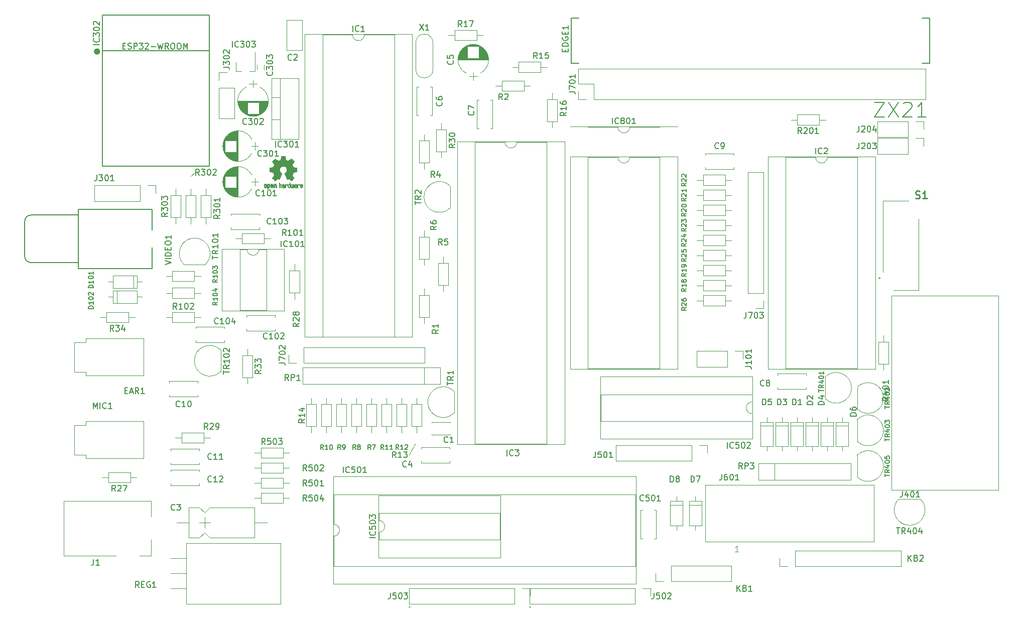
<source format=gto>
%TF.GenerationSoftware,KiCad,Pcbnew,(5.1.8)-1*%
%TF.CreationDate,2020-12-05T18:28:33+00:00*%
%TF.ProjectId,ZX21,5a583231-2e6b-4696-9361-645f70636258,v01*%
%TF.SameCoordinates,Original*%
%TF.FileFunction,Legend,Top*%
%TF.FilePolarity,Positive*%
%FSLAX46Y46*%
G04 Gerber Fmt 4.6, Leading zero omitted, Abs format (unit mm)*
G04 Created by KiCad (PCBNEW (5.1.8)-1) date 2020-12-05 18:28:33*
%MOMM*%
%LPD*%
G01*
G04 APERTURE LIST*
%ADD10C,0.150000*%
%ADD11C,0.120000*%
%ADD12C,0.010000*%
%ADD13C,0.200000*%
%ADD14C,0.100000*%
%ADD15C,0.500000*%
%ADD16C,0.254000*%
G04 APERTURE END LIST*
D10*
X163870238Y-51970952D02*
X165536904Y-51970952D01*
X163870238Y-54470952D01*
X165536904Y-54470952D01*
X166251190Y-51970952D02*
X167917857Y-54470952D01*
X167917857Y-51970952D02*
X166251190Y-54470952D01*
X168751190Y-52209047D02*
X168870238Y-52090000D01*
X169108333Y-51970952D01*
X169703571Y-51970952D01*
X169941666Y-52090000D01*
X170060714Y-52209047D01*
X170179761Y-52447142D01*
X170179761Y-52685238D01*
X170060714Y-53042380D01*
X168632142Y-54470952D01*
X170179761Y-54470952D01*
X172560714Y-54470952D02*
X171132142Y-54470952D01*
X171846428Y-54470952D02*
X171846428Y-51970952D01*
X171608333Y-52328095D01*
X171370238Y-52566190D01*
X171132142Y-52685238D01*
D11*
X85407500Y-111442500D02*
X86360000Y-109537500D01*
X48577500Y-64452500D02*
X49212500Y-63817500D01*
D12*
%TO.C,REF\u002A\u002A\u002A*%
G36*
X64238910Y-61059848D02*
G01*
X64317454Y-61060278D01*
X64374298Y-61061442D01*
X64413105Y-61063707D01*
X64437538Y-61067440D01*
X64451262Y-61073006D01*
X64457940Y-61080773D01*
X64461236Y-61091105D01*
X64461556Y-61092443D01*
X64466562Y-61116579D01*
X64475829Y-61164201D01*
X64488392Y-61230241D01*
X64503287Y-61309628D01*
X64519551Y-61397296D01*
X64520119Y-61400375D01*
X64536410Y-61486289D01*
X64551652Y-61562196D01*
X64564861Y-61623545D01*
X64575054Y-61665782D01*
X64581248Y-61684355D01*
X64581543Y-61684684D01*
X64599788Y-61693753D01*
X64637405Y-61708867D01*
X64686271Y-61726762D01*
X64686543Y-61726858D01*
X64748093Y-61749993D01*
X64820657Y-61779465D01*
X64889057Y-61809097D01*
X64892294Y-61810562D01*
X65003702Y-61861126D01*
X65250399Y-61692660D01*
X65326077Y-61641303D01*
X65394631Y-61595389D01*
X65452088Y-61557530D01*
X65494476Y-61530337D01*
X65517825Y-61516421D01*
X65520042Y-61515389D01*
X65537010Y-61519984D01*
X65568701Y-61542155D01*
X65616352Y-61582947D01*
X65681198Y-61643405D01*
X65747397Y-61707727D01*
X65811214Y-61771112D01*
X65868329Y-61828951D01*
X65915305Y-61877675D01*
X65948703Y-61913710D01*
X65965085Y-61933484D01*
X65965694Y-61934502D01*
X65967505Y-61948072D01*
X65960683Y-61970233D01*
X65943540Y-62003978D01*
X65914393Y-62052300D01*
X65871555Y-62118192D01*
X65814448Y-62203017D01*
X65763766Y-62277677D01*
X65718461Y-62344640D01*
X65681150Y-62400016D01*
X65654452Y-62439920D01*
X65640985Y-62460462D01*
X65640137Y-62461856D01*
X65641781Y-62481538D01*
X65654245Y-62519793D01*
X65675048Y-62569389D01*
X65682462Y-62585228D01*
X65714814Y-62655790D01*
X65749328Y-62735853D01*
X65777365Y-62805129D01*
X65797568Y-62856545D01*
X65813615Y-62895619D01*
X65822888Y-62916041D01*
X65824041Y-62917614D01*
X65841096Y-62920221D01*
X65881298Y-62927363D01*
X65939302Y-62938023D01*
X66009763Y-62951185D01*
X66087335Y-62965833D01*
X66166672Y-62980949D01*
X66242431Y-62995518D01*
X66309264Y-63008522D01*
X66361828Y-63018945D01*
X66394776Y-63025770D01*
X66402857Y-63027699D01*
X66411205Y-63032462D01*
X66417506Y-63043218D01*
X66422045Y-63063598D01*
X66425104Y-63097234D01*
X66426967Y-63147755D01*
X66427918Y-63218792D01*
X66428240Y-63313976D01*
X66428257Y-63352992D01*
X66428257Y-63670299D01*
X66352057Y-63685339D01*
X66309663Y-63693495D01*
X66246400Y-63705399D01*
X66169962Y-63719616D01*
X66088043Y-63734710D01*
X66065400Y-63738855D01*
X65989806Y-63753553D01*
X65923953Y-63768005D01*
X65873366Y-63780875D01*
X65843574Y-63790822D01*
X65838612Y-63793787D01*
X65826426Y-63814783D01*
X65808953Y-63855467D01*
X65789577Y-63907822D01*
X65785734Y-63919100D01*
X65760339Y-63989023D01*
X65728817Y-64067918D01*
X65697969Y-64138766D01*
X65697817Y-64139095D01*
X65646447Y-64250233D01*
X65815399Y-64498753D01*
X65984352Y-64747272D01*
X65767429Y-64964558D01*
X65701819Y-65029226D01*
X65641979Y-65086233D01*
X65591267Y-65132533D01*
X65553046Y-65165084D01*
X65530675Y-65180843D01*
X65527466Y-65181843D01*
X65508626Y-65173969D01*
X65470180Y-65152078D01*
X65416330Y-65118767D01*
X65351276Y-65076631D01*
X65280940Y-65029443D01*
X65209555Y-64981310D01*
X65145908Y-64939428D01*
X65094041Y-64906371D01*
X65057995Y-64884718D01*
X65041867Y-64877043D01*
X65022189Y-64883537D01*
X64984875Y-64900650D01*
X64937621Y-64924826D01*
X64932612Y-64927513D01*
X64868977Y-64959427D01*
X64825341Y-64975079D01*
X64798202Y-64975245D01*
X64784057Y-64960704D01*
X64783975Y-64960500D01*
X64776905Y-64943279D01*
X64760042Y-64902399D01*
X64734695Y-64841025D01*
X64702171Y-64762319D01*
X64663778Y-64669447D01*
X64620822Y-64565572D01*
X64579222Y-64465002D01*
X64533504Y-64354016D01*
X64491526Y-64251203D01*
X64454548Y-64159715D01*
X64423827Y-64082701D01*
X64400622Y-64023315D01*
X64386190Y-63984709D01*
X64381743Y-63970300D01*
X64392896Y-63953772D01*
X64422069Y-63927430D01*
X64460971Y-63898387D01*
X64571757Y-63806539D01*
X64658351Y-63701259D01*
X64719716Y-63584766D01*
X64754815Y-63459276D01*
X64762608Y-63327007D01*
X64756943Y-63265957D01*
X64726078Y-63139295D01*
X64672920Y-63027441D01*
X64600767Y-62931501D01*
X64512917Y-62852576D01*
X64412665Y-62791770D01*
X64303310Y-62750187D01*
X64188147Y-62728928D01*
X64070475Y-62729099D01*
X63953590Y-62751801D01*
X63840789Y-62798138D01*
X63735369Y-62869213D01*
X63691368Y-62909411D01*
X63606979Y-63012629D01*
X63548222Y-63125425D01*
X63514704Y-63244510D01*
X63506035Y-63366595D01*
X63521823Y-63488393D01*
X63561678Y-63606616D01*
X63625207Y-63717975D01*
X63712021Y-63819184D01*
X63809029Y-63898387D01*
X63849437Y-63928662D01*
X63877982Y-63954719D01*
X63888257Y-63970325D01*
X63882877Y-63987343D01*
X63867575Y-64028000D01*
X63843612Y-64089142D01*
X63812244Y-64167619D01*
X63774732Y-64260280D01*
X63732333Y-64363972D01*
X63690663Y-64465026D01*
X63644690Y-64576107D01*
X63602107Y-64679041D01*
X63564221Y-64770665D01*
X63532340Y-64847816D01*
X63507771Y-64907331D01*
X63491820Y-64946044D01*
X63485910Y-64960500D01*
X63471948Y-64975185D01*
X63444940Y-64975142D01*
X63401413Y-64959599D01*
X63337890Y-64927784D01*
X63337388Y-64927513D01*
X63289560Y-64902823D01*
X63250897Y-64884838D01*
X63229095Y-64877114D01*
X63228133Y-64877043D01*
X63211721Y-64884878D01*
X63175487Y-64906665D01*
X63123474Y-64939828D01*
X63059725Y-64981791D01*
X62989060Y-65029443D01*
X62917116Y-65077691D01*
X62852274Y-65119651D01*
X62798735Y-65152727D01*
X62760697Y-65174321D01*
X62742533Y-65181843D01*
X62725808Y-65171957D01*
X62692180Y-65144326D01*
X62645010Y-65101995D01*
X62587658Y-65048005D01*
X62523484Y-64985399D01*
X62502497Y-64964483D01*
X62285499Y-64747123D01*
X62450668Y-64504720D01*
X62500864Y-64430281D01*
X62544919Y-64363472D01*
X62580362Y-64308165D01*
X62604719Y-64268229D01*
X62615522Y-64247536D01*
X62615838Y-64246063D01*
X62610143Y-64226558D01*
X62594826Y-64187322D01*
X62572537Y-64134930D01*
X62556893Y-64099855D01*
X62527641Y-64032701D01*
X62500094Y-63964858D01*
X62478737Y-63907534D01*
X62472935Y-63890072D01*
X62456452Y-63843438D01*
X62440340Y-63807405D01*
X62431490Y-63793787D01*
X62411960Y-63785452D01*
X62369334Y-63773637D01*
X62309145Y-63759681D01*
X62236922Y-63744922D01*
X62204600Y-63738855D01*
X62122522Y-63723773D01*
X62043795Y-63709169D01*
X61976109Y-63696480D01*
X61927160Y-63687142D01*
X61917943Y-63685339D01*
X61841743Y-63670299D01*
X61841743Y-63352992D01*
X61841914Y-63248654D01*
X61842616Y-63169713D01*
X61844134Y-63112538D01*
X61846749Y-63073499D01*
X61850746Y-63048965D01*
X61856409Y-63035305D01*
X61864020Y-63028889D01*
X61867143Y-63027699D01*
X61885978Y-63023480D01*
X61927588Y-63015062D01*
X61986630Y-63003461D01*
X62057757Y-62989695D01*
X62135625Y-62974780D01*
X62214887Y-62959732D01*
X62290198Y-62945569D01*
X62356213Y-62933306D01*
X62407587Y-62923961D01*
X62438975Y-62918550D01*
X62445959Y-62917614D01*
X62452285Y-62905096D01*
X62466290Y-62871746D01*
X62485355Y-62823877D01*
X62492634Y-62805129D01*
X62521996Y-62732695D01*
X62556571Y-62652670D01*
X62587537Y-62585228D01*
X62610323Y-62533659D01*
X62625482Y-62491285D01*
X62630542Y-62465334D01*
X62629736Y-62461856D01*
X62619041Y-62445436D01*
X62594620Y-62408917D01*
X62559095Y-62356187D01*
X62515087Y-62291135D01*
X62465217Y-62217651D01*
X62455356Y-62203145D01*
X62397492Y-62117204D01*
X62354956Y-62051761D01*
X62326054Y-62003804D01*
X62309090Y-61970320D01*
X62302367Y-61948295D01*
X62304190Y-61934717D01*
X62304236Y-61934631D01*
X62318586Y-61916797D01*
X62350323Y-61882317D01*
X62396010Y-61834768D01*
X62452204Y-61777722D01*
X62515468Y-61714755D01*
X62522602Y-61707727D01*
X62602330Y-61630520D01*
X62663857Y-61573830D01*
X62708421Y-61536610D01*
X62737257Y-61517815D01*
X62749958Y-61515389D01*
X62768494Y-61525971D01*
X62806961Y-61550416D01*
X62861386Y-61586112D01*
X62927798Y-61630447D01*
X63002225Y-61680811D01*
X63019601Y-61692660D01*
X63266297Y-61861126D01*
X63377706Y-61810562D01*
X63445457Y-61781095D01*
X63518183Y-61751459D01*
X63580703Y-61727830D01*
X63583457Y-61726858D01*
X63632360Y-61708957D01*
X63670057Y-61693820D01*
X63688425Y-61684710D01*
X63688456Y-61684684D01*
X63694285Y-61668217D01*
X63704192Y-61627719D01*
X63717195Y-61567742D01*
X63732309Y-61492840D01*
X63748552Y-61407564D01*
X63749881Y-61400375D01*
X63766175Y-61312514D01*
X63781133Y-61232760D01*
X63793791Y-61166181D01*
X63803186Y-61117847D01*
X63808354Y-61092825D01*
X63808444Y-61092443D01*
X63811589Y-61081799D01*
X63817704Y-61073762D01*
X63830453Y-61067967D01*
X63853500Y-61064047D01*
X63890509Y-61061635D01*
X63945144Y-61060365D01*
X64021067Y-61059871D01*
X64121944Y-61059786D01*
X64135000Y-61059786D01*
X64238910Y-61059848D01*
G37*
X64238910Y-61059848D02*
X64317454Y-61060278D01*
X64374298Y-61061442D01*
X64413105Y-61063707D01*
X64437538Y-61067440D01*
X64451262Y-61073006D01*
X64457940Y-61080773D01*
X64461236Y-61091105D01*
X64461556Y-61092443D01*
X64466562Y-61116579D01*
X64475829Y-61164201D01*
X64488392Y-61230241D01*
X64503287Y-61309628D01*
X64519551Y-61397296D01*
X64520119Y-61400375D01*
X64536410Y-61486289D01*
X64551652Y-61562196D01*
X64564861Y-61623545D01*
X64575054Y-61665782D01*
X64581248Y-61684355D01*
X64581543Y-61684684D01*
X64599788Y-61693753D01*
X64637405Y-61708867D01*
X64686271Y-61726762D01*
X64686543Y-61726858D01*
X64748093Y-61749993D01*
X64820657Y-61779465D01*
X64889057Y-61809097D01*
X64892294Y-61810562D01*
X65003702Y-61861126D01*
X65250399Y-61692660D01*
X65326077Y-61641303D01*
X65394631Y-61595389D01*
X65452088Y-61557530D01*
X65494476Y-61530337D01*
X65517825Y-61516421D01*
X65520042Y-61515389D01*
X65537010Y-61519984D01*
X65568701Y-61542155D01*
X65616352Y-61582947D01*
X65681198Y-61643405D01*
X65747397Y-61707727D01*
X65811214Y-61771112D01*
X65868329Y-61828951D01*
X65915305Y-61877675D01*
X65948703Y-61913710D01*
X65965085Y-61933484D01*
X65965694Y-61934502D01*
X65967505Y-61948072D01*
X65960683Y-61970233D01*
X65943540Y-62003978D01*
X65914393Y-62052300D01*
X65871555Y-62118192D01*
X65814448Y-62203017D01*
X65763766Y-62277677D01*
X65718461Y-62344640D01*
X65681150Y-62400016D01*
X65654452Y-62439920D01*
X65640985Y-62460462D01*
X65640137Y-62461856D01*
X65641781Y-62481538D01*
X65654245Y-62519793D01*
X65675048Y-62569389D01*
X65682462Y-62585228D01*
X65714814Y-62655790D01*
X65749328Y-62735853D01*
X65777365Y-62805129D01*
X65797568Y-62856545D01*
X65813615Y-62895619D01*
X65822888Y-62916041D01*
X65824041Y-62917614D01*
X65841096Y-62920221D01*
X65881298Y-62927363D01*
X65939302Y-62938023D01*
X66009763Y-62951185D01*
X66087335Y-62965833D01*
X66166672Y-62980949D01*
X66242431Y-62995518D01*
X66309264Y-63008522D01*
X66361828Y-63018945D01*
X66394776Y-63025770D01*
X66402857Y-63027699D01*
X66411205Y-63032462D01*
X66417506Y-63043218D01*
X66422045Y-63063598D01*
X66425104Y-63097234D01*
X66426967Y-63147755D01*
X66427918Y-63218792D01*
X66428240Y-63313976D01*
X66428257Y-63352992D01*
X66428257Y-63670299D01*
X66352057Y-63685339D01*
X66309663Y-63693495D01*
X66246400Y-63705399D01*
X66169962Y-63719616D01*
X66088043Y-63734710D01*
X66065400Y-63738855D01*
X65989806Y-63753553D01*
X65923953Y-63768005D01*
X65873366Y-63780875D01*
X65843574Y-63790822D01*
X65838612Y-63793787D01*
X65826426Y-63814783D01*
X65808953Y-63855467D01*
X65789577Y-63907822D01*
X65785734Y-63919100D01*
X65760339Y-63989023D01*
X65728817Y-64067918D01*
X65697969Y-64138766D01*
X65697817Y-64139095D01*
X65646447Y-64250233D01*
X65815399Y-64498753D01*
X65984352Y-64747272D01*
X65767429Y-64964558D01*
X65701819Y-65029226D01*
X65641979Y-65086233D01*
X65591267Y-65132533D01*
X65553046Y-65165084D01*
X65530675Y-65180843D01*
X65527466Y-65181843D01*
X65508626Y-65173969D01*
X65470180Y-65152078D01*
X65416330Y-65118767D01*
X65351276Y-65076631D01*
X65280940Y-65029443D01*
X65209555Y-64981310D01*
X65145908Y-64939428D01*
X65094041Y-64906371D01*
X65057995Y-64884718D01*
X65041867Y-64877043D01*
X65022189Y-64883537D01*
X64984875Y-64900650D01*
X64937621Y-64924826D01*
X64932612Y-64927513D01*
X64868977Y-64959427D01*
X64825341Y-64975079D01*
X64798202Y-64975245D01*
X64784057Y-64960704D01*
X64783975Y-64960500D01*
X64776905Y-64943279D01*
X64760042Y-64902399D01*
X64734695Y-64841025D01*
X64702171Y-64762319D01*
X64663778Y-64669447D01*
X64620822Y-64565572D01*
X64579222Y-64465002D01*
X64533504Y-64354016D01*
X64491526Y-64251203D01*
X64454548Y-64159715D01*
X64423827Y-64082701D01*
X64400622Y-64023315D01*
X64386190Y-63984709D01*
X64381743Y-63970300D01*
X64392896Y-63953772D01*
X64422069Y-63927430D01*
X64460971Y-63898387D01*
X64571757Y-63806539D01*
X64658351Y-63701259D01*
X64719716Y-63584766D01*
X64754815Y-63459276D01*
X64762608Y-63327007D01*
X64756943Y-63265957D01*
X64726078Y-63139295D01*
X64672920Y-63027441D01*
X64600767Y-62931501D01*
X64512917Y-62852576D01*
X64412665Y-62791770D01*
X64303310Y-62750187D01*
X64188147Y-62728928D01*
X64070475Y-62729099D01*
X63953590Y-62751801D01*
X63840789Y-62798138D01*
X63735369Y-62869213D01*
X63691368Y-62909411D01*
X63606979Y-63012629D01*
X63548222Y-63125425D01*
X63514704Y-63244510D01*
X63506035Y-63366595D01*
X63521823Y-63488393D01*
X63561678Y-63606616D01*
X63625207Y-63717975D01*
X63712021Y-63819184D01*
X63809029Y-63898387D01*
X63849437Y-63928662D01*
X63877982Y-63954719D01*
X63888257Y-63970325D01*
X63882877Y-63987343D01*
X63867575Y-64028000D01*
X63843612Y-64089142D01*
X63812244Y-64167619D01*
X63774732Y-64260280D01*
X63732333Y-64363972D01*
X63690663Y-64465026D01*
X63644690Y-64576107D01*
X63602107Y-64679041D01*
X63564221Y-64770665D01*
X63532340Y-64847816D01*
X63507771Y-64907331D01*
X63491820Y-64946044D01*
X63485910Y-64960500D01*
X63471948Y-64975185D01*
X63444940Y-64975142D01*
X63401413Y-64959599D01*
X63337890Y-64927784D01*
X63337388Y-64927513D01*
X63289560Y-64902823D01*
X63250897Y-64884838D01*
X63229095Y-64877114D01*
X63228133Y-64877043D01*
X63211721Y-64884878D01*
X63175487Y-64906665D01*
X63123474Y-64939828D01*
X63059725Y-64981791D01*
X62989060Y-65029443D01*
X62917116Y-65077691D01*
X62852274Y-65119651D01*
X62798735Y-65152727D01*
X62760697Y-65174321D01*
X62742533Y-65181843D01*
X62725808Y-65171957D01*
X62692180Y-65144326D01*
X62645010Y-65101995D01*
X62587658Y-65048005D01*
X62523484Y-64985399D01*
X62502497Y-64964483D01*
X62285499Y-64747123D01*
X62450668Y-64504720D01*
X62500864Y-64430281D01*
X62544919Y-64363472D01*
X62580362Y-64308165D01*
X62604719Y-64268229D01*
X62615522Y-64247536D01*
X62615838Y-64246063D01*
X62610143Y-64226558D01*
X62594826Y-64187322D01*
X62572537Y-64134930D01*
X62556893Y-64099855D01*
X62527641Y-64032701D01*
X62500094Y-63964858D01*
X62478737Y-63907534D01*
X62472935Y-63890072D01*
X62456452Y-63843438D01*
X62440340Y-63807405D01*
X62431490Y-63793787D01*
X62411960Y-63785452D01*
X62369334Y-63773637D01*
X62309145Y-63759681D01*
X62236922Y-63744922D01*
X62204600Y-63738855D01*
X62122522Y-63723773D01*
X62043795Y-63709169D01*
X61976109Y-63696480D01*
X61927160Y-63687142D01*
X61917943Y-63685339D01*
X61841743Y-63670299D01*
X61841743Y-63352992D01*
X61841914Y-63248654D01*
X61842616Y-63169713D01*
X61844134Y-63112538D01*
X61846749Y-63073499D01*
X61850746Y-63048965D01*
X61856409Y-63035305D01*
X61864020Y-63028889D01*
X61867143Y-63027699D01*
X61885978Y-63023480D01*
X61927588Y-63015062D01*
X61986630Y-63003461D01*
X62057757Y-62989695D01*
X62135625Y-62974780D01*
X62214887Y-62959732D01*
X62290198Y-62945569D01*
X62356213Y-62933306D01*
X62407587Y-62923961D01*
X62438975Y-62918550D01*
X62445959Y-62917614D01*
X62452285Y-62905096D01*
X62466290Y-62871746D01*
X62485355Y-62823877D01*
X62492634Y-62805129D01*
X62521996Y-62732695D01*
X62556571Y-62652670D01*
X62587537Y-62585228D01*
X62610323Y-62533659D01*
X62625482Y-62491285D01*
X62630542Y-62465334D01*
X62629736Y-62461856D01*
X62619041Y-62445436D01*
X62594620Y-62408917D01*
X62559095Y-62356187D01*
X62515087Y-62291135D01*
X62465217Y-62217651D01*
X62455356Y-62203145D01*
X62397492Y-62117204D01*
X62354956Y-62051761D01*
X62326054Y-62003804D01*
X62309090Y-61970320D01*
X62302367Y-61948295D01*
X62304190Y-61934717D01*
X62304236Y-61934631D01*
X62318586Y-61916797D01*
X62350323Y-61882317D01*
X62396010Y-61834768D01*
X62452204Y-61777722D01*
X62515468Y-61714755D01*
X62522602Y-61707727D01*
X62602330Y-61630520D01*
X62663857Y-61573830D01*
X62708421Y-61536610D01*
X62737257Y-61517815D01*
X62749958Y-61515389D01*
X62768494Y-61525971D01*
X62806961Y-61550416D01*
X62861386Y-61586112D01*
X62927798Y-61630447D01*
X63002225Y-61680811D01*
X63019601Y-61692660D01*
X63266297Y-61861126D01*
X63377706Y-61810562D01*
X63445457Y-61781095D01*
X63518183Y-61751459D01*
X63580703Y-61727830D01*
X63583457Y-61726858D01*
X63632360Y-61708957D01*
X63670057Y-61693820D01*
X63688425Y-61684710D01*
X63688456Y-61684684D01*
X63694285Y-61668217D01*
X63704192Y-61627719D01*
X63717195Y-61567742D01*
X63732309Y-61492840D01*
X63748552Y-61407564D01*
X63749881Y-61400375D01*
X63766175Y-61312514D01*
X63781133Y-61232760D01*
X63793791Y-61166181D01*
X63803186Y-61117847D01*
X63808354Y-61092825D01*
X63808444Y-61092443D01*
X63811589Y-61081799D01*
X63817704Y-61073762D01*
X63830453Y-61067967D01*
X63853500Y-61064047D01*
X63890509Y-61061635D01*
X63945144Y-61060365D01*
X64021067Y-61059871D01*
X64121944Y-61059786D01*
X64135000Y-61059786D01*
X64238910Y-61059848D01*
G36*
X67288595Y-65784466D02*
G01*
X67346021Y-65821997D01*
X67373719Y-65855596D01*
X67395662Y-65916564D01*
X67397405Y-65964808D01*
X67393457Y-66029316D01*
X67244686Y-66094434D01*
X67172349Y-66127702D01*
X67125084Y-66154464D01*
X67100507Y-66177644D01*
X67096237Y-66200167D01*
X67109889Y-66224955D01*
X67124943Y-66241386D01*
X67168746Y-66267735D01*
X67216389Y-66269581D01*
X67260145Y-66249046D01*
X67292289Y-66208252D01*
X67298038Y-66193847D01*
X67325576Y-66148856D01*
X67357258Y-66129682D01*
X67400714Y-66113279D01*
X67400714Y-66175466D01*
X67396872Y-66217783D01*
X67381823Y-66253469D01*
X67350280Y-66294443D01*
X67345592Y-66299767D01*
X67310506Y-66336220D01*
X67280347Y-66355783D01*
X67242615Y-66364783D01*
X67211335Y-66367730D01*
X67155385Y-66368465D01*
X67115555Y-66359160D01*
X67090708Y-66345346D01*
X67051656Y-66314967D01*
X67024625Y-66282113D01*
X67007517Y-66240794D01*
X66998238Y-66185021D01*
X66994693Y-66108805D01*
X66994410Y-66070122D01*
X66995372Y-66023747D01*
X67083007Y-66023747D01*
X67084023Y-66048626D01*
X67086556Y-66052700D01*
X67103274Y-66047165D01*
X67139249Y-66032517D01*
X67187331Y-66011690D01*
X67197386Y-66007214D01*
X67258152Y-65976314D01*
X67291632Y-65949157D01*
X67298990Y-65923720D01*
X67281391Y-65897981D01*
X67266856Y-65886609D01*
X67214410Y-65863864D01*
X67165322Y-65867622D01*
X67124227Y-65895384D01*
X67095758Y-65944652D01*
X67086631Y-65983757D01*
X67083007Y-66023747D01*
X66995372Y-66023747D01*
X66996285Y-65979749D01*
X67003196Y-65912884D01*
X67016884Y-65864195D01*
X67039096Y-65828349D01*
X67071574Y-65800013D01*
X67085733Y-65790855D01*
X67150053Y-65767007D01*
X67220473Y-65765506D01*
X67288595Y-65784466D01*
G37*
X67288595Y-65784466D02*
X67346021Y-65821997D01*
X67373719Y-65855596D01*
X67395662Y-65916564D01*
X67397405Y-65964808D01*
X67393457Y-66029316D01*
X67244686Y-66094434D01*
X67172349Y-66127702D01*
X67125084Y-66154464D01*
X67100507Y-66177644D01*
X67096237Y-66200167D01*
X67109889Y-66224955D01*
X67124943Y-66241386D01*
X67168746Y-66267735D01*
X67216389Y-66269581D01*
X67260145Y-66249046D01*
X67292289Y-66208252D01*
X67298038Y-66193847D01*
X67325576Y-66148856D01*
X67357258Y-66129682D01*
X67400714Y-66113279D01*
X67400714Y-66175466D01*
X67396872Y-66217783D01*
X67381823Y-66253469D01*
X67350280Y-66294443D01*
X67345592Y-66299767D01*
X67310506Y-66336220D01*
X67280347Y-66355783D01*
X67242615Y-66364783D01*
X67211335Y-66367730D01*
X67155385Y-66368465D01*
X67115555Y-66359160D01*
X67090708Y-66345346D01*
X67051656Y-66314967D01*
X67024625Y-66282113D01*
X67007517Y-66240794D01*
X66998238Y-66185021D01*
X66994693Y-66108805D01*
X66994410Y-66070122D01*
X66995372Y-66023747D01*
X67083007Y-66023747D01*
X67084023Y-66048626D01*
X67086556Y-66052700D01*
X67103274Y-66047165D01*
X67139249Y-66032517D01*
X67187331Y-66011690D01*
X67197386Y-66007214D01*
X67258152Y-65976314D01*
X67291632Y-65949157D01*
X67298990Y-65923720D01*
X67281391Y-65897981D01*
X67266856Y-65886609D01*
X67214410Y-65863864D01*
X67165322Y-65867622D01*
X67124227Y-65895384D01*
X67095758Y-65944652D01*
X67086631Y-65983757D01*
X67083007Y-66023747D01*
X66995372Y-66023747D01*
X66996285Y-65979749D01*
X67003196Y-65912884D01*
X67016884Y-65864195D01*
X67039096Y-65828349D01*
X67071574Y-65800013D01*
X67085733Y-65790855D01*
X67150053Y-65767007D01*
X67220473Y-65765506D01*
X67288595Y-65784466D01*
G36*
X66787600Y-65776252D02*
G01*
X66804948Y-65783834D01*
X66846356Y-65816628D01*
X66881765Y-65864047D01*
X66903664Y-65914651D01*
X66907229Y-65939598D01*
X66895279Y-65974427D01*
X66869067Y-65992857D01*
X66840964Y-66004016D01*
X66828095Y-66006072D01*
X66821829Y-65991149D01*
X66809456Y-65958675D01*
X66804028Y-65944002D01*
X66773590Y-65893244D01*
X66729520Y-65867927D01*
X66673010Y-65868706D01*
X66668825Y-65869703D01*
X66638655Y-65884007D01*
X66616476Y-65911893D01*
X66601327Y-65956787D01*
X66592250Y-66022115D01*
X66588286Y-66111304D01*
X66587914Y-66158761D01*
X66587730Y-66233571D01*
X66586522Y-66284569D01*
X66583309Y-66316971D01*
X66577109Y-66335995D01*
X66566940Y-66346856D01*
X66551819Y-66354772D01*
X66550946Y-66355170D01*
X66521828Y-66367481D01*
X66507403Y-66372014D01*
X66505186Y-66358309D01*
X66503289Y-66320425D01*
X66501847Y-66263215D01*
X66500998Y-66191527D01*
X66500829Y-66139065D01*
X66501692Y-66037547D01*
X66505070Y-65960532D01*
X66512142Y-65903523D01*
X66524088Y-65862026D01*
X66542090Y-65831543D01*
X66567327Y-65807580D01*
X66592247Y-65790855D01*
X66652171Y-65768597D01*
X66721911Y-65763576D01*
X66787600Y-65776252D01*
G37*
X66787600Y-65776252D02*
X66804948Y-65783834D01*
X66846356Y-65816628D01*
X66881765Y-65864047D01*
X66903664Y-65914651D01*
X66907229Y-65939598D01*
X66895279Y-65974427D01*
X66869067Y-65992857D01*
X66840964Y-66004016D01*
X66828095Y-66006072D01*
X66821829Y-65991149D01*
X66809456Y-65958675D01*
X66804028Y-65944002D01*
X66773590Y-65893244D01*
X66729520Y-65867927D01*
X66673010Y-65868706D01*
X66668825Y-65869703D01*
X66638655Y-65884007D01*
X66616476Y-65911893D01*
X66601327Y-65956787D01*
X66592250Y-66022115D01*
X66588286Y-66111304D01*
X66587914Y-66158761D01*
X66587730Y-66233571D01*
X66586522Y-66284569D01*
X66583309Y-66316971D01*
X66577109Y-66335995D01*
X66566940Y-66346856D01*
X66551819Y-66354772D01*
X66550946Y-66355170D01*
X66521828Y-66367481D01*
X66507403Y-66372014D01*
X66505186Y-66358309D01*
X66503289Y-66320425D01*
X66501847Y-66263215D01*
X66500998Y-66191527D01*
X66500829Y-66139065D01*
X66501692Y-66037547D01*
X66505070Y-65960532D01*
X66512142Y-65903523D01*
X66524088Y-65862026D01*
X66542090Y-65831543D01*
X66567327Y-65807580D01*
X66592247Y-65790855D01*
X66652171Y-65768597D01*
X66721911Y-65763576D01*
X66787600Y-65776252D01*
G36*
X66279876Y-65773835D02*
G01*
X66321667Y-65792844D01*
X66354469Y-65815878D01*
X66378503Y-65841633D01*
X66395097Y-65874858D01*
X66405577Y-65920300D01*
X66411271Y-65982707D01*
X66413507Y-66066827D01*
X66413743Y-66122221D01*
X66413743Y-66338326D01*
X66376774Y-66355170D01*
X66347656Y-66367481D01*
X66333231Y-66372014D01*
X66330472Y-66358525D01*
X66328282Y-66322153D01*
X66326942Y-66269042D01*
X66326657Y-66226872D01*
X66325434Y-66165947D01*
X66322136Y-66117615D01*
X66317321Y-66088018D01*
X66313496Y-66081729D01*
X66287783Y-66088152D01*
X66247418Y-66104625D01*
X66200679Y-66126958D01*
X66155845Y-66150957D01*
X66121193Y-66172430D01*
X66105002Y-66187185D01*
X66104938Y-66187345D01*
X66106330Y-66214652D01*
X66118818Y-66240719D01*
X66140743Y-66261892D01*
X66172743Y-66268974D01*
X66200092Y-66268149D01*
X66238826Y-66267542D01*
X66259158Y-66276616D01*
X66271369Y-66300592D01*
X66272909Y-66305113D01*
X66278203Y-66339306D01*
X66264047Y-66360068D01*
X66227148Y-66369962D01*
X66187289Y-66371792D01*
X66115562Y-66358227D01*
X66078432Y-66338855D01*
X66032576Y-66293345D01*
X66008256Y-66237483D01*
X66006073Y-66178457D01*
X66026629Y-66123453D01*
X66057549Y-66088986D01*
X66088420Y-66069689D01*
X66136942Y-66045259D01*
X66193485Y-66020485D01*
X66202910Y-66016699D01*
X66265019Y-65989291D01*
X66300822Y-65965134D01*
X66312337Y-65941119D01*
X66301580Y-65914135D01*
X66283114Y-65893043D01*
X66239469Y-65867072D01*
X66191446Y-65865124D01*
X66147406Y-65885137D01*
X66115709Y-65925051D01*
X66111549Y-65935348D01*
X66087327Y-65973224D01*
X66051965Y-66001342D01*
X66007343Y-66024417D01*
X66007343Y-65958985D01*
X66009969Y-65919006D01*
X66021230Y-65887497D01*
X66046199Y-65853878D01*
X66070169Y-65827984D01*
X66107441Y-65791317D01*
X66136401Y-65771621D01*
X66167505Y-65763720D01*
X66202713Y-65762414D01*
X66279876Y-65773835D01*
G37*
X66279876Y-65773835D02*
X66321667Y-65792844D01*
X66354469Y-65815878D01*
X66378503Y-65841633D01*
X66395097Y-65874858D01*
X66405577Y-65920300D01*
X66411271Y-65982707D01*
X66413507Y-66066827D01*
X66413743Y-66122221D01*
X66413743Y-66338326D01*
X66376774Y-66355170D01*
X66347656Y-66367481D01*
X66333231Y-66372014D01*
X66330472Y-66358525D01*
X66328282Y-66322153D01*
X66326942Y-66269042D01*
X66326657Y-66226872D01*
X66325434Y-66165947D01*
X66322136Y-66117615D01*
X66317321Y-66088018D01*
X66313496Y-66081729D01*
X66287783Y-66088152D01*
X66247418Y-66104625D01*
X66200679Y-66126958D01*
X66155845Y-66150957D01*
X66121193Y-66172430D01*
X66105002Y-66187185D01*
X66104938Y-66187345D01*
X66106330Y-66214652D01*
X66118818Y-66240719D01*
X66140743Y-66261892D01*
X66172743Y-66268974D01*
X66200092Y-66268149D01*
X66238826Y-66267542D01*
X66259158Y-66276616D01*
X66271369Y-66300592D01*
X66272909Y-66305113D01*
X66278203Y-66339306D01*
X66264047Y-66360068D01*
X66227148Y-66369962D01*
X66187289Y-66371792D01*
X66115562Y-66358227D01*
X66078432Y-66338855D01*
X66032576Y-66293345D01*
X66008256Y-66237483D01*
X66006073Y-66178457D01*
X66026629Y-66123453D01*
X66057549Y-66088986D01*
X66088420Y-66069689D01*
X66136942Y-66045259D01*
X66193485Y-66020485D01*
X66202910Y-66016699D01*
X66265019Y-65989291D01*
X66300822Y-65965134D01*
X66312337Y-65941119D01*
X66301580Y-65914135D01*
X66283114Y-65893043D01*
X66239469Y-65867072D01*
X66191446Y-65865124D01*
X66147406Y-65885137D01*
X66115709Y-65925051D01*
X66111549Y-65935348D01*
X66087327Y-65973224D01*
X66051965Y-66001342D01*
X66007343Y-66024417D01*
X66007343Y-65958985D01*
X66009969Y-65919006D01*
X66021230Y-65887497D01*
X66046199Y-65853878D01*
X66070169Y-65827984D01*
X66107441Y-65791317D01*
X66136401Y-65771621D01*
X66167505Y-65763720D01*
X66202713Y-65762414D01*
X66279876Y-65773835D01*
G36*
X65914833Y-65776163D02*
G01*
X65917048Y-65814350D01*
X65918784Y-65872386D01*
X65919899Y-65945680D01*
X65920257Y-66022555D01*
X65920257Y-66282696D01*
X65874326Y-66328627D01*
X65842675Y-66356929D01*
X65814890Y-66368393D01*
X65776915Y-66367668D01*
X65761840Y-66365821D01*
X65714726Y-66360448D01*
X65675756Y-66357369D01*
X65666257Y-66357085D01*
X65634233Y-66358945D01*
X65588432Y-66363614D01*
X65570674Y-66365821D01*
X65527057Y-66369235D01*
X65497745Y-66361820D01*
X65468680Y-66338927D01*
X65458188Y-66328627D01*
X65412257Y-66282696D01*
X65412257Y-65796102D01*
X65449226Y-65779258D01*
X65481059Y-65766782D01*
X65499683Y-65762414D01*
X65504458Y-65776218D01*
X65508921Y-65814786D01*
X65512775Y-65873856D01*
X65515722Y-65949163D01*
X65517143Y-66012786D01*
X65521114Y-66263157D01*
X65555759Y-66268056D01*
X65587268Y-66264631D01*
X65602708Y-66253541D01*
X65607023Y-66232808D01*
X65610708Y-66188645D01*
X65613469Y-66126646D01*
X65615012Y-66052409D01*
X65615235Y-66014206D01*
X65615457Y-65794283D01*
X65661166Y-65778349D01*
X65693518Y-65767515D01*
X65711115Y-65762462D01*
X65711623Y-65762414D01*
X65713388Y-65776148D01*
X65715329Y-65814230D01*
X65717282Y-65871982D01*
X65719084Y-65944727D01*
X65720343Y-66012786D01*
X65724314Y-66263157D01*
X65811400Y-66263157D01*
X65815396Y-66034740D01*
X65819392Y-65806322D01*
X65861847Y-65784368D01*
X65893192Y-65769293D01*
X65911744Y-65762451D01*
X65912279Y-65762414D01*
X65914833Y-65776163D01*
G37*
X65914833Y-65776163D02*
X65917048Y-65814350D01*
X65918784Y-65872386D01*
X65919899Y-65945680D01*
X65920257Y-66022555D01*
X65920257Y-66282696D01*
X65874326Y-66328627D01*
X65842675Y-66356929D01*
X65814890Y-66368393D01*
X65776915Y-66367668D01*
X65761840Y-66365821D01*
X65714726Y-66360448D01*
X65675756Y-66357369D01*
X65666257Y-66357085D01*
X65634233Y-66358945D01*
X65588432Y-66363614D01*
X65570674Y-66365821D01*
X65527057Y-66369235D01*
X65497745Y-66361820D01*
X65468680Y-66338927D01*
X65458188Y-66328627D01*
X65412257Y-66282696D01*
X65412257Y-65796102D01*
X65449226Y-65779258D01*
X65481059Y-65766782D01*
X65499683Y-65762414D01*
X65504458Y-65776218D01*
X65508921Y-65814786D01*
X65512775Y-65873856D01*
X65515722Y-65949163D01*
X65517143Y-66012786D01*
X65521114Y-66263157D01*
X65555759Y-66268056D01*
X65587268Y-66264631D01*
X65602708Y-66253541D01*
X65607023Y-66232808D01*
X65610708Y-66188645D01*
X65613469Y-66126646D01*
X65615012Y-66052409D01*
X65615235Y-66014206D01*
X65615457Y-65794283D01*
X65661166Y-65778349D01*
X65693518Y-65767515D01*
X65711115Y-65762462D01*
X65711623Y-65762414D01*
X65713388Y-65776148D01*
X65715329Y-65814230D01*
X65717282Y-65871982D01*
X65719084Y-65944727D01*
X65720343Y-66012786D01*
X65724314Y-66263157D01*
X65811400Y-66263157D01*
X65815396Y-66034740D01*
X65819392Y-65806322D01*
X65861847Y-65784368D01*
X65893192Y-65769293D01*
X65911744Y-65762451D01*
X65912279Y-65762414D01*
X65914833Y-65776163D01*
G36*
X65325117Y-65882858D02*
G01*
X65324933Y-65991337D01*
X65324219Y-66074787D01*
X65322675Y-66137204D01*
X65320001Y-66182585D01*
X65315894Y-66214929D01*
X65310055Y-66238233D01*
X65302182Y-66256495D01*
X65296221Y-66266918D01*
X65246855Y-66323445D01*
X65184264Y-66358877D01*
X65115013Y-66371590D01*
X65045668Y-66359963D01*
X65004375Y-66339068D01*
X64961025Y-66302922D01*
X64931481Y-66258776D01*
X64913655Y-66200962D01*
X64905463Y-66123813D01*
X64904302Y-66067214D01*
X64904458Y-66063147D01*
X65005857Y-66063147D01*
X65006476Y-66128050D01*
X65009314Y-66171014D01*
X65015840Y-66199122D01*
X65027523Y-66219453D01*
X65041483Y-66234788D01*
X65088365Y-66264390D01*
X65138701Y-66266919D01*
X65186276Y-66242205D01*
X65189979Y-66238856D01*
X65205783Y-66221435D01*
X65215693Y-66200709D01*
X65221058Y-66169862D01*
X65223228Y-66122077D01*
X65223571Y-66069248D01*
X65222827Y-66002881D01*
X65219748Y-65958606D01*
X65213061Y-65929509D01*
X65201496Y-65908673D01*
X65192013Y-65897607D01*
X65147960Y-65869698D01*
X65097224Y-65866343D01*
X65048796Y-65887659D01*
X65039450Y-65895573D01*
X65023540Y-65913147D01*
X65013610Y-65934087D01*
X65008278Y-65965282D01*
X65006163Y-66013622D01*
X65005857Y-66063147D01*
X64904458Y-66063147D01*
X64907810Y-65976068D01*
X64919726Y-65907586D01*
X64942135Y-65856100D01*
X64977124Y-65815943D01*
X65004375Y-65795361D01*
X65053907Y-65773125D01*
X65111316Y-65762804D01*
X65164682Y-65765567D01*
X65194543Y-65776712D01*
X65206261Y-65779883D01*
X65214037Y-65768057D01*
X65219465Y-65736366D01*
X65223571Y-65688093D01*
X65228067Y-65634329D01*
X65234313Y-65601982D01*
X65245676Y-65583485D01*
X65265528Y-65571270D01*
X65278000Y-65565862D01*
X65325171Y-65546101D01*
X65325117Y-65882858D01*
G37*
X65325117Y-65882858D02*
X65324933Y-65991337D01*
X65324219Y-66074787D01*
X65322675Y-66137204D01*
X65320001Y-66182585D01*
X65315894Y-66214929D01*
X65310055Y-66238233D01*
X65302182Y-66256495D01*
X65296221Y-66266918D01*
X65246855Y-66323445D01*
X65184264Y-66358877D01*
X65115013Y-66371590D01*
X65045668Y-66359963D01*
X65004375Y-66339068D01*
X64961025Y-66302922D01*
X64931481Y-66258776D01*
X64913655Y-66200962D01*
X64905463Y-66123813D01*
X64904302Y-66067214D01*
X64904458Y-66063147D01*
X65005857Y-66063147D01*
X65006476Y-66128050D01*
X65009314Y-66171014D01*
X65015840Y-66199122D01*
X65027523Y-66219453D01*
X65041483Y-66234788D01*
X65088365Y-66264390D01*
X65138701Y-66266919D01*
X65186276Y-66242205D01*
X65189979Y-66238856D01*
X65205783Y-66221435D01*
X65215693Y-66200709D01*
X65221058Y-66169862D01*
X65223228Y-66122077D01*
X65223571Y-66069248D01*
X65222827Y-66002881D01*
X65219748Y-65958606D01*
X65213061Y-65929509D01*
X65201496Y-65908673D01*
X65192013Y-65897607D01*
X65147960Y-65869698D01*
X65097224Y-65866343D01*
X65048796Y-65887659D01*
X65039450Y-65895573D01*
X65023540Y-65913147D01*
X65013610Y-65934087D01*
X65008278Y-65965282D01*
X65006163Y-66013622D01*
X65005857Y-66063147D01*
X64904458Y-66063147D01*
X64907810Y-65976068D01*
X64919726Y-65907586D01*
X64942135Y-65856100D01*
X64977124Y-65815943D01*
X65004375Y-65795361D01*
X65053907Y-65773125D01*
X65111316Y-65762804D01*
X65164682Y-65765567D01*
X65194543Y-65776712D01*
X65206261Y-65779883D01*
X65214037Y-65768057D01*
X65219465Y-65736366D01*
X65223571Y-65688093D01*
X65228067Y-65634329D01*
X65234313Y-65601982D01*
X65245676Y-65583485D01*
X65265528Y-65571270D01*
X65278000Y-65565862D01*
X65325171Y-65546101D01*
X65325117Y-65882858D01*
G36*
X64664926Y-65767255D02*
G01*
X64730858Y-65791584D01*
X64784273Y-65834617D01*
X64805164Y-65864909D01*
X64827939Y-65920494D01*
X64827466Y-65960686D01*
X64803562Y-65987717D01*
X64794717Y-65992313D01*
X64756530Y-66006644D01*
X64737028Y-66002972D01*
X64730422Y-65978907D01*
X64730086Y-65965614D01*
X64717992Y-65916710D01*
X64686471Y-65882499D01*
X64642659Y-65865976D01*
X64593695Y-65870134D01*
X64553894Y-65891727D01*
X64540450Y-65904044D01*
X64530921Y-65918987D01*
X64524485Y-65941575D01*
X64520317Y-65976828D01*
X64517597Y-66029766D01*
X64515502Y-66105407D01*
X64514960Y-66129357D01*
X64512981Y-66211290D01*
X64510731Y-66268955D01*
X64507357Y-66307108D01*
X64502006Y-66330504D01*
X64493824Y-66343898D01*
X64481959Y-66352045D01*
X64474362Y-66355644D01*
X64442102Y-66367952D01*
X64423111Y-66372014D01*
X64416836Y-66358448D01*
X64413006Y-66317434D01*
X64411600Y-66248499D01*
X64412598Y-66151169D01*
X64412908Y-66136157D01*
X64415101Y-66047359D01*
X64417693Y-65982519D01*
X64421382Y-65936567D01*
X64426864Y-65904435D01*
X64434835Y-65881053D01*
X64445993Y-65861352D01*
X64451830Y-65852910D01*
X64485296Y-65815557D01*
X64522727Y-65786503D01*
X64527309Y-65783967D01*
X64594426Y-65763943D01*
X64664926Y-65767255D01*
G37*
X64664926Y-65767255D02*
X64730858Y-65791584D01*
X64784273Y-65834617D01*
X64805164Y-65864909D01*
X64827939Y-65920494D01*
X64827466Y-65960686D01*
X64803562Y-65987717D01*
X64794717Y-65992313D01*
X64756530Y-66006644D01*
X64737028Y-66002972D01*
X64730422Y-65978907D01*
X64730086Y-65965614D01*
X64717992Y-65916710D01*
X64686471Y-65882499D01*
X64642659Y-65865976D01*
X64593695Y-65870134D01*
X64553894Y-65891727D01*
X64540450Y-65904044D01*
X64530921Y-65918987D01*
X64524485Y-65941575D01*
X64520317Y-65976828D01*
X64517597Y-66029766D01*
X64515502Y-66105407D01*
X64514960Y-66129357D01*
X64512981Y-66211290D01*
X64510731Y-66268955D01*
X64507357Y-66307108D01*
X64502006Y-66330504D01*
X64493824Y-66343898D01*
X64481959Y-66352045D01*
X64474362Y-66355644D01*
X64442102Y-66367952D01*
X64423111Y-66372014D01*
X64416836Y-66358448D01*
X64413006Y-66317434D01*
X64411600Y-66248499D01*
X64412598Y-66151169D01*
X64412908Y-66136157D01*
X64415101Y-66047359D01*
X64417693Y-65982519D01*
X64421382Y-65936567D01*
X64426864Y-65904435D01*
X64434835Y-65881053D01*
X64445993Y-65861352D01*
X64451830Y-65852910D01*
X64485296Y-65815557D01*
X64522727Y-65786503D01*
X64527309Y-65783967D01*
X64594426Y-65763943D01*
X64664926Y-65767255D01*
G36*
X64174744Y-65768468D02*
G01*
X64231616Y-65789587D01*
X64232267Y-65789993D01*
X64267440Y-65815880D01*
X64293407Y-65846133D01*
X64311670Y-65885558D01*
X64323732Y-65938962D01*
X64331096Y-66011151D01*
X64335264Y-66106932D01*
X64335629Y-66120578D01*
X64340876Y-66326342D01*
X64296716Y-66349178D01*
X64264763Y-66364610D01*
X64245470Y-66371923D01*
X64244578Y-66372014D01*
X64241239Y-66358522D01*
X64238587Y-66322126D01*
X64236956Y-66268952D01*
X64236600Y-66225893D01*
X64236592Y-66156141D01*
X64233403Y-66112337D01*
X64222288Y-66091444D01*
X64198501Y-66090425D01*
X64157296Y-66106241D01*
X64095086Y-66135315D01*
X64049341Y-66159463D01*
X64025813Y-66180413D01*
X64018896Y-66203247D01*
X64018886Y-66204377D01*
X64030299Y-66243712D01*
X64064092Y-66264962D01*
X64115809Y-66268039D01*
X64153061Y-66267506D01*
X64172703Y-66278235D01*
X64184952Y-66304005D01*
X64192002Y-66336837D01*
X64181842Y-66355466D01*
X64178017Y-66358132D01*
X64142001Y-66368840D01*
X64091566Y-66370356D01*
X64039626Y-66363259D01*
X64002822Y-66350288D01*
X63951938Y-66307085D01*
X63923014Y-66246946D01*
X63917286Y-66199962D01*
X63921657Y-66157582D01*
X63937475Y-66122988D01*
X63968797Y-66092263D01*
X64019678Y-66061490D01*
X64094176Y-66026752D01*
X64098714Y-66024788D01*
X64165821Y-65993787D01*
X64207232Y-65968362D01*
X64224981Y-65945514D01*
X64221107Y-65922245D01*
X64197643Y-65895556D01*
X64190627Y-65889414D01*
X64143630Y-65865600D01*
X64094933Y-65866603D01*
X64052522Y-65889951D01*
X64024384Y-65933175D01*
X64021769Y-65941660D01*
X63996308Y-65982808D01*
X63964001Y-66002628D01*
X63917286Y-66022270D01*
X63917286Y-65971450D01*
X63931496Y-65897582D01*
X63973675Y-65829827D01*
X63995624Y-65807161D01*
X64045517Y-65778069D01*
X64108967Y-65764900D01*
X64174744Y-65768468D01*
G37*
X64174744Y-65768468D02*
X64231616Y-65789587D01*
X64232267Y-65789993D01*
X64267440Y-65815880D01*
X64293407Y-65846133D01*
X64311670Y-65885558D01*
X64323732Y-65938962D01*
X64331096Y-66011151D01*
X64335264Y-66106932D01*
X64335629Y-66120578D01*
X64340876Y-66326342D01*
X64296716Y-66349178D01*
X64264763Y-66364610D01*
X64245470Y-66371923D01*
X64244578Y-66372014D01*
X64241239Y-66358522D01*
X64238587Y-66322126D01*
X64236956Y-66268952D01*
X64236600Y-66225893D01*
X64236592Y-66156141D01*
X64233403Y-66112337D01*
X64222288Y-66091444D01*
X64198501Y-66090425D01*
X64157296Y-66106241D01*
X64095086Y-66135315D01*
X64049341Y-66159463D01*
X64025813Y-66180413D01*
X64018896Y-66203247D01*
X64018886Y-66204377D01*
X64030299Y-66243712D01*
X64064092Y-66264962D01*
X64115809Y-66268039D01*
X64153061Y-66267506D01*
X64172703Y-66278235D01*
X64184952Y-66304005D01*
X64192002Y-66336837D01*
X64181842Y-66355466D01*
X64178017Y-66358132D01*
X64142001Y-66368840D01*
X64091566Y-66370356D01*
X64039626Y-66363259D01*
X64002822Y-66350288D01*
X63951938Y-66307085D01*
X63923014Y-66246946D01*
X63917286Y-66199962D01*
X63921657Y-66157582D01*
X63937475Y-66122988D01*
X63968797Y-66092263D01*
X64019678Y-66061490D01*
X64094176Y-66026752D01*
X64098714Y-66024788D01*
X64165821Y-65993787D01*
X64207232Y-65968362D01*
X64224981Y-65945514D01*
X64221107Y-65922245D01*
X64197643Y-65895556D01*
X64190627Y-65889414D01*
X64143630Y-65865600D01*
X64094933Y-65866603D01*
X64052522Y-65889951D01*
X64024384Y-65933175D01*
X64021769Y-65941660D01*
X63996308Y-65982808D01*
X63964001Y-66002628D01*
X63917286Y-66022270D01*
X63917286Y-65971450D01*
X63931496Y-65897582D01*
X63973675Y-65829827D01*
X63995624Y-65807161D01*
X64045517Y-65778069D01*
X64108967Y-65764900D01*
X64174744Y-65768468D01*
G36*
X63510886Y-65668789D02*
G01*
X63515139Y-65728113D01*
X63520025Y-65763072D01*
X63526795Y-65778320D01*
X63536702Y-65778515D01*
X63539914Y-65776695D01*
X63582644Y-65763515D01*
X63638227Y-65764285D01*
X63694737Y-65777833D01*
X63730082Y-65795361D01*
X63766321Y-65823361D01*
X63792813Y-65855049D01*
X63810999Y-65895313D01*
X63822322Y-65949043D01*
X63828222Y-66021126D01*
X63830143Y-66116451D01*
X63830177Y-66134737D01*
X63830200Y-66340146D01*
X63784491Y-66356080D01*
X63752027Y-66366920D01*
X63734215Y-66371968D01*
X63733691Y-66372014D01*
X63731937Y-66358328D01*
X63730444Y-66320576D01*
X63729326Y-66263724D01*
X63728697Y-66192734D01*
X63728600Y-66149573D01*
X63728398Y-66064473D01*
X63727358Y-66003481D01*
X63724831Y-65961677D01*
X63720164Y-65934142D01*
X63712707Y-65915956D01*
X63701811Y-65902198D01*
X63695007Y-65895573D01*
X63648272Y-65868875D01*
X63597272Y-65866875D01*
X63551001Y-65889455D01*
X63542444Y-65897607D01*
X63529893Y-65912936D01*
X63521188Y-65931118D01*
X63515631Y-65957409D01*
X63512526Y-65997062D01*
X63511176Y-66055332D01*
X63510886Y-66135673D01*
X63510886Y-66340146D01*
X63465177Y-66356080D01*
X63432713Y-66366920D01*
X63414901Y-66371968D01*
X63414377Y-66372014D01*
X63413037Y-66358123D01*
X63411828Y-66318939D01*
X63410801Y-66258200D01*
X63410002Y-66179641D01*
X63409481Y-66086998D01*
X63409286Y-65984009D01*
X63409286Y-65586842D01*
X63456457Y-65566944D01*
X63503629Y-65547047D01*
X63510886Y-65668789D01*
G37*
X63510886Y-65668789D02*
X63515139Y-65728113D01*
X63520025Y-65763072D01*
X63526795Y-65778320D01*
X63536702Y-65778515D01*
X63539914Y-65776695D01*
X63582644Y-65763515D01*
X63638227Y-65764285D01*
X63694737Y-65777833D01*
X63730082Y-65795361D01*
X63766321Y-65823361D01*
X63792813Y-65855049D01*
X63810999Y-65895313D01*
X63822322Y-65949043D01*
X63828222Y-66021126D01*
X63830143Y-66116451D01*
X63830177Y-66134737D01*
X63830200Y-66340146D01*
X63784491Y-66356080D01*
X63752027Y-66366920D01*
X63734215Y-66371968D01*
X63733691Y-66372014D01*
X63731937Y-66358328D01*
X63730444Y-66320576D01*
X63729326Y-66263724D01*
X63728697Y-66192734D01*
X63728600Y-66149573D01*
X63728398Y-66064473D01*
X63727358Y-66003481D01*
X63724831Y-65961677D01*
X63720164Y-65934142D01*
X63712707Y-65915956D01*
X63701811Y-65902198D01*
X63695007Y-65895573D01*
X63648272Y-65868875D01*
X63597272Y-65866875D01*
X63551001Y-65889455D01*
X63542444Y-65897607D01*
X63529893Y-65912936D01*
X63521188Y-65931118D01*
X63515631Y-65957409D01*
X63512526Y-65997062D01*
X63511176Y-66055332D01*
X63510886Y-66135673D01*
X63510886Y-66340146D01*
X63465177Y-66356080D01*
X63432713Y-66366920D01*
X63414901Y-66371968D01*
X63414377Y-66372014D01*
X63413037Y-66358123D01*
X63411828Y-66318939D01*
X63410801Y-66258200D01*
X63410002Y-66179641D01*
X63409481Y-66086998D01*
X63409286Y-65984009D01*
X63409286Y-65586842D01*
X63456457Y-65566944D01*
X63503629Y-65547047D01*
X63510886Y-65668789D01*
G36*
X62303303Y-65748739D02*
G01*
X62360527Y-65787235D01*
X62404749Y-65842835D01*
X62431167Y-65913586D01*
X62436510Y-65965662D01*
X62435903Y-65987393D01*
X62430822Y-66004031D01*
X62416855Y-66018937D01*
X62389589Y-66035473D01*
X62344612Y-66056998D01*
X62277511Y-66086874D01*
X62277171Y-66087024D01*
X62215407Y-66115313D01*
X62164759Y-66140433D01*
X62130404Y-66159679D01*
X62117518Y-66170348D01*
X62117514Y-66170434D01*
X62128872Y-66193666D01*
X62155431Y-66219274D01*
X62185923Y-66237721D01*
X62201370Y-66241386D01*
X62243515Y-66228712D01*
X62279808Y-66196971D01*
X62297517Y-66162072D01*
X62314552Y-66136345D01*
X62347922Y-66107046D01*
X62387149Y-66081735D01*
X62421756Y-66067971D01*
X62428993Y-66067214D01*
X62437139Y-66079660D01*
X62437630Y-66111472D01*
X62431643Y-66154366D01*
X62420357Y-66200058D01*
X62404950Y-66240261D01*
X62404171Y-66241822D01*
X62357804Y-66306562D01*
X62297711Y-66350597D01*
X62229465Y-66372211D01*
X62158638Y-66369685D01*
X62090804Y-66341304D01*
X62087788Y-66339308D01*
X62034427Y-66290948D01*
X61999340Y-66227852D01*
X61979922Y-66144887D01*
X61977316Y-66121578D01*
X61972701Y-66011555D01*
X61978233Y-65960248D01*
X62117514Y-65960248D01*
X62119324Y-65992253D01*
X62129222Y-66001593D01*
X62153898Y-65994605D01*
X62192795Y-65978087D01*
X62236275Y-65957381D01*
X62237356Y-65956833D01*
X62274209Y-65937449D01*
X62289000Y-65924513D01*
X62285353Y-65910951D01*
X62269995Y-65893132D01*
X62230923Y-65867345D01*
X62188846Y-65865450D01*
X62151103Y-65884217D01*
X62125034Y-65920415D01*
X62117514Y-65960248D01*
X61978233Y-65960248D01*
X61982194Y-65923527D01*
X62006550Y-65853712D01*
X62040456Y-65804802D01*
X62101653Y-65755378D01*
X62169063Y-65730859D01*
X62237880Y-65729297D01*
X62303303Y-65748739D01*
G37*
X62303303Y-65748739D02*
X62360527Y-65787235D01*
X62404749Y-65842835D01*
X62431167Y-65913586D01*
X62436510Y-65965662D01*
X62435903Y-65987393D01*
X62430822Y-66004031D01*
X62416855Y-66018937D01*
X62389589Y-66035473D01*
X62344612Y-66056998D01*
X62277511Y-66086874D01*
X62277171Y-66087024D01*
X62215407Y-66115313D01*
X62164759Y-66140433D01*
X62130404Y-66159679D01*
X62117518Y-66170348D01*
X62117514Y-66170434D01*
X62128872Y-66193666D01*
X62155431Y-66219274D01*
X62185923Y-66237721D01*
X62201370Y-66241386D01*
X62243515Y-66228712D01*
X62279808Y-66196971D01*
X62297517Y-66162072D01*
X62314552Y-66136345D01*
X62347922Y-66107046D01*
X62387149Y-66081735D01*
X62421756Y-66067971D01*
X62428993Y-66067214D01*
X62437139Y-66079660D01*
X62437630Y-66111472D01*
X62431643Y-66154366D01*
X62420357Y-66200058D01*
X62404950Y-66240261D01*
X62404171Y-66241822D01*
X62357804Y-66306562D01*
X62297711Y-66350597D01*
X62229465Y-66372211D01*
X62158638Y-66369685D01*
X62090804Y-66341304D01*
X62087788Y-66339308D01*
X62034427Y-66290948D01*
X61999340Y-66227852D01*
X61979922Y-66144887D01*
X61977316Y-66121578D01*
X61972701Y-66011555D01*
X61978233Y-65960248D01*
X62117514Y-65960248D01*
X62119324Y-65992253D01*
X62129222Y-66001593D01*
X62153898Y-65994605D01*
X62192795Y-65978087D01*
X62236275Y-65957381D01*
X62237356Y-65956833D01*
X62274209Y-65937449D01*
X62289000Y-65924513D01*
X62285353Y-65910951D01*
X62269995Y-65893132D01*
X62230923Y-65867345D01*
X62188846Y-65865450D01*
X62151103Y-65884217D01*
X62125034Y-65920415D01*
X62117514Y-65960248D01*
X61978233Y-65960248D01*
X61982194Y-65923527D01*
X62006550Y-65853712D01*
X62040456Y-65804802D01*
X62101653Y-65755378D01*
X62169063Y-65730859D01*
X62237880Y-65729297D01*
X62303303Y-65748739D01*
G36*
X61176115Y-65739462D02*
G01*
X61244145Y-65775233D01*
X61294351Y-65832801D01*
X61312185Y-65869812D01*
X61326063Y-65925382D01*
X61333167Y-65995596D01*
X61333840Y-66072227D01*
X61328427Y-66147052D01*
X61317270Y-66211842D01*
X61300714Y-66258373D01*
X61295626Y-66266387D01*
X61235355Y-66326207D01*
X61163769Y-66362035D01*
X61086092Y-66372520D01*
X61007548Y-66356310D01*
X60985689Y-66346592D01*
X60943122Y-66316643D01*
X60905763Y-66276933D01*
X60902232Y-66271897D01*
X60887881Y-66247624D01*
X60878394Y-66221678D01*
X60872790Y-66187522D01*
X60870086Y-66138619D01*
X60869299Y-66068435D01*
X60869286Y-66052700D01*
X60869322Y-66047692D01*
X61014429Y-66047692D01*
X61015273Y-66113930D01*
X61018596Y-66157886D01*
X61025583Y-66186279D01*
X61037416Y-66205825D01*
X61043457Y-66212357D01*
X61078186Y-66237180D01*
X61111903Y-66236048D01*
X61145995Y-66214516D01*
X61166329Y-66191529D01*
X61178371Y-66157978D01*
X61185134Y-66105069D01*
X61185598Y-66098899D01*
X61186752Y-66003013D01*
X61174688Y-65931799D01*
X61149570Y-65885694D01*
X61111560Y-65865135D01*
X61097992Y-65864014D01*
X61062364Y-65869652D01*
X61037994Y-65889186D01*
X61023093Y-65926542D01*
X61015875Y-65985650D01*
X61014429Y-66047692D01*
X60869322Y-66047692D01*
X60869826Y-65977913D01*
X60872096Y-65925659D01*
X60877068Y-65889449D01*
X60885713Y-65862799D01*
X60899005Y-65839222D01*
X60901943Y-65834838D01*
X60951313Y-65775749D01*
X61005109Y-65741447D01*
X61070602Y-65727831D01*
X61092842Y-65727165D01*
X61176115Y-65739462D01*
G37*
X61176115Y-65739462D02*
X61244145Y-65775233D01*
X61294351Y-65832801D01*
X61312185Y-65869812D01*
X61326063Y-65925382D01*
X61333167Y-65995596D01*
X61333840Y-66072227D01*
X61328427Y-66147052D01*
X61317270Y-66211842D01*
X61300714Y-66258373D01*
X61295626Y-66266387D01*
X61235355Y-66326207D01*
X61163769Y-66362035D01*
X61086092Y-66372520D01*
X61007548Y-66356310D01*
X60985689Y-66346592D01*
X60943122Y-66316643D01*
X60905763Y-66276933D01*
X60902232Y-66271897D01*
X60887881Y-66247624D01*
X60878394Y-66221678D01*
X60872790Y-66187522D01*
X60870086Y-66138619D01*
X60869299Y-66068435D01*
X60869286Y-66052700D01*
X60869322Y-66047692D01*
X61014429Y-66047692D01*
X61015273Y-66113930D01*
X61018596Y-66157886D01*
X61025583Y-66186279D01*
X61037416Y-66205825D01*
X61043457Y-66212357D01*
X61078186Y-66237180D01*
X61111903Y-66236048D01*
X61145995Y-66214516D01*
X61166329Y-66191529D01*
X61178371Y-66157978D01*
X61185134Y-66105069D01*
X61185598Y-66098899D01*
X61186752Y-66003013D01*
X61174688Y-65931799D01*
X61149570Y-65885694D01*
X61111560Y-65865135D01*
X61097992Y-65864014D01*
X61062364Y-65869652D01*
X61037994Y-65889186D01*
X61023093Y-65926542D01*
X61015875Y-65985650D01*
X61014429Y-66047692D01*
X60869322Y-66047692D01*
X60869826Y-65977913D01*
X60872096Y-65925659D01*
X60877068Y-65889449D01*
X60885713Y-65862799D01*
X60899005Y-65839222D01*
X60901943Y-65834838D01*
X60951313Y-65775749D01*
X61005109Y-65741447D01*
X61070602Y-65727831D01*
X61092842Y-65727165D01*
X61176115Y-65739462D01*
G36*
X62851093Y-65745280D02*
G01*
X62897672Y-65772223D01*
X62930057Y-65798966D01*
X62953742Y-65826984D01*
X62970059Y-65861248D01*
X62980339Y-65906727D01*
X62985914Y-65968392D01*
X62988116Y-66051211D01*
X62988371Y-66110746D01*
X62988371Y-66329891D01*
X62926686Y-66357544D01*
X62865000Y-66385197D01*
X62857743Y-66145170D01*
X62854744Y-66055528D01*
X62851598Y-65990462D01*
X62847701Y-65945526D01*
X62842447Y-65916270D01*
X62835231Y-65898248D01*
X62825450Y-65887011D01*
X62822312Y-65884579D01*
X62774761Y-65865583D01*
X62726697Y-65873100D01*
X62698086Y-65893043D01*
X62686447Y-65907175D01*
X62678391Y-65925720D01*
X62673271Y-65953834D01*
X62670441Y-65996673D01*
X62669256Y-66059395D01*
X62669057Y-66124761D01*
X62669018Y-66206768D01*
X62667614Y-66264816D01*
X62662914Y-66303965D01*
X62652987Y-66329280D01*
X62635903Y-66345823D01*
X62609732Y-66358656D01*
X62574775Y-66371991D01*
X62536596Y-66386507D01*
X62541141Y-66128889D01*
X62542971Y-66036019D01*
X62545112Y-65967389D01*
X62548181Y-65918211D01*
X62552794Y-65883698D01*
X62559568Y-65859062D01*
X62569119Y-65839516D01*
X62580634Y-65822270D01*
X62636190Y-65767180D01*
X62703980Y-65735322D01*
X62777713Y-65727691D01*
X62851093Y-65745280D01*
G37*
X62851093Y-65745280D02*
X62897672Y-65772223D01*
X62930057Y-65798966D01*
X62953742Y-65826984D01*
X62970059Y-65861248D01*
X62980339Y-65906727D01*
X62985914Y-65968392D01*
X62988116Y-66051211D01*
X62988371Y-66110746D01*
X62988371Y-66329891D01*
X62926686Y-66357544D01*
X62865000Y-66385197D01*
X62857743Y-66145170D01*
X62854744Y-66055528D01*
X62851598Y-65990462D01*
X62847701Y-65945526D01*
X62842447Y-65916270D01*
X62835231Y-65898248D01*
X62825450Y-65887011D01*
X62822312Y-65884579D01*
X62774761Y-65865583D01*
X62726697Y-65873100D01*
X62698086Y-65893043D01*
X62686447Y-65907175D01*
X62678391Y-65925720D01*
X62673271Y-65953834D01*
X62670441Y-65996673D01*
X62669256Y-66059395D01*
X62669057Y-66124761D01*
X62669018Y-66206768D01*
X62667614Y-66264816D01*
X62662914Y-66303965D01*
X62652987Y-66329280D01*
X62635903Y-66345823D01*
X62609732Y-66358656D01*
X62574775Y-66371991D01*
X62536596Y-66386507D01*
X62541141Y-66128889D01*
X62542971Y-66036019D01*
X62545112Y-65967389D01*
X62548181Y-65918211D01*
X62552794Y-65883698D01*
X62559568Y-65859062D01*
X62569119Y-65839516D01*
X62580634Y-65822270D01*
X62636190Y-65767180D01*
X62703980Y-65735322D01*
X62777713Y-65727691D01*
X62851093Y-65745280D01*
G36*
X61734744Y-65737418D02*
G01*
X61790201Y-65765068D01*
X61839148Y-65815980D01*
X61852629Y-65834838D01*
X61867314Y-65859515D01*
X61876842Y-65886316D01*
X61882293Y-65922087D01*
X61884747Y-65973669D01*
X61885286Y-66041767D01*
X61882852Y-66135088D01*
X61874394Y-66205157D01*
X61858174Y-66257431D01*
X61832454Y-66297369D01*
X61795497Y-66330429D01*
X61792782Y-66332386D01*
X61756360Y-66352408D01*
X61712502Y-66362315D01*
X61656724Y-66364757D01*
X61566048Y-66364757D01*
X61566010Y-66452783D01*
X61565166Y-66501808D01*
X61560024Y-66530565D01*
X61546587Y-66547811D01*
X61520858Y-66562308D01*
X61514679Y-66565269D01*
X61485764Y-66579148D01*
X61463376Y-66587914D01*
X61446729Y-66588671D01*
X61435036Y-66578523D01*
X61427510Y-66554573D01*
X61423366Y-66513926D01*
X61421815Y-66453686D01*
X61422071Y-66370955D01*
X61423349Y-66262839D01*
X61423748Y-66230500D01*
X61425185Y-66119024D01*
X61426472Y-66046103D01*
X61565971Y-66046103D01*
X61566755Y-66107999D01*
X61570240Y-66148497D01*
X61578124Y-66175208D01*
X61592105Y-66195744D01*
X61601597Y-66205760D01*
X61640404Y-66235067D01*
X61674763Y-66237452D01*
X61710216Y-66213250D01*
X61711114Y-66212357D01*
X61725539Y-66193653D01*
X61734313Y-66168232D01*
X61738739Y-66129084D01*
X61740118Y-66069197D01*
X61740143Y-66055930D01*
X61736812Y-65973401D01*
X61725969Y-65916191D01*
X61706340Y-65881266D01*
X61676650Y-65865594D01*
X61659491Y-65864014D01*
X61618766Y-65871426D01*
X61590832Y-65895830D01*
X61574017Y-65940480D01*
X61566650Y-66008630D01*
X61565971Y-66046103D01*
X61426472Y-66046103D01*
X61426708Y-66032745D01*
X61428677Y-65967833D01*
X61431450Y-65920458D01*
X61435388Y-65886790D01*
X61440849Y-65862998D01*
X61448192Y-65845253D01*
X61457777Y-65829724D01*
X61461887Y-65823881D01*
X61516405Y-65768685D01*
X61585336Y-65737390D01*
X61665072Y-65728665D01*
X61734744Y-65737418D01*
G37*
X61734744Y-65737418D02*
X61790201Y-65765068D01*
X61839148Y-65815980D01*
X61852629Y-65834838D01*
X61867314Y-65859515D01*
X61876842Y-65886316D01*
X61882293Y-65922087D01*
X61884747Y-65973669D01*
X61885286Y-66041767D01*
X61882852Y-66135088D01*
X61874394Y-66205157D01*
X61858174Y-66257431D01*
X61832454Y-66297369D01*
X61795497Y-66330429D01*
X61792782Y-66332386D01*
X61756360Y-66352408D01*
X61712502Y-66362315D01*
X61656724Y-66364757D01*
X61566048Y-66364757D01*
X61566010Y-66452783D01*
X61565166Y-66501808D01*
X61560024Y-66530565D01*
X61546587Y-66547811D01*
X61520858Y-66562308D01*
X61514679Y-66565269D01*
X61485764Y-66579148D01*
X61463376Y-66587914D01*
X61446729Y-66588671D01*
X61435036Y-66578523D01*
X61427510Y-66554573D01*
X61423366Y-66513926D01*
X61421815Y-66453686D01*
X61422071Y-66370955D01*
X61423349Y-66262839D01*
X61423748Y-66230500D01*
X61425185Y-66119024D01*
X61426472Y-66046103D01*
X61565971Y-66046103D01*
X61566755Y-66107999D01*
X61570240Y-66148497D01*
X61578124Y-66175208D01*
X61592105Y-66195744D01*
X61601597Y-66205760D01*
X61640404Y-66235067D01*
X61674763Y-66237452D01*
X61710216Y-66213250D01*
X61711114Y-66212357D01*
X61725539Y-66193653D01*
X61734313Y-66168232D01*
X61738739Y-66129084D01*
X61740118Y-66069197D01*
X61740143Y-66055930D01*
X61736812Y-65973401D01*
X61725969Y-65916191D01*
X61706340Y-65881266D01*
X61676650Y-65865594D01*
X61659491Y-65864014D01*
X61618766Y-65871426D01*
X61590832Y-65895830D01*
X61574017Y-65940480D01*
X61566650Y-66008630D01*
X61565971Y-66046103D01*
X61426472Y-66046103D01*
X61426708Y-66032745D01*
X61428677Y-65967833D01*
X61431450Y-65920458D01*
X61435388Y-65886790D01*
X61440849Y-65862998D01*
X61448192Y-65845253D01*
X61457777Y-65829724D01*
X61461887Y-65823881D01*
X61516405Y-65768685D01*
X61585336Y-65737390D01*
X61665072Y-65728665D01*
X61734744Y-65737418D01*
D11*
%TO.C,MIC1*%
X30892000Y-111402500D02*
X28892000Y-111402500D01*
X30892000Y-106402500D02*
X28892000Y-106402500D01*
X28892000Y-106402500D02*
X28892000Y-111402500D01*
X30892000Y-111402500D02*
X30892000Y-112002500D01*
X30892000Y-105802500D02*
X30892000Y-106402500D01*
X30885000Y-105802500D02*
X40585000Y-105802500D01*
X40585000Y-112002500D02*
X40585000Y-105802500D01*
X30892000Y-112002500D02*
X40592000Y-112002500D01*
%TO.C,C101*%
X56535000Y-67955000D02*
X56535000Y-62855000D01*
X56495000Y-67955000D02*
X56495000Y-62855000D01*
X56455000Y-67954000D02*
X56455000Y-62856000D01*
X56415000Y-67953000D02*
X56415000Y-62857000D01*
X56375000Y-67951000D02*
X56375000Y-62859000D01*
X56335000Y-67948000D02*
X56335000Y-62862000D01*
X56295000Y-67944000D02*
X56295000Y-62866000D01*
X56255000Y-67940000D02*
X56255000Y-66385000D01*
X56255000Y-64425000D02*
X56255000Y-62870000D01*
X56215000Y-67936000D02*
X56215000Y-66385000D01*
X56215000Y-64425000D02*
X56215000Y-62874000D01*
X56175000Y-67930000D02*
X56175000Y-66385000D01*
X56175000Y-64425000D02*
X56175000Y-62880000D01*
X56135000Y-67924000D02*
X56135000Y-66385000D01*
X56135000Y-64425000D02*
X56135000Y-62886000D01*
X56095000Y-67918000D02*
X56095000Y-66385000D01*
X56095000Y-64425000D02*
X56095000Y-62892000D01*
X56055000Y-67911000D02*
X56055000Y-66385000D01*
X56055000Y-64425000D02*
X56055000Y-62899000D01*
X56015000Y-67903000D02*
X56015000Y-66385000D01*
X56015000Y-64425000D02*
X56015000Y-62907000D01*
X55975000Y-67894000D02*
X55975000Y-66385000D01*
X55975000Y-64425000D02*
X55975000Y-62916000D01*
X55935000Y-67885000D02*
X55935000Y-66385000D01*
X55935000Y-64425000D02*
X55935000Y-62925000D01*
X55895000Y-67875000D02*
X55895000Y-66385000D01*
X55895000Y-64425000D02*
X55895000Y-62935000D01*
X55855000Y-67865000D02*
X55855000Y-66385000D01*
X55855000Y-64425000D02*
X55855000Y-62945000D01*
X55814000Y-67853000D02*
X55814000Y-66385000D01*
X55814000Y-64425000D02*
X55814000Y-62957000D01*
X55774000Y-67841000D02*
X55774000Y-66385000D01*
X55774000Y-64425000D02*
X55774000Y-62969000D01*
X55734000Y-67829000D02*
X55734000Y-66385000D01*
X55734000Y-64425000D02*
X55734000Y-62981000D01*
X55694000Y-67815000D02*
X55694000Y-66385000D01*
X55694000Y-64425000D02*
X55694000Y-62995000D01*
X55654000Y-67801000D02*
X55654000Y-66385000D01*
X55654000Y-64425000D02*
X55654000Y-63009000D01*
X55614000Y-67787000D02*
X55614000Y-66385000D01*
X55614000Y-64425000D02*
X55614000Y-63023000D01*
X55574000Y-67771000D02*
X55574000Y-66385000D01*
X55574000Y-64425000D02*
X55574000Y-63039000D01*
X55534000Y-67755000D02*
X55534000Y-66385000D01*
X55534000Y-64425000D02*
X55534000Y-63055000D01*
X55494000Y-67738000D02*
X55494000Y-66385000D01*
X55494000Y-64425000D02*
X55494000Y-63072000D01*
X55454000Y-67720000D02*
X55454000Y-66385000D01*
X55454000Y-64425000D02*
X55454000Y-63090000D01*
X55414000Y-67701000D02*
X55414000Y-66385000D01*
X55414000Y-64425000D02*
X55414000Y-63109000D01*
X55374000Y-67681000D02*
X55374000Y-66385000D01*
X55374000Y-64425000D02*
X55374000Y-63129000D01*
X55334000Y-67661000D02*
X55334000Y-66385000D01*
X55334000Y-64425000D02*
X55334000Y-63149000D01*
X55294000Y-67639000D02*
X55294000Y-66385000D01*
X55294000Y-64425000D02*
X55294000Y-63171000D01*
X55254000Y-67617000D02*
X55254000Y-66385000D01*
X55254000Y-64425000D02*
X55254000Y-63193000D01*
X55214000Y-67594000D02*
X55214000Y-66385000D01*
X55214000Y-64425000D02*
X55214000Y-63216000D01*
X55174000Y-67570000D02*
X55174000Y-66385000D01*
X55174000Y-64425000D02*
X55174000Y-63240000D01*
X55134000Y-67545000D02*
X55134000Y-66385000D01*
X55134000Y-64425000D02*
X55134000Y-63265000D01*
X55094000Y-67518000D02*
X55094000Y-66385000D01*
X55094000Y-64425000D02*
X55094000Y-63292000D01*
X55054000Y-67491000D02*
X55054000Y-66385000D01*
X55054000Y-64425000D02*
X55054000Y-63319000D01*
X55014000Y-67463000D02*
X55014000Y-66385000D01*
X55014000Y-64425000D02*
X55014000Y-63347000D01*
X54974000Y-67433000D02*
X54974000Y-66385000D01*
X54974000Y-64425000D02*
X54974000Y-63377000D01*
X54934000Y-67402000D02*
X54934000Y-66385000D01*
X54934000Y-64425000D02*
X54934000Y-63408000D01*
X54894000Y-67370000D02*
X54894000Y-66385000D01*
X54894000Y-64425000D02*
X54894000Y-63440000D01*
X54854000Y-67337000D02*
X54854000Y-66385000D01*
X54854000Y-64425000D02*
X54854000Y-63473000D01*
X54814000Y-67302000D02*
X54814000Y-66385000D01*
X54814000Y-64425000D02*
X54814000Y-63508000D01*
X54774000Y-67266000D02*
X54774000Y-66385000D01*
X54774000Y-64425000D02*
X54774000Y-63544000D01*
X54734000Y-67228000D02*
X54734000Y-66385000D01*
X54734000Y-64425000D02*
X54734000Y-63582000D01*
X54694000Y-67188000D02*
X54694000Y-66385000D01*
X54694000Y-64425000D02*
X54694000Y-63622000D01*
X54654000Y-67147000D02*
X54654000Y-66385000D01*
X54654000Y-64425000D02*
X54654000Y-63663000D01*
X54614000Y-67104000D02*
X54614000Y-66385000D01*
X54614000Y-64425000D02*
X54614000Y-63706000D01*
X54574000Y-67059000D02*
X54574000Y-66385000D01*
X54574000Y-64425000D02*
X54574000Y-63751000D01*
X54534000Y-67011000D02*
X54534000Y-66385000D01*
X54534000Y-64425000D02*
X54534000Y-63799000D01*
X54494000Y-66961000D02*
X54494000Y-66385000D01*
X54494000Y-64425000D02*
X54494000Y-63849000D01*
X54454000Y-66909000D02*
X54454000Y-66385000D01*
X54454000Y-64425000D02*
X54454000Y-63901000D01*
X54414000Y-66853000D02*
X54414000Y-66385000D01*
X54414000Y-64425000D02*
X54414000Y-63957000D01*
X54374000Y-66795000D02*
X54374000Y-66385000D01*
X54374000Y-64425000D02*
X54374000Y-64015000D01*
X54334000Y-66732000D02*
X54334000Y-66385000D01*
X54334000Y-64425000D02*
X54334000Y-64078000D01*
X54294000Y-66666000D02*
X54294000Y-64144000D01*
X54254000Y-66594000D02*
X54254000Y-64216000D01*
X54214000Y-66517000D02*
X54214000Y-64293000D01*
X54174000Y-66433000D02*
X54174000Y-64377000D01*
X54134000Y-66339000D02*
X54134000Y-64471000D01*
X54094000Y-66234000D02*
X54094000Y-64576000D01*
X54054000Y-66112000D02*
X54054000Y-64698000D01*
X54014000Y-65964000D02*
X54014000Y-64846000D01*
X53974000Y-65759000D02*
X53974000Y-65051000D01*
X59985000Y-65405000D02*
X58785000Y-65405000D01*
X59385000Y-66055000D02*
X59385000Y-64755000D01*
X54229278Y-66584723D02*
G75*
G03*
X58840580Y-66585000I2305722J1179723D01*
G01*
X54229278Y-64225277D02*
G75*
G02*
X58840580Y-64225000I2305722J-1179723D01*
G01*
X54229278Y-64225277D02*
G75*
G03*
X54229420Y-66585000I2305722J-1179723D01*
G01*
%TO.C,IC301*%
X62150000Y-51171500D02*
X63660000Y-51171500D01*
X62150000Y-54872500D02*
X63660000Y-54872500D01*
X63660000Y-58142500D02*
X63660000Y-47902500D01*
X62150000Y-47902500D02*
X66791000Y-47902500D01*
X62150000Y-58142500D02*
X66791000Y-58142500D01*
X66791000Y-58142500D02*
X66791000Y-47902500D01*
X62150000Y-58142500D02*
X62150000Y-47902500D01*
%TO.C,C303*%
X59725000Y-46385000D02*
X59725000Y-45685000D01*
X60925000Y-45685000D02*
X60925000Y-46385000D01*
%TO.C,X1*%
X86497500Y-46422500D02*
X86497500Y-41922500D01*
X89397500Y-46422500D02*
X89397500Y-41922500D01*
X89397500Y-41922500D02*
G75*
G03*
X86497500Y-41922500I-1450000J0D01*
G01*
X89397500Y-46422500D02*
G75*
G02*
X86497500Y-46422500I-1450000J0D01*
G01*
%TO.C,J701*%
X113922500Y-51495000D02*
X113922500Y-50165000D01*
X115252500Y-51495000D02*
X113922500Y-51495000D01*
X113922500Y-48895000D02*
X113922500Y-46295000D01*
X116522500Y-48895000D02*
X113922500Y-48895000D01*
X116522500Y-51495000D02*
X116522500Y-48895000D01*
X113922500Y-46295000D02*
X172462500Y-46295000D01*
X116522500Y-51495000D02*
X172462500Y-51495000D01*
X172462500Y-51495000D02*
X172462500Y-46295000D01*
%TO.C,J302*%
X53280000Y-54670000D02*
X55940000Y-54670000D01*
X53280000Y-49530000D02*
X53280000Y-54670000D01*
X55940000Y-49530000D02*
X55940000Y-54670000D01*
X53280000Y-49530000D02*
X55940000Y-49530000D01*
X53280000Y-48260000D02*
X53280000Y-46930000D01*
X53280000Y-46930000D02*
X54610000Y-46930000D01*
%TO.C,J204*%
X164405000Y-55185000D02*
X164405000Y-57845000D01*
X169545000Y-55185000D02*
X164405000Y-55185000D01*
X169545000Y-57845000D02*
X164405000Y-57845000D01*
X169545000Y-55185000D02*
X169545000Y-57845000D01*
X170815000Y-55185000D02*
X172145000Y-55185000D01*
X172145000Y-55185000D02*
X172145000Y-56515000D01*
%TO.C,J203*%
X164405000Y-58042500D02*
X164405000Y-60702500D01*
X169545000Y-58042500D02*
X164405000Y-58042500D01*
X169545000Y-60702500D02*
X164405000Y-60702500D01*
X169545000Y-58042500D02*
X169545000Y-60702500D01*
X170815000Y-58042500D02*
X172145000Y-58042500D01*
X172145000Y-58042500D02*
X172145000Y-59372500D01*
%TO.C,J101*%
X133925000Y-93920000D02*
X133925000Y-96580000D01*
X139065000Y-93920000D02*
X133925000Y-93920000D01*
X139065000Y-96580000D02*
X133925000Y-96580000D01*
X139065000Y-93920000D02*
X139065000Y-96580000D01*
X140335000Y-93920000D02*
X141665000Y-93920000D01*
X141665000Y-93920000D02*
X141665000Y-95250000D01*
D13*
%TO.C,S1*%
X164632500Y-81632500D02*
X164632500Y-81632500D01*
X164832500Y-81632500D02*
X164832500Y-81632500D01*
D14*
X171332500Y-83632500D02*
X171332500Y-71632500D01*
X167082500Y-83632500D02*
X171332500Y-83632500D01*
X165332500Y-68632500D02*
X169582500Y-68632500D01*
X165332500Y-80632500D02*
X165332500Y-68632500D01*
D13*
X164832500Y-81632500D02*
G75*
G02*
X164632500Y-81632500I-100000J0D01*
G01*
X164632500Y-81632500D02*
G75*
G02*
X164832500Y-81632500I100000J0D01*
G01*
D11*
%TO.C,EAR1*%
X30892000Y-97432500D02*
X28892000Y-97432500D01*
X30892000Y-92432500D02*
X28892000Y-92432500D01*
X28892000Y-92432500D02*
X28892000Y-97432500D01*
X30892000Y-97432500D02*
X30892000Y-98032500D01*
X30892000Y-91832500D02*
X30892000Y-92432500D01*
X30885000Y-91832500D02*
X40585000Y-91832500D01*
X40585000Y-98032500D02*
X40585000Y-91832500D01*
X30892000Y-98032500D02*
X40592000Y-98032500D01*
%TO.C,J503*%
X85347500Y-133925000D02*
X85347500Y-136585000D01*
X103187500Y-133925000D02*
X85347500Y-133925000D01*
X103187500Y-136585000D02*
X85347500Y-136585000D01*
X103187500Y-133925000D02*
X103187500Y-136585000D01*
X104457500Y-133925000D02*
X105787500Y-133925000D01*
X105787500Y-133925000D02*
X105787500Y-135255000D01*
D10*
X85407500Y-137055000D02*
X85557500Y-137055000D01*
D11*
%TO.C,J502*%
X105667500Y-133925000D02*
X105667500Y-136585000D01*
X123507500Y-133925000D02*
X105667500Y-133925000D01*
X123507500Y-136585000D02*
X105667500Y-136585000D01*
X123507500Y-133925000D02*
X123507500Y-136585000D01*
X124777500Y-133925000D02*
X126107500Y-133925000D01*
X126107500Y-133925000D02*
X126107500Y-135255000D01*
D10*
X105727500Y-137055000D02*
X105877500Y-137055000D01*
D11*
%TO.C,C302*%
X59705000Y-48882500D02*
X58405000Y-48882500D01*
X59055000Y-48282500D02*
X59055000Y-49482500D01*
X59409000Y-54293500D02*
X58701000Y-54293500D01*
X59614000Y-54253500D02*
X58496000Y-54253500D01*
X59762000Y-54213500D02*
X58348000Y-54213500D01*
X59884000Y-54173500D02*
X58226000Y-54173500D01*
X59989000Y-54133500D02*
X58121000Y-54133500D01*
X60083000Y-54093500D02*
X58027000Y-54093500D01*
X60167000Y-54053500D02*
X57943000Y-54053500D01*
X60244000Y-54013500D02*
X57866000Y-54013500D01*
X60316000Y-53973500D02*
X57794000Y-53973500D01*
X58075000Y-53933500D02*
X57728000Y-53933500D01*
X60382000Y-53933500D02*
X60035000Y-53933500D01*
X58075000Y-53893500D02*
X57665000Y-53893500D01*
X60445000Y-53893500D02*
X60035000Y-53893500D01*
X58075000Y-53853500D02*
X57607000Y-53853500D01*
X60503000Y-53853500D02*
X60035000Y-53853500D01*
X58075000Y-53813500D02*
X57551000Y-53813500D01*
X60559000Y-53813500D02*
X60035000Y-53813500D01*
X58075000Y-53773500D02*
X57499000Y-53773500D01*
X60611000Y-53773500D02*
X60035000Y-53773500D01*
X58075000Y-53733500D02*
X57449000Y-53733500D01*
X60661000Y-53733500D02*
X60035000Y-53733500D01*
X58075000Y-53693500D02*
X57401000Y-53693500D01*
X60709000Y-53693500D02*
X60035000Y-53693500D01*
X58075000Y-53653500D02*
X57356000Y-53653500D01*
X60754000Y-53653500D02*
X60035000Y-53653500D01*
X58075000Y-53613500D02*
X57313000Y-53613500D01*
X60797000Y-53613500D02*
X60035000Y-53613500D01*
X58075000Y-53573500D02*
X57272000Y-53573500D01*
X60838000Y-53573500D02*
X60035000Y-53573500D01*
X58075000Y-53533500D02*
X57232000Y-53533500D01*
X60878000Y-53533500D02*
X60035000Y-53533500D01*
X58075000Y-53493500D02*
X57194000Y-53493500D01*
X60916000Y-53493500D02*
X60035000Y-53493500D01*
X58075000Y-53453500D02*
X57158000Y-53453500D01*
X60952000Y-53453500D02*
X60035000Y-53453500D01*
X58075000Y-53413500D02*
X57123000Y-53413500D01*
X60987000Y-53413500D02*
X60035000Y-53413500D01*
X58075000Y-53373500D02*
X57090000Y-53373500D01*
X61020000Y-53373500D02*
X60035000Y-53373500D01*
X58075000Y-53333500D02*
X57058000Y-53333500D01*
X61052000Y-53333500D02*
X60035000Y-53333500D01*
X58075000Y-53293500D02*
X57027000Y-53293500D01*
X61083000Y-53293500D02*
X60035000Y-53293500D01*
X58075000Y-53253500D02*
X56997000Y-53253500D01*
X61113000Y-53253500D02*
X60035000Y-53253500D01*
X58075000Y-53213500D02*
X56969000Y-53213500D01*
X61141000Y-53213500D02*
X60035000Y-53213500D01*
X58075000Y-53173500D02*
X56942000Y-53173500D01*
X61168000Y-53173500D02*
X60035000Y-53173500D01*
X58075000Y-53133500D02*
X56915000Y-53133500D01*
X61195000Y-53133500D02*
X60035000Y-53133500D01*
X58075000Y-53093500D02*
X56890000Y-53093500D01*
X61220000Y-53093500D02*
X60035000Y-53093500D01*
X58075000Y-53053500D02*
X56866000Y-53053500D01*
X61244000Y-53053500D02*
X60035000Y-53053500D01*
X58075000Y-53013500D02*
X56843000Y-53013500D01*
X61267000Y-53013500D02*
X60035000Y-53013500D01*
X58075000Y-52973500D02*
X56821000Y-52973500D01*
X61289000Y-52973500D02*
X60035000Y-52973500D01*
X58075000Y-52933500D02*
X56799000Y-52933500D01*
X61311000Y-52933500D02*
X60035000Y-52933500D01*
X58075000Y-52893500D02*
X56779000Y-52893500D01*
X61331000Y-52893500D02*
X60035000Y-52893500D01*
X58075000Y-52853500D02*
X56759000Y-52853500D01*
X61351000Y-52853500D02*
X60035000Y-52853500D01*
X58075000Y-52813500D02*
X56740000Y-52813500D01*
X61370000Y-52813500D02*
X60035000Y-52813500D01*
X58075000Y-52773500D02*
X56722000Y-52773500D01*
X61388000Y-52773500D02*
X60035000Y-52773500D01*
X58075000Y-52733500D02*
X56705000Y-52733500D01*
X61405000Y-52733500D02*
X60035000Y-52733500D01*
X58075000Y-52693500D02*
X56689000Y-52693500D01*
X61421000Y-52693500D02*
X60035000Y-52693500D01*
X58075000Y-52653500D02*
X56673000Y-52653500D01*
X61437000Y-52653500D02*
X60035000Y-52653500D01*
X58075000Y-52613500D02*
X56659000Y-52613500D01*
X61451000Y-52613500D02*
X60035000Y-52613500D01*
X58075000Y-52573500D02*
X56645000Y-52573500D01*
X61465000Y-52573500D02*
X60035000Y-52573500D01*
X58075000Y-52533500D02*
X56631000Y-52533500D01*
X61479000Y-52533500D02*
X60035000Y-52533500D01*
X58075000Y-52493500D02*
X56619000Y-52493500D01*
X61491000Y-52493500D02*
X60035000Y-52493500D01*
X58075000Y-52453500D02*
X56607000Y-52453500D01*
X61503000Y-52453500D02*
X60035000Y-52453500D01*
X58075000Y-52412500D02*
X56595000Y-52412500D01*
X61515000Y-52412500D02*
X60035000Y-52412500D01*
X58075000Y-52372500D02*
X56585000Y-52372500D01*
X61525000Y-52372500D02*
X60035000Y-52372500D01*
X58075000Y-52332500D02*
X56575000Y-52332500D01*
X61535000Y-52332500D02*
X60035000Y-52332500D01*
X58075000Y-52292500D02*
X56566000Y-52292500D01*
X61544000Y-52292500D02*
X60035000Y-52292500D01*
X58075000Y-52252500D02*
X56557000Y-52252500D01*
X61553000Y-52252500D02*
X60035000Y-52252500D01*
X58075000Y-52212500D02*
X56549000Y-52212500D01*
X61561000Y-52212500D02*
X60035000Y-52212500D01*
X58075000Y-52172500D02*
X56542000Y-52172500D01*
X61568000Y-52172500D02*
X60035000Y-52172500D01*
X58075000Y-52132500D02*
X56536000Y-52132500D01*
X61574000Y-52132500D02*
X60035000Y-52132500D01*
X58075000Y-52092500D02*
X56530000Y-52092500D01*
X61580000Y-52092500D02*
X60035000Y-52092500D01*
X58075000Y-52052500D02*
X56524000Y-52052500D01*
X61586000Y-52052500D02*
X60035000Y-52052500D01*
X58075000Y-52012500D02*
X56520000Y-52012500D01*
X61590000Y-52012500D02*
X60035000Y-52012500D01*
X61594000Y-51972500D02*
X56516000Y-51972500D01*
X61598000Y-51932500D02*
X56512000Y-51932500D01*
X61601000Y-51892500D02*
X56509000Y-51892500D01*
X61603000Y-51852500D02*
X56507000Y-51852500D01*
X61604000Y-51812500D02*
X56506000Y-51812500D01*
X61605000Y-51772500D02*
X56505000Y-51772500D01*
X61605000Y-51732500D02*
X56505000Y-51732500D01*
X60234723Y-54038222D02*
G75*
G03*
X60235000Y-49426920I-1179723J2305722D01*
G01*
X57875277Y-54038222D02*
G75*
G02*
X57875000Y-49426920I1179723J2305722D01*
G01*
X57875277Y-54038222D02*
G75*
G03*
X60235000Y-54038080I1179723J2305722D01*
G01*
%TO.C,C301*%
X59385000Y-60022500D02*
X59385000Y-58722500D01*
X59985000Y-59372500D02*
X58785000Y-59372500D01*
X53974000Y-59726500D02*
X53974000Y-59018500D01*
X54014000Y-59931500D02*
X54014000Y-58813500D01*
X54054000Y-60079500D02*
X54054000Y-58665500D01*
X54094000Y-60201500D02*
X54094000Y-58543500D01*
X54134000Y-60306500D02*
X54134000Y-58438500D01*
X54174000Y-60400500D02*
X54174000Y-58344500D01*
X54214000Y-60484500D02*
X54214000Y-58260500D01*
X54254000Y-60561500D02*
X54254000Y-58183500D01*
X54294000Y-60633500D02*
X54294000Y-58111500D01*
X54334000Y-58392500D02*
X54334000Y-58045500D01*
X54334000Y-60699500D02*
X54334000Y-60352500D01*
X54374000Y-58392500D02*
X54374000Y-57982500D01*
X54374000Y-60762500D02*
X54374000Y-60352500D01*
X54414000Y-58392500D02*
X54414000Y-57924500D01*
X54414000Y-60820500D02*
X54414000Y-60352500D01*
X54454000Y-58392500D02*
X54454000Y-57868500D01*
X54454000Y-60876500D02*
X54454000Y-60352500D01*
X54494000Y-58392500D02*
X54494000Y-57816500D01*
X54494000Y-60928500D02*
X54494000Y-60352500D01*
X54534000Y-58392500D02*
X54534000Y-57766500D01*
X54534000Y-60978500D02*
X54534000Y-60352500D01*
X54574000Y-58392500D02*
X54574000Y-57718500D01*
X54574000Y-61026500D02*
X54574000Y-60352500D01*
X54614000Y-58392500D02*
X54614000Y-57673500D01*
X54614000Y-61071500D02*
X54614000Y-60352500D01*
X54654000Y-58392500D02*
X54654000Y-57630500D01*
X54654000Y-61114500D02*
X54654000Y-60352500D01*
X54694000Y-58392500D02*
X54694000Y-57589500D01*
X54694000Y-61155500D02*
X54694000Y-60352500D01*
X54734000Y-58392500D02*
X54734000Y-57549500D01*
X54734000Y-61195500D02*
X54734000Y-60352500D01*
X54774000Y-58392500D02*
X54774000Y-57511500D01*
X54774000Y-61233500D02*
X54774000Y-60352500D01*
X54814000Y-58392500D02*
X54814000Y-57475500D01*
X54814000Y-61269500D02*
X54814000Y-60352500D01*
X54854000Y-58392500D02*
X54854000Y-57440500D01*
X54854000Y-61304500D02*
X54854000Y-60352500D01*
X54894000Y-58392500D02*
X54894000Y-57407500D01*
X54894000Y-61337500D02*
X54894000Y-60352500D01*
X54934000Y-58392500D02*
X54934000Y-57375500D01*
X54934000Y-61369500D02*
X54934000Y-60352500D01*
X54974000Y-58392500D02*
X54974000Y-57344500D01*
X54974000Y-61400500D02*
X54974000Y-60352500D01*
X55014000Y-58392500D02*
X55014000Y-57314500D01*
X55014000Y-61430500D02*
X55014000Y-60352500D01*
X55054000Y-58392500D02*
X55054000Y-57286500D01*
X55054000Y-61458500D02*
X55054000Y-60352500D01*
X55094000Y-58392500D02*
X55094000Y-57259500D01*
X55094000Y-61485500D02*
X55094000Y-60352500D01*
X55134000Y-58392500D02*
X55134000Y-57232500D01*
X55134000Y-61512500D02*
X55134000Y-60352500D01*
X55174000Y-58392500D02*
X55174000Y-57207500D01*
X55174000Y-61537500D02*
X55174000Y-60352500D01*
X55214000Y-58392500D02*
X55214000Y-57183500D01*
X55214000Y-61561500D02*
X55214000Y-60352500D01*
X55254000Y-58392500D02*
X55254000Y-57160500D01*
X55254000Y-61584500D02*
X55254000Y-60352500D01*
X55294000Y-58392500D02*
X55294000Y-57138500D01*
X55294000Y-61606500D02*
X55294000Y-60352500D01*
X55334000Y-58392500D02*
X55334000Y-57116500D01*
X55334000Y-61628500D02*
X55334000Y-60352500D01*
X55374000Y-58392500D02*
X55374000Y-57096500D01*
X55374000Y-61648500D02*
X55374000Y-60352500D01*
X55414000Y-58392500D02*
X55414000Y-57076500D01*
X55414000Y-61668500D02*
X55414000Y-60352500D01*
X55454000Y-58392500D02*
X55454000Y-57057500D01*
X55454000Y-61687500D02*
X55454000Y-60352500D01*
X55494000Y-58392500D02*
X55494000Y-57039500D01*
X55494000Y-61705500D02*
X55494000Y-60352500D01*
X55534000Y-58392500D02*
X55534000Y-57022500D01*
X55534000Y-61722500D02*
X55534000Y-60352500D01*
X55574000Y-58392500D02*
X55574000Y-57006500D01*
X55574000Y-61738500D02*
X55574000Y-60352500D01*
X55614000Y-58392500D02*
X55614000Y-56990500D01*
X55614000Y-61754500D02*
X55614000Y-60352500D01*
X55654000Y-58392500D02*
X55654000Y-56976500D01*
X55654000Y-61768500D02*
X55654000Y-60352500D01*
X55694000Y-58392500D02*
X55694000Y-56962500D01*
X55694000Y-61782500D02*
X55694000Y-60352500D01*
X55734000Y-58392500D02*
X55734000Y-56948500D01*
X55734000Y-61796500D02*
X55734000Y-60352500D01*
X55774000Y-58392500D02*
X55774000Y-56936500D01*
X55774000Y-61808500D02*
X55774000Y-60352500D01*
X55814000Y-58392500D02*
X55814000Y-56924500D01*
X55814000Y-61820500D02*
X55814000Y-60352500D01*
X55855000Y-58392500D02*
X55855000Y-56912500D01*
X55855000Y-61832500D02*
X55855000Y-60352500D01*
X55895000Y-58392500D02*
X55895000Y-56902500D01*
X55895000Y-61842500D02*
X55895000Y-60352500D01*
X55935000Y-58392500D02*
X55935000Y-56892500D01*
X55935000Y-61852500D02*
X55935000Y-60352500D01*
X55975000Y-58392500D02*
X55975000Y-56883500D01*
X55975000Y-61861500D02*
X55975000Y-60352500D01*
X56015000Y-58392500D02*
X56015000Y-56874500D01*
X56015000Y-61870500D02*
X56015000Y-60352500D01*
X56055000Y-58392500D02*
X56055000Y-56866500D01*
X56055000Y-61878500D02*
X56055000Y-60352500D01*
X56095000Y-58392500D02*
X56095000Y-56859500D01*
X56095000Y-61885500D02*
X56095000Y-60352500D01*
X56135000Y-58392500D02*
X56135000Y-56853500D01*
X56135000Y-61891500D02*
X56135000Y-60352500D01*
X56175000Y-58392500D02*
X56175000Y-56847500D01*
X56175000Y-61897500D02*
X56175000Y-60352500D01*
X56215000Y-58392500D02*
X56215000Y-56841500D01*
X56215000Y-61903500D02*
X56215000Y-60352500D01*
X56255000Y-58392500D02*
X56255000Y-56837500D01*
X56255000Y-61907500D02*
X56255000Y-60352500D01*
X56295000Y-61911500D02*
X56295000Y-56833500D01*
X56335000Y-61915500D02*
X56335000Y-56829500D01*
X56375000Y-61918500D02*
X56375000Y-56826500D01*
X56415000Y-61920500D02*
X56415000Y-56824500D01*
X56455000Y-61921500D02*
X56455000Y-56823500D01*
X56495000Y-61922500D02*
X56495000Y-56822500D01*
X56535000Y-61922500D02*
X56535000Y-56822500D01*
X54229278Y-60552223D02*
G75*
G03*
X58840580Y-60552500I2305722J1179723D01*
G01*
X54229278Y-58192777D02*
G75*
G02*
X58840580Y-58192500I2305722J-1179723D01*
G01*
X54229278Y-58192777D02*
G75*
G03*
X54229420Y-60552500I2305722J-1179723D01*
G01*
%TO.C,C5*%
X95552500Y-47637500D02*
X96852500Y-47637500D01*
X96202500Y-48237500D02*
X96202500Y-47037500D01*
X95848500Y-42226500D02*
X96556500Y-42226500D01*
X95643500Y-42266500D02*
X96761500Y-42266500D01*
X95495500Y-42306500D02*
X96909500Y-42306500D01*
X95373500Y-42346500D02*
X97031500Y-42346500D01*
X95268500Y-42386500D02*
X97136500Y-42386500D01*
X95174500Y-42426500D02*
X97230500Y-42426500D01*
X95090500Y-42466500D02*
X97314500Y-42466500D01*
X95013500Y-42506500D02*
X97391500Y-42506500D01*
X94941500Y-42546500D02*
X97463500Y-42546500D01*
X97182500Y-42586500D02*
X97529500Y-42586500D01*
X94875500Y-42586500D02*
X95222500Y-42586500D01*
X97182500Y-42626500D02*
X97592500Y-42626500D01*
X94812500Y-42626500D02*
X95222500Y-42626500D01*
X97182500Y-42666500D02*
X97650500Y-42666500D01*
X94754500Y-42666500D02*
X95222500Y-42666500D01*
X97182500Y-42706500D02*
X97706500Y-42706500D01*
X94698500Y-42706500D02*
X95222500Y-42706500D01*
X97182500Y-42746500D02*
X97758500Y-42746500D01*
X94646500Y-42746500D02*
X95222500Y-42746500D01*
X97182500Y-42786500D02*
X97808500Y-42786500D01*
X94596500Y-42786500D02*
X95222500Y-42786500D01*
X97182500Y-42826500D02*
X97856500Y-42826500D01*
X94548500Y-42826500D02*
X95222500Y-42826500D01*
X97182500Y-42866500D02*
X97901500Y-42866500D01*
X94503500Y-42866500D02*
X95222500Y-42866500D01*
X97182500Y-42906500D02*
X97944500Y-42906500D01*
X94460500Y-42906500D02*
X95222500Y-42906500D01*
X97182500Y-42946500D02*
X97985500Y-42946500D01*
X94419500Y-42946500D02*
X95222500Y-42946500D01*
X97182500Y-42986500D02*
X98025500Y-42986500D01*
X94379500Y-42986500D02*
X95222500Y-42986500D01*
X97182500Y-43026500D02*
X98063500Y-43026500D01*
X94341500Y-43026500D02*
X95222500Y-43026500D01*
X97182500Y-43066500D02*
X98099500Y-43066500D01*
X94305500Y-43066500D02*
X95222500Y-43066500D01*
X97182500Y-43106500D02*
X98134500Y-43106500D01*
X94270500Y-43106500D02*
X95222500Y-43106500D01*
X97182500Y-43146500D02*
X98167500Y-43146500D01*
X94237500Y-43146500D02*
X95222500Y-43146500D01*
X97182500Y-43186500D02*
X98199500Y-43186500D01*
X94205500Y-43186500D02*
X95222500Y-43186500D01*
X97182500Y-43226500D02*
X98230500Y-43226500D01*
X94174500Y-43226500D02*
X95222500Y-43226500D01*
X97182500Y-43266500D02*
X98260500Y-43266500D01*
X94144500Y-43266500D02*
X95222500Y-43266500D01*
X97182500Y-43306500D02*
X98288500Y-43306500D01*
X94116500Y-43306500D02*
X95222500Y-43306500D01*
X97182500Y-43346500D02*
X98315500Y-43346500D01*
X94089500Y-43346500D02*
X95222500Y-43346500D01*
X97182500Y-43386500D02*
X98342500Y-43386500D01*
X94062500Y-43386500D02*
X95222500Y-43386500D01*
X97182500Y-43426500D02*
X98367500Y-43426500D01*
X94037500Y-43426500D02*
X95222500Y-43426500D01*
X97182500Y-43466500D02*
X98391500Y-43466500D01*
X94013500Y-43466500D02*
X95222500Y-43466500D01*
X97182500Y-43506500D02*
X98414500Y-43506500D01*
X93990500Y-43506500D02*
X95222500Y-43506500D01*
X97182500Y-43546500D02*
X98436500Y-43546500D01*
X93968500Y-43546500D02*
X95222500Y-43546500D01*
X97182500Y-43586500D02*
X98458500Y-43586500D01*
X93946500Y-43586500D02*
X95222500Y-43586500D01*
X97182500Y-43626500D02*
X98478500Y-43626500D01*
X93926500Y-43626500D02*
X95222500Y-43626500D01*
X97182500Y-43666500D02*
X98498500Y-43666500D01*
X93906500Y-43666500D02*
X95222500Y-43666500D01*
X97182500Y-43706500D02*
X98517500Y-43706500D01*
X93887500Y-43706500D02*
X95222500Y-43706500D01*
X97182500Y-43746500D02*
X98535500Y-43746500D01*
X93869500Y-43746500D02*
X95222500Y-43746500D01*
X97182500Y-43786500D02*
X98552500Y-43786500D01*
X93852500Y-43786500D02*
X95222500Y-43786500D01*
X97182500Y-43826500D02*
X98568500Y-43826500D01*
X93836500Y-43826500D02*
X95222500Y-43826500D01*
X97182500Y-43866500D02*
X98584500Y-43866500D01*
X93820500Y-43866500D02*
X95222500Y-43866500D01*
X97182500Y-43906500D02*
X98598500Y-43906500D01*
X93806500Y-43906500D02*
X95222500Y-43906500D01*
X97182500Y-43946500D02*
X98612500Y-43946500D01*
X93792500Y-43946500D02*
X95222500Y-43946500D01*
X97182500Y-43986500D02*
X98626500Y-43986500D01*
X93778500Y-43986500D02*
X95222500Y-43986500D01*
X97182500Y-44026500D02*
X98638500Y-44026500D01*
X93766500Y-44026500D02*
X95222500Y-44026500D01*
X97182500Y-44066500D02*
X98650500Y-44066500D01*
X93754500Y-44066500D02*
X95222500Y-44066500D01*
X97182500Y-44107500D02*
X98662500Y-44107500D01*
X93742500Y-44107500D02*
X95222500Y-44107500D01*
X97182500Y-44147500D02*
X98672500Y-44147500D01*
X93732500Y-44147500D02*
X95222500Y-44147500D01*
X97182500Y-44187500D02*
X98682500Y-44187500D01*
X93722500Y-44187500D02*
X95222500Y-44187500D01*
X97182500Y-44227500D02*
X98691500Y-44227500D01*
X93713500Y-44227500D02*
X95222500Y-44227500D01*
X97182500Y-44267500D02*
X98700500Y-44267500D01*
X93704500Y-44267500D02*
X95222500Y-44267500D01*
X97182500Y-44307500D02*
X98708500Y-44307500D01*
X93696500Y-44307500D02*
X95222500Y-44307500D01*
X97182500Y-44347500D02*
X98715500Y-44347500D01*
X93689500Y-44347500D02*
X95222500Y-44347500D01*
X97182500Y-44387500D02*
X98721500Y-44387500D01*
X93683500Y-44387500D02*
X95222500Y-44387500D01*
X97182500Y-44427500D02*
X98727500Y-44427500D01*
X93677500Y-44427500D02*
X95222500Y-44427500D01*
X97182500Y-44467500D02*
X98733500Y-44467500D01*
X93671500Y-44467500D02*
X95222500Y-44467500D01*
X97182500Y-44507500D02*
X98737500Y-44507500D01*
X93667500Y-44507500D02*
X95222500Y-44507500D01*
X93663500Y-44547500D02*
X98741500Y-44547500D01*
X93659500Y-44587500D02*
X98745500Y-44587500D01*
X93656500Y-44627500D02*
X98748500Y-44627500D01*
X93654500Y-44667500D02*
X98750500Y-44667500D01*
X93653500Y-44707500D02*
X98751500Y-44707500D01*
X93652500Y-44747500D02*
X98752500Y-44747500D01*
X93652500Y-44787500D02*
X98752500Y-44787500D01*
X95022777Y-42481778D02*
G75*
G03*
X95022500Y-47093080I1179723J-2305722D01*
G01*
X97382223Y-42481778D02*
G75*
G02*
X97382500Y-47093080I-1179723J-2305722D01*
G01*
X97382223Y-42481778D02*
G75*
G03*
X95022500Y-42481920I-1179723J-2305722D01*
G01*
%TO.C,C3*%
X61387500Y-122872500D02*
X59327500Y-122872500D01*
X46147500Y-122872500D02*
X48207500Y-122872500D01*
X51807500Y-125432500D02*
X59327500Y-125432500D01*
X50907500Y-124532500D02*
X51807500Y-125432500D01*
X50007500Y-125432500D02*
X50907500Y-124532500D01*
X48207500Y-125432500D02*
X50007500Y-125432500D01*
X51807500Y-120312500D02*
X59327500Y-120312500D01*
X50907500Y-121212500D02*
X51807500Y-120312500D01*
X50007500Y-120312500D02*
X50907500Y-121212500D01*
X48207500Y-120312500D02*
X50007500Y-120312500D01*
X59327500Y-120312500D02*
X59327500Y-125432500D01*
X48207500Y-120312500D02*
X48207500Y-125432500D01*
X50917500Y-121972500D02*
X50917500Y-123772500D01*
X50017500Y-122872500D02*
X51817500Y-122872500D01*
%TO.C,C501*%
X124420000Y-125560000D02*
X124420000Y-120740000D01*
X127040000Y-125560000D02*
X127040000Y-120740000D01*
X124420000Y-125560000D02*
X124734000Y-125560000D01*
X126726000Y-125560000D02*
X127040000Y-125560000D01*
X124420000Y-120740000D02*
X124734000Y-120740000D01*
X126726000Y-120740000D02*
X127040000Y-120740000D01*
%TO.C,C104*%
X54202500Y-92432500D02*
X49382500Y-92432500D01*
X54202500Y-89812500D02*
X49382500Y-89812500D01*
X54202500Y-92432500D02*
X54202500Y-92118500D01*
X54202500Y-90126500D02*
X54202500Y-89812500D01*
X49382500Y-92432500D02*
X49382500Y-92118500D01*
X49382500Y-90126500D02*
X49382500Y-89812500D01*
%TO.C,C103*%
X60155000Y-73382500D02*
X55335000Y-73382500D01*
X60155000Y-70762500D02*
X55335000Y-70762500D01*
X60155000Y-73382500D02*
X60155000Y-73068500D01*
X60155000Y-71076500D02*
X60155000Y-70762500D01*
X55335000Y-73382500D02*
X55335000Y-73068500D01*
X55335000Y-71076500D02*
X55335000Y-70762500D01*
%TO.C,C102*%
X62775000Y-90527500D02*
X57955000Y-90527500D01*
X62775000Y-87907500D02*
X57955000Y-87907500D01*
X62775000Y-90527500D02*
X62775000Y-90213500D01*
X62775000Y-88221500D02*
X62775000Y-87907500D01*
X57955000Y-90527500D02*
X57955000Y-90213500D01*
X57955000Y-88221500D02*
X57955000Y-87907500D01*
%TO.C,C12*%
X49995000Y-113070000D02*
X45175000Y-113070000D01*
X49995000Y-110450000D02*
X45175000Y-110450000D01*
X49995000Y-113070000D02*
X49995000Y-112756000D01*
X49995000Y-110764000D02*
X49995000Y-110450000D01*
X45175000Y-113070000D02*
X45175000Y-112756000D01*
X45175000Y-110764000D02*
X45175000Y-110450000D01*
%TO.C,C11*%
X45175000Y-113942500D02*
X49995000Y-113942500D01*
X45175000Y-116562500D02*
X49995000Y-116562500D01*
X45175000Y-113942500D02*
X45175000Y-114256500D01*
X45175000Y-116248500D02*
X45175000Y-116562500D01*
X49995000Y-113942500D02*
X49995000Y-114256500D01*
X49995000Y-116248500D02*
X49995000Y-116562500D01*
%TO.C,C10*%
X49757500Y-101640000D02*
X44937500Y-101640000D01*
X49757500Y-99020000D02*
X44937500Y-99020000D01*
X49757500Y-101640000D02*
X49757500Y-101326000D01*
X49757500Y-99334000D02*
X49757500Y-99020000D01*
X44937500Y-101640000D02*
X44937500Y-101326000D01*
X44937500Y-99334000D02*
X44937500Y-99020000D01*
%TO.C,C9*%
X135345000Y-60602500D02*
X140165000Y-60602500D01*
X135345000Y-63222500D02*
X140165000Y-63222500D01*
X135345000Y-60602500D02*
X135345000Y-60916500D01*
X135345000Y-62908500D02*
X135345000Y-63222500D01*
X140165000Y-60602500D02*
X140165000Y-60916500D01*
X140165000Y-62908500D02*
X140165000Y-63222500D01*
%TO.C,C8*%
X152310000Y-100370000D02*
X147490000Y-100370000D01*
X152310000Y-97750000D02*
X147490000Y-97750000D01*
X152310000Y-100370000D02*
X152310000Y-100056000D01*
X152310000Y-98064000D02*
X152310000Y-97750000D01*
X147490000Y-100370000D02*
X147490000Y-100056000D01*
X147490000Y-98064000D02*
X147490000Y-97750000D01*
%TO.C,C7*%
X96797500Y-56425000D02*
X96797500Y-51605000D01*
X99417500Y-56425000D02*
X99417500Y-51605000D01*
X96797500Y-56425000D02*
X97111500Y-56425000D01*
X99103500Y-56425000D02*
X99417500Y-56425000D01*
X96797500Y-51605000D02*
X97111500Y-51605000D01*
X99103500Y-51605000D02*
X99417500Y-51605000D01*
%TO.C,C6*%
X89257500Y-49382500D02*
X89257500Y-54202500D01*
X86637500Y-49382500D02*
X86637500Y-54202500D01*
X89257500Y-49382500D02*
X88943500Y-49382500D01*
X86951500Y-49382500D02*
X86637500Y-49382500D01*
X89257500Y-54202500D02*
X88943500Y-54202500D01*
X86951500Y-54202500D02*
X86637500Y-54202500D01*
%TO.C,C4*%
X87402500Y-110132500D02*
X92222500Y-110132500D01*
X87402500Y-112752500D02*
X92222500Y-112752500D01*
X87402500Y-110132500D02*
X87402500Y-110446500D01*
X87402500Y-112438500D02*
X87402500Y-112752500D01*
X92222500Y-110132500D02*
X92222500Y-110446500D01*
X92222500Y-112438500D02*
X92222500Y-112752500D01*
%TO.C,C1*%
X89225000Y-105937500D02*
X92345000Y-105937500D01*
X89225000Y-108057500D02*
X92345000Y-108057500D01*
X89225000Y-105937500D02*
X89225000Y-106001500D01*
X89225000Y-107993500D02*
X89225000Y-108057500D01*
X92345000Y-105937500D02*
X92345000Y-106001500D01*
X92345000Y-107993500D02*
X92345000Y-108057500D01*
%TO.C,R504*%
X60370000Y-117885000D02*
X60370000Y-119605000D01*
X60370000Y-119605000D02*
X64090000Y-119605000D01*
X64090000Y-119605000D02*
X64090000Y-117885000D01*
X64090000Y-117885000D02*
X60370000Y-117885000D01*
X59300000Y-118745000D02*
X60370000Y-118745000D01*
X65160000Y-118745000D02*
X64090000Y-118745000D01*
%TO.C,R503*%
X60370000Y-110265000D02*
X60370000Y-111985000D01*
X60370000Y-111985000D02*
X64090000Y-111985000D01*
X64090000Y-111985000D02*
X64090000Y-110265000D01*
X64090000Y-110265000D02*
X60370000Y-110265000D01*
X59300000Y-111125000D02*
X60370000Y-111125000D01*
X65160000Y-111125000D02*
X64090000Y-111125000D01*
%TO.C,R502*%
X60370000Y-112805000D02*
X60370000Y-114525000D01*
X60370000Y-114525000D02*
X64090000Y-114525000D01*
X64090000Y-114525000D02*
X64090000Y-112805000D01*
X64090000Y-112805000D02*
X60370000Y-112805000D01*
X59300000Y-113665000D02*
X60370000Y-113665000D01*
X65160000Y-113665000D02*
X64090000Y-113665000D01*
%TO.C,R501*%
X60370000Y-115345000D02*
X60370000Y-117065000D01*
X60370000Y-117065000D02*
X64090000Y-117065000D01*
X64090000Y-117065000D02*
X64090000Y-115345000D01*
X64090000Y-115345000D02*
X60370000Y-115345000D01*
X59300000Y-116205000D02*
X60370000Y-116205000D01*
X65160000Y-116205000D02*
X64090000Y-116205000D01*
%TO.C,R401*%
X166277500Y-92374000D02*
X164557500Y-92374000D01*
X164557500Y-92374000D02*
X164557500Y-96094000D01*
X164557500Y-96094000D02*
X166277500Y-96094000D01*
X166277500Y-96094000D02*
X166277500Y-92374000D01*
X165417500Y-91304000D02*
X165417500Y-92374000D01*
X165417500Y-97164000D02*
X165417500Y-96094000D01*
%TO.C,R303*%
X45177500Y-71392500D02*
X46897500Y-71392500D01*
X46897500Y-71392500D02*
X46897500Y-67672500D01*
X46897500Y-67672500D02*
X45177500Y-67672500D01*
X45177500Y-67672500D02*
X45177500Y-71392500D01*
X46037500Y-72462500D02*
X46037500Y-71392500D01*
X46037500Y-66602500D02*
X46037500Y-67672500D01*
%TO.C,R302*%
X49437500Y-67672500D02*
X47717500Y-67672500D01*
X47717500Y-67672500D02*
X47717500Y-71392500D01*
X47717500Y-71392500D02*
X49437500Y-71392500D01*
X49437500Y-71392500D02*
X49437500Y-67672500D01*
X48577500Y-66602500D02*
X48577500Y-67672500D01*
X48577500Y-72462500D02*
X48577500Y-71392500D01*
%TO.C,R301*%
X51117500Y-66602500D02*
X51117500Y-67672500D01*
X51117500Y-72462500D02*
X51117500Y-71392500D01*
X50257500Y-67672500D02*
X50257500Y-71392500D01*
X51977500Y-67672500D02*
X50257500Y-67672500D01*
X51977500Y-71392500D02*
X51977500Y-67672500D01*
X50257500Y-71392500D02*
X51977500Y-71392500D01*
%TO.C,R201*%
X154577500Y-55787500D02*
X154577500Y-54067500D01*
X154577500Y-54067500D02*
X150857500Y-54067500D01*
X150857500Y-54067500D02*
X150857500Y-55787500D01*
X150857500Y-55787500D02*
X154577500Y-55787500D01*
X155647500Y-54927500D02*
X154577500Y-54927500D01*
X149787500Y-54927500D02*
X150857500Y-54927500D01*
%TO.C,IC801*%
X130662500Y-56077500D02*
X112542500Y-56077500D01*
X127662500Y-56137500D02*
X122602500Y-56137500D01*
X120602500Y-56137500D02*
X115542500Y-56137500D01*
X122602500Y-56137500D02*
G75*
G02*
X120602500Y-56137500I-1000000J0D01*
G01*
%TO.C,D102*%
X39525000Y-83292500D02*
X39525000Y-81172500D01*
X39525000Y-81172500D02*
X35405000Y-81172500D01*
X35405000Y-81172500D02*
X35405000Y-83292500D01*
X35405000Y-83292500D02*
X39525000Y-83292500D01*
X40295000Y-82232500D02*
X39525000Y-82232500D01*
X34635000Y-82232500D02*
X35405000Y-82232500D01*
X38865000Y-83292500D02*
X38865000Y-81172500D01*
%TO.C,D101*%
X35405000Y-83712500D02*
X35405000Y-85832500D01*
X35405000Y-85832500D02*
X39525000Y-85832500D01*
X39525000Y-85832500D02*
X39525000Y-83712500D01*
X39525000Y-83712500D02*
X35405000Y-83712500D01*
X34635000Y-84772500D02*
X35405000Y-84772500D01*
X40295000Y-84772500D02*
X39525000Y-84772500D01*
X36065000Y-83712500D02*
X36065000Y-85832500D01*
%TO.C,D8*%
X131552500Y-119225000D02*
X129432500Y-119225000D01*
X129432500Y-119225000D02*
X129432500Y-123345000D01*
X129432500Y-123345000D02*
X131552500Y-123345000D01*
X131552500Y-123345000D02*
X131552500Y-119225000D01*
X130492500Y-118455000D02*
X130492500Y-119225000D01*
X130492500Y-124115000D02*
X130492500Y-123345000D01*
X131552500Y-119885000D02*
X129432500Y-119885000D01*
%TO.C,D7*%
X134727500Y-119225000D02*
X132607500Y-119225000D01*
X132607500Y-119225000D02*
X132607500Y-123345000D01*
X132607500Y-123345000D02*
X134727500Y-123345000D01*
X134727500Y-123345000D02*
X134727500Y-119225000D01*
X133667500Y-118455000D02*
X133667500Y-119225000D01*
X133667500Y-124115000D02*
X133667500Y-123345000D01*
X134727500Y-119885000D02*
X132607500Y-119885000D01*
%TO.C,D6*%
X159492500Y-105890000D02*
X157372500Y-105890000D01*
X157372500Y-105890000D02*
X157372500Y-110010000D01*
X157372500Y-110010000D02*
X159492500Y-110010000D01*
X159492500Y-110010000D02*
X159492500Y-105890000D01*
X158432500Y-105120000D02*
X158432500Y-105890000D01*
X158432500Y-110780000D02*
X158432500Y-110010000D01*
X159492500Y-106550000D02*
X157372500Y-106550000D01*
%TO.C,D5*%
X146792500Y-105890000D02*
X144672500Y-105890000D01*
X144672500Y-105890000D02*
X144672500Y-110010000D01*
X144672500Y-110010000D02*
X146792500Y-110010000D01*
X146792500Y-110010000D02*
X146792500Y-105890000D01*
X145732500Y-105120000D02*
X145732500Y-105890000D01*
X145732500Y-110780000D02*
X145732500Y-110010000D01*
X146792500Y-106550000D02*
X144672500Y-106550000D01*
%TO.C,D4*%
X156952500Y-105890000D02*
X154832500Y-105890000D01*
X154832500Y-105890000D02*
X154832500Y-110010000D01*
X154832500Y-110010000D02*
X156952500Y-110010000D01*
X156952500Y-110010000D02*
X156952500Y-105890000D01*
X155892500Y-105120000D02*
X155892500Y-105890000D01*
X155892500Y-110780000D02*
X155892500Y-110010000D01*
X156952500Y-106550000D02*
X154832500Y-106550000D01*
%TO.C,D3*%
X149332500Y-105890000D02*
X147212500Y-105890000D01*
X147212500Y-105890000D02*
X147212500Y-110010000D01*
X147212500Y-110010000D02*
X149332500Y-110010000D01*
X149332500Y-110010000D02*
X149332500Y-105890000D01*
X148272500Y-105120000D02*
X148272500Y-105890000D01*
X148272500Y-110780000D02*
X148272500Y-110010000D01*
X149332500Y-106550000D02*
X147212500Y-106550000D01*
%TO.C,D2*%
X154412500Y-105890000D02*
X152292500Y-105890000D01*
X152292500Y-105890000D02*
X152292500Y-110010000D01*
X152292500Y-110010000D02*
X154412500Y-110010000D01*
X154412500Y-110010000D02*
X154412500Y-105890000D01*
X153352500Y-105120000D02*
X153352500Y-105890000D01*
X153352500Y-110780000D02*
X153352500Y-110010000D01*
X154412500Y-106550000D02*
X152292500Y-106550000D01*
%TO.C,D1*%
X151872500Y-105890000D02*
X149752500Y-105890000D01*
X149752500Y-105890000D02*
X149752500Y-110010000D01*
X149752500Y-110010000D02*
X151872500Y-110010000D01*
X151872500Y-110010000D02*
X151872500Y-105890000D01*
X150812500Y-105120000D02*
X150812500Y-105890000D01*
X150812500Y-110780000D02*
X150812500Y-110010000D01*
X151872500Y-106550000D02*
X149752500Y-106550000D01*
%TO.C,R104*%
X50237500Y-84137500D02*
X49167500Y-84137500D01*
X44377500Y-84137500D02*
X45447500Y-84137500D01*
X49167500Y-83277500D02*
X45447500Y-83277500D01*
X49167500Y-84997500D02*
X49167500Y-83277500D01*
X45447500Y-84997500D02*
X49167500Y-84997500D01*
X45447500Y-83277500D02*
X45447500Y-84997500D01*
%TO.C,R103*%
X50237500Y-81280000D02*
X49167500Y-81280000D01*
X44377500Y-81280000D02*
X45447500Y-81280000D01*
X49167500Y-80420000D02*
X45447500Y-80420000D01*
X49167500Y-82140000D02*
X49167500Y-80420000D01*
X45447500Y-82140000D02*
X49167500Y-82140000D01*
X45447500Y-80420000D02*
X45447500Y-82140000D01*
%TO.C,R102*%
X50237500Y-88265000D02*
X49167500Y-88265000D01*
X44377500Y-88265000D02*
X45447500Y-88265000D01*
X49167500Y-87405000D02*
X45447500Y-87405000D01*
X49167500Y-89125000D02*
X49167500Y-87405000D01*
X45447500Y-89125000D02*
X49167500Y-89125000D01*
X45447500Y-87405000D02*
X45447500Y-89125000D01*
%TO.C,R101*%
X56125000Y-74930000D02*
X57195000Y-74930000D01*
X61985000Y-74930000D02*
X60915000Y-74930000D01*
X57195000Y-75790000D02*
X60915000Y-75790000D01*
X57195000Y-74070000D02*
X57195000Y-75790000D01*
X60915000Y-74070000D02*
X57195000Y-74070000D01*
X60915000Y-75790000D02*
X60915000Y-74070000D01*
%TO.C,R34*%
X33265000Y-88265000D02*
X34335000Y-88265000D01*
X39125000Y-88265000D02*
X38055000Y-88265000D01*
X34335000Y-89125000D02*
X38055000Y-89125000D01*
X34335000Y-87405000D02*
X34335000Y-89125000D01*
X38055000Y-87405000D02*
X34335000Y-87405000D01*
X38055000Y-89125000D02*
X38055000Y-87405000D01*
%TO.C,R33*%
X58102500Y-99450000D02*
X58102500Y-98380000D01*
X58102500Y-93590000D02*
X58102500Y-94660000D01*
X58962500Y-98380000D02*
X58962500Y-94660000D01*
X57242500Y-98380000D02*
X58962500Y-98380000D01*
X57242500Y-94660000D02*
X57242500Y-98380000D01*
X58962500Y-94660000D02*
X57242500Y-94660000D01*
%TO.C,R30*%
X90805000Y-61350000D02*
X90805000Y-60280000D01*
X90805000Y-55490000D02*
X90805000Y-56560000D01*
X91665000Y-60280000D02*
X91665000Y-56560000D01*
X89945000Y-60280000D02*
X91665000Y-60280000D01*
X89945000Y-56560000D02*
X89945000Y-60280000D01*
X91665000Y-56560000D02*
X89945000Y-56560000D01*
%TO.C,R29*%
X45965000Y-108585000D02*
X47035000Y-108585000D01*
X51825000Y-108585000D02*
X50755000Y-108585000D01*
X47035000Y-109445000D02*
X50755000Y-109445000D01*
X47035000Y-107725000D02*
X47035000Y-109445000D01*
X50755000Y-107725000D02*
X47035000Y-107725000D01*
X50755000Y-109445000D02*
X50755000Y-107725000D01*
%TO.C,R28*%
X66040000Y-85162500D02*
X66040000Y-84092500D01*
X66040000Y-79302500D02*
X66040000Y-80372500D01*
X66900000Y-84092500D02*
X66900000Y-80372500D01*
X65180000Y-84092500D02*
X66900000Y-84092500D01*
X65180000Y-80372500D02*
X65180000Y-84092500D01*
X66900000Y-80372500D02*
X65180000Y-80372500D01*
%TO.C,R27*%
X33582500Y-115252500D02*
X34652500Y-115252500D01*
X39442500Y-115252500D02*
X38372500Y-115252500D01*
X34652500Y-116112500D02*
X38372500Y-116112500D01*
X34652500Y-114392500D02*
X34652500Y-116112500D01*
X38372500Y-114392500D02*
X34652500Y-114392500D01*
X38372500Y-116112500D02*
X38372500Y-114392500D01*
%TO.C,R26*%
X139772500Y-85407500D02*
X138702500Y-85407500D01*
X133912500Y-85407500D02*
X134982500Y-85407500D01*
X138702500Y-84547500D02*
X134982500Y-84547500D01*
X138702500Y-86267500D02*
X138702500Y-84547500D01*
X134982500Y-86267500D02*
X138702500Y-86267500D01*
X134982500Y-84547500D02*
X134982500Y-86267500D01*
%TO.C,R25*%
X139772500Y-77787500D02*
X138702500Y-77787500D01*
X133912500Y-77787500D02*
X134982500Y-77787500D01*
X138702500Y-76927500D02*
X134982500Y-76927500D01*
X138702500Y-78647500D02*
X138702500Y-76927500D01*
X134982500Y-78647500D02*
X138702500Y-78647500D01*
X134982500Y-76927500D02*
X134982500Y-78647500D01*
%TO.C,R24*%
X139772500Y-75247500D02*
X138702500Y-75247500D01*
X133912500Y-75247500D02*
X134982500Y-75247500D01*
X138702500Y-74387500D02*
X134982500Y-74387500D01*
X138702500Y-76107500D02*
X138702500Y-74387500D01*
X134982500Y-76107500D02*
X138702500Y-76107500D01*
X134982500Y-74387500D02*
X134982500Y-76107500D01*
%TO.C,R23*%
X139772500Y-72707500D02*
X138702500Y-72707500D01*
X133912500Y-72707500D02*
X134982500Y-72707500D01*
X138702500Y-71847500D02*
X134982500Y-71847500D01*
X138702500Y-73567500D02*
X138702500Y-71847500D01*
X134982500Y-73567500D02*
X138702500Y-73567500D01*
X134982500Y-71847500D02*
X134982500Y-73567500D01*
%TO.C,R22*%
X139772500Y-65087500D02*
X138702500Y-65087500D01*
X133912500Y-65087500D02*
X134982500Y-65087500D01*
X138702500Y-64227500D02*
X134982500Y-64227500D01*
X138702500Y-65947500D02*
X138702500Y-64227500D01*
X134982500Y-65947500D02*
X138702500Y-65947500D01*
X134982500Y-64227500D02*
X134982500Y-65947500D01*
%TO.C,R21*%
X139772500Y-67627500D02*
X138702500Y-67627500D01*
X133912500Y-67627500D02*
X134982500Y-67627500D01*
X138702500Y-66767500D02*
X134982500Y-66767500D01*
X138702500Y-68487500D02*
X138702500Y-66767500D01*
X134982500Y-68487500D02*
X138702500Y-68487500D01*
X134982500Y-66767500D02*
X134982500Y-68487500D01*
%TO.C,R20*%
X139772500Y-70167500D02*
X138702500Y-70167500D01*
X133912500Y-70167500D02*
X134982500Y-70167500D01*
X138702500Y-69307500D02*
X134982500Y-69307500D01*
X138702500Y-71027500D02*
X138702500Y-69307500D01*
X134982500Y-71027500D02*
X138702500Y-71027500D01*
X134982500Y-69307500D02*
X134982500Y-71027500D01*
%TO.C,R19*%
X139772500Y-80327500D02*
X138702500Y-80327500D01*
X133912500Y-80327500D02*
X134982500Y-80327500D01*
X138702500Y-79467500D02*
X134982500Y-79467500D01*
X138702500Y-81187500D02*
X138702500Y-79467500D01*
X134982500Y-81187500D02*
X138702500Y-81187500D01*
X134982500Y-79467500D02*
X134982500Y-81187500D01*
%TO.C,R18*%
X139772500Y-82867500D02*
X138702500Y-82867500D01*
X133912500Y-82867500D02*
X134982500Y-82867500D01*
X138702500Y-82007500D02*
X134982500Y-82007500D01*
X138702500Y-83727500D02*
X138702500Y-82007500D01*
X134982500Y-83727500D02*
X138702500Y-83727500D01*
X134982500Y-82007500D02*
X134982500Y-83727500D01*
%TO.C,R17*%
X97862500Y-40640000D02*
X96792500Y-40640000D01*
X92002500Y-40640000D02*
X93072500Y-40640000D01*
X96792500Y-39780000D02*
X93072500Y-39780000D01*
X96792500Y-41500000D02*
X96792500Y-39780000D01*
X93072500Y-41500000D02*
X96792500Y-41500000D01*
X93072500Y-39780000D02*
X93072500Y-41500000D01*
%TO.C,R16*%
X109537500Y-50410000D02*
X109537500Y-51480000D01*
X109537500Y-56270000D02*
X109537500Y-55200000D01*
X108677500Y-51480000D02*
X108677500Y-55200000D01*
X110397500Y-51480000D02*
X108677500Y-51480000D01*
X110397500Y-55200000D02*
X110397500Y-51480000D01*
X108677500Y-55200000D02*
X110397500Y-55200000D01*
%TO.C,R15*%
X102797500Y-46037500D02*
X103867500Y-46037500D01*
X108657500Y-46037500D02*
X107587500Y-46037500D01*
X103867500Y-46897500D02*
X107587500Y-46897500D01*
X103867500Y-45177500D02*
X103867500Y-46897500D01*
X107587500Y-45177500D02*
X103867500Y-45177500D01*
X107587500Y-46897500D02*
X107587500Y-45177500D01*
%TO.C,R14*%
X68897500Y-107705000D02*
X68897500Y-106635000D01*
X68897500Y-101845000D02*
X68897500Y-102915000D01*
X69757500Y-106635000D02*
X69757500Y-102915000D01*
X68037500Y-106635000D02*
X69757500Y-106635000D01*
X68037500Y-102915000D02*
X68037500Y-106635000D01*
X69757500Y-102915000D02*
X68037500Y-102915000D01*
%TO.C,R13*%
X86677500Y-107705000D02*
X86677500Y-106635000D01*
X86677500Y-101845000D02*
X86677500Y-102915000D01*
X87537500Y-106635000D02*
X87537500Y-102915000D01*
X85817500Y-106635000D02*
X87537500Y-106635000D01*
X85817500Y-102915000D02*
X85817500Y-106635000D01*
X87537500Y-102915000D02*
X85817500Y-102915000D01*
%TO.C,R12*%
X84137500Y-101845000D02*
X84137500Y-102915000D01*
X84137500Y-107705000D02*
X84137500Y-106635000D01*
X83277500Y-102915000D02*
X83277500Y-106635000D01*
X84997500Y-102915000D02*
X83277500Y-102915000D01*
X84997500Y-106635000D02*
X84997500Y-102915000D01*
X83277500Y-106635000D02*
X84997500Y-106635000D01*
%TO.C,R11*%
X81597500Y-107705000D02*
X81597500Y-106635000D01*
X81597500Y-101845000D02*
X81597500Y-102915000D01*
X82457500Y-106635000D02*
X82457500Y-102915000D01*
X80737500Y-106635000D02*
X82457500Y-106635000D01*
X80737500Y-102915000D02*
X80737500Y-106635000D01*
X82457500Y-102915000D02*
X80737500Y-102915000D01*
%TO.C,R10*%
X71437500Y-107705000D02*
X71437500Y-106635000D01*
X71437500Y-101845000D02*
X71437500Y-102915000D01*
X72297500Y-106635000D02*
X72297500Y-102915000D01*
X70577500Y-106635000D02*
X72297500Y-106635000D01*
X70577500Y-102915000D02*
X70577500Y-106635000D01*
X72297500Y-102915000D02*
X70577500Y-102915000D01*
%TO.C,R9*%
X73977500Y-107705000D02*
X73977500Y-106635000D01*
X73977500Y-101845000D02*
X73977500Y-102915000D01*
X74837500Y-106635000D02*
X74837500Y-102915000D01*
X73117500Y-106635000D02*
X74837500Y-106635000D01*
X73117500Y-102915000D02*
X73117500Y-106635000D01*
X74837500Y-102915000D02*
X73117500Y-102915000D01*
%TO.C,R8*%
X76517500Y-107705000D02*
X76517500Y-106635000D01*
X76517500Y-101845000D02*
X76517500Y-102915000D01*
X77377500Y-106635000D02*
X77377500Y-102915000D01*
X75657500Y-106635000D02*
X77377500Y-106635000D01*
X75657500Y-102915000D02*
X75657500Y-106635000D01*
X77377500Y-102915000D02*
X75657500Y-102915000D01*
%TO.C,R7*%
X79057500Y-107705000D02*
X79057500Y-106635000D01*
X79057500Y-101845000D02*
X79057500Y-102915000D01*
X79917500Y-106635000D02*
X79917500Y-102915000D01*
X78197500Y-106635000D02*
X79917500Y-106635000D01*
X78197500Y-102915000D02*
X78197500Y-106635000D01*
X79917500Y-102915000D02*
X78197500Y-102915000D01*
%TO.C,R6*%
X87947500Y-73587500D02*
X87947500Y-74657500D01*
X87947500Y-79447500D02*
X87947500Y-78377500D01*
X87087500Y-74657500D02*
X87087500Y-78377500D01*
X88807500Y-74657500D02*
X87087500Y-74657500D01*
X88807500Y-78377500D02*
X88807500Y-74657500D01*
X87087500Y-78377500D02*
X88807500Y-78377500D01*
%TO.C,R5*%
X91122500Y-78032500D02*
X91122500Y-79102500D01*
X91122500Y-83892500D02*
X91122500Y-82822500D01*
X90262500Y-79102500D02*
X90262500Y-82822500D01*
X91982500Y-79102500D02*
X90262500Y-79102500D01*
X91982500Y-82822500D02*
X91982500Y-79102500D01*
X90262500Y-82822500D02*
X91982500Y-82822500D01*
%TO.C,R4*%
X87947500Y-57395000D02*
X87947500Y-58465000D01*
X87947500Y-63255000D02*
X87947500Y-62185000D01*
X87087500Y-58465000D02*
X87087500Y-62185000D01*
X88807500Y-58465000D02*
X87087500Y-58465000D01*
X88807500Y-62185000D02*
X88807500Y-58465000D01*
X87087500Y-62185000D02*
X88807500Y-62185000D01*
%TO.C,R2*%
X99940000Y-49212500D02*
X101010000Y-49212500D01*
X105800000Y-49212500D02*
X104730000Y-49212500D01*
X101010000Y-50072500D02*
X104730000Y-50072500D01*
X101010000Y-48352500D02*
X101010000Y-50072500D01*
X104730000Y-48352500D02*
X101010000Y-48352500D01*
X104730000Y-50072500D02*
X104730000Y-48352500D01*
%TO.C,R1*%
X87947500Y-89290000D02*
X87947500Y-88220000D01*
X87947500Y-83430000D02*
X87947500Y-84500000D01*
X88807500Y-88220000D02*
X88807500Y-84500000D01*
X87087500Y-88220000D02*
X88807500Y-88220000D01*
X87087500Y-84500000D02*
X87087500Y-88220000D01*
X88807500Y-84500000D02*
X87087500Y-84500000D01*
%TO.C,IC503*%
X80207500Y-118257500D02*
X80207500Y-128757500D01*
X100767500Y-118257500D02*
X80207500Y-118257500D01*
X100767500Y-128757500D02*
X100767500Y-118257500D01*
X80207500Y-128757500D02*
X100767500Y-128757500D01*
X80267500Y-121257500D02*
X80267500Y-122507500D01*
X100707500Y-121257500D02*
X80267500Y-121257500D01*
X100707500Y-125757500D02*
X100707500Y-121257500D01*
X80267500Y-125757500D02*
X100707500Y-125757500D01*
X80267500Y-124507500D02*
X80267500Y-125757500D01*
X80267500Y-122507500D02*
G75*
G02*
X80267500Y-124507500I0J-1000000D01*
G01*
%TO.C,IC4*%
X120602500Y-61217500D02*
X115542500Y-61217500D01*
X115542500Y-61217500D02*
X115542500Y-96897500D01*
X115542500Y-96897500D02*
X127662500Y-96897500D01*
X127662500Y-96897500D02*
X127662500Y-61217500D01*
X127662500Y-61217500D02*
X122602500Y-61217500D01*
X112542500Y-61157500D02*
X112542500Y-96957500D01*
X112542500Y-96957500D02*
X130662500Y-96957500D01*
X130662500Y-96957500D02*
X130662500Y-61157500D01*
X130662500Y-61157500D02*
X112542500Y-61157500D01*
X122602500Y-61217500D02*
G75*
G02*
X120602500Y-61217500I-1000000J0D01*
G01*
%TO.C,IC501*%
X72647500Y-125142500D02*
X72647500Y-130202500D01*
X72647500Y-130202500D02*
X123567500Y-130202500D01*
X123567500Y-130202500D02*
X123567500Y-118082500D01*
X123567500Y-118082500D02*
X72647500Y-118082500D01*
X72647500Y-118082500D02*
X72647500Y-123142500D01*
X72587500Y-133202500D02*
X123627500Y-133202500D01*
X123627500Y-133202500D02*
X123627500Y-115082500D01*
X123627500Y-115082500D02*
X72587500Y-115082500D01*
X72587500Y-115082500D02*
X72587500Y-133202500D01*
X72647500Y-123142500D02*
G75*
G02*
X72647500Y-125142500I0J-1000000D01*
G01*
%TO.C,IC3*%
X101552500Y-58677500D02*
X96492500Y-58677500D01*
X96492500Y-58677500D02*
X96492500Y-109597500D01*
X96492500Y-109597500D02*
X108612500Y-109597500D01*
X108612500Y-109597500D02*
X108612500Y-58677500D01*
X108612500Y-58677500D02*
X103552500Y-58677500D01*
X93492500Y-58617500D02*
X93492500Y-109657500D01*
X93492500Y-109657500D02*
X111612500Y-109657500D01*
X111612500Y-109657500D02*
X111612500Y-58617500D01*
X111612500Y-58617500D02*
X93492500Y-58617500D01*
X103552500Y-58677500D02*
G75*
G02*
X101552500Y-58677500I-1000000J0D01*
G01*
%TO.C,IC1*%
X75835000Y-40580000D02*
X70775000Y-40580000D01*
X70775000Y-40580000D02*
X70775000Y-91500000D01*
X70775000Y-91500000D02*
X82895000Y-91500000D01*
X82895000Y-91500000D02*
X82895000Y-40580000D01*
X82895000Y-40580000D02*
X77835000Y-40580000D01*
X67775000Y-40520000D02*
X67775000Y-91560000D01*
X67775000Y-91560000D02*
X85895000Y-91560000D01*
X85895000Y-91560000D02*
X85895000Y-40520000D01*
X85895000Y-40520000D02*
X67775000Y-40520000D01*
X77835000Y-40580000D02*
G75*
G02*
X75835000Y-40580000I-1000000J0D01*
G01*
%TO.C,IC2*%
X153940000Y-61217500D02*
X148880000Y-61217500D01*
X148880000Y-61217500D02*
X148880000Y-96897500D01*
X148880000Y-96897500D02*
X161000000Y-96897500D01*
X161000000Y-96897500D02*
X161000000Y-61217500D01*
X161000000Y-61217500D02*
X155940000Y-61217500D01*
X145880000Y-61157500D02*
X145880000Y-96957500D01*
X145880000Y-96957500D02*
X164000000Y-96957500D01*
X164000000Y-96957500D02*
X164000000Y-61157500D01*
X164000000Y-61157500D02*
X145880000Y-61157500D01*
X155940000Y-61217500D02*
G75*
G02*
X153940000Y-61217500I-1000000J0D01*
G01*
%TO.C,IC303*%
X56207500Y-46710000D02*
X57137500Y-46710000D01*
X59367500Y-46710000D02*
X58437500Y-46710000D01*
X59367500Y-46710000D02*
X59367500Y-43550000D01*
X56207500Y-46710000D02*
X56207500Y-45250000D01*
%TO.C,IC502*%
X143252500Y-102505000D02*
X143252500Y-101255000D01*
X143252500Y-101255000D02*
X117732500Y-101255000D01*
X117732500Y-101255000D02*
X117732500Y-105755000D01*
X117732500Y-105755000D02*
X143252500Y-105755000D01*
X143252500Y-105755000D02*
X143252500Y-104505000D01*
X143312500Y-98255000D02*
X117672500Y-98255000D01*
X117672500Y-98255000D02*
X117672500Y-108755000D01*
X117672500Y-108755000D02*
X143312500Y-108755000D01*
X143312500Y-108755000D02*
X143312500Y-98255000D01*
X143252500Y-104505000D02*
G75*
G02*
X143252500Y-102505000I0J1000000D01*
G01*
%TO.C,J501*%
X120272500Y-109795000D02*
X120272500Y-112455000D01*
X133032500Y-109795000D02*
X120272500Y-109795000D01*
X133032500Y-112455000D02*
X120272500Y-112455000D01*
X133032500Y-109795000D02*
X133032500Y-112455000D01*
X134302500Y-109795000D02*
X135632500Y-109795000D01*
X135632500Y-109795000D02*
X135632500Y-111125000D01*
D10*
%TO.C,IC302*%
X51655000Y-37267500D02*
X33655000Y-37267500D01*
X51655000Y-62767500D02*
X33655000Y-62767500D01*
X51655000Y-37267500D02*
X51655000Y-62767500D01*
X33655000Y-37267500D02*
X33655000Y-62767500D01*
X51655000Y-43267500D02*
X33655000Y-43267500D01*
D15*
X33032981Y-43413500D02*
G75*
G03*
X33032981Y-43413500I-283981J0D01*
G01*
D11*
%TO.C,C2*%
X67350000Y-43220000D02*
X64730000Y-43220000D01*
X67350000Y-38100000D02*
X64730000Y-38100000D01*
X64730000Y-38100000D02*
X64730000Y-43220000D01*
X67350000Y-38100000D02*
X67350000Y-43220000D01*
D10*
%TO.C,EDGE1*%
X112712500Y-37782500D02*
X112712500Y-45402500D01*
X113982500Y-45402500D02*
X112712500Y-45402500D01*
X113982500Y-37782500D02*
X112712500Y-37782500D01*
X173164500Y-37782500D02*
X171894500Y-37782500D01*
X173164500Y-45402500D02*
X171894500Y-45402500D01*
X173164500Y-37782500D02*
X173164500Y-45402500D01*
D11*
%TO.C,IC101*%
X58055000Y-76775000D02*
X56805000Y-76775000D01*
X56805000Y-76775000D02*
X56805000Y-87055000D01*
X56805000Y-87055000D02*
X61305000Y-87055000D01*
X61305000Y-87055000D02*
X61305000Y-76775000D01*
X61305000Y-76775000D02*
X60055000Y-76775000D01*
X53805000Y-76715000D02*
X53805000Y-87115000D01*
X53805000Y-87115000D02*
X64305000Y-87115000D01*
X64305000Y-87115000D02*
X64305000Y-76715000D01*
X64305000Y-76715000D02*
X53805000Y-76715000D01*
X60055000Y-76775000D02*
G75*
G02*
X58055000Y-76775000I-1000000J0D01*
G01*
%TO.C,J1*%
X35925000Y-128425000D02*
X27125000Y-128425000D01*
X27125000Y-128425000D02*
X27125000Y-119225000D01*
X41825000Y-125725000D02*
X41825000Y-128425000D01*
X41825000Y-128425000D02*
X39925000Y-128425000D01*
X27125000Y-119225000D02*
X41825000Y-119225000D01*
X41825000Y-119225000D02*
X41825000Y-121825000D01*
%TO.C,J301*%
X32325000Y-65980000D02*
X32325000Y-68640000D01*
X40005000Y-65980000D02*
X32325000Y-65980000D01*
X40005000Y-68640000D02*
X32325000Y-68640000D01*
X40005000Y-65980000D02*
X40005000Y-68640000D01*
X41275000Y-65980000D02*
X42605000Y-65980000D01*
X42605000Y-65980000D02*
X42605000Y-67310000D01*
%TO.C,J401*%
X166714000Y-117385000D02*
X166714000Y-84585000D01*
X184764000Y-117335000D02*
X166714000Y-117385000D01*
X184764000Y-84585000D02*
X184764000Y-117335000D01*
X166764000Y-84585000D02*
X184764000Y-84585000D01*
%TO.C,J601*%
X135322500Y-126085000D02*
X135322500Y-116485000D01*
X163762500Y-126085000D02*
X135322500Y-126085000D01*
X163762500Y-116485000D02*
X163762500Y-126085000D01*
X135322500Y-116485000D02*
X163762500Y-116485000D01*
%TO.C,J702*%
X65027500Y-95945000D02*
X65027500Y-94615000D01*
X66357500Y-95945000D02*
X65027500Y-95945000D01*
X67627500Y-95945000D02*
X67627500Y-93285000D01*
X67627500Y-93285000D02*
X88007500Y-93285000D01*
X67627500Y-95945000D02*
X88007500Y-95945000D01*
X88007500Y-95945000D02*
X88007500Y-93285000D01*
%TO.C,J703*%
X145157500Y-63757500D02*
X142497500Y-63757500D01*
X145157500Y-84137500D02*
X145157500Y-63757500D01*
X142497500Y-84137500D02*
X142497500Y-63757500D01*
X145157500Y-84137500D02*
X142497500Y-84137500D01*
X145157500Y-85407500D02*
X145157500Y-86737500D01*
X145157500Y-86737500D02*
X143827500Y-86737500D01*
%TO.C,KB1*%
X139760000Y-132775000D02*
X139760000Y-130115000D01*
X129540000Y-132775000D02*
X139760000Y-132775000D01*
X129540000Y-130115000D02*
X139760000Y-130115000D01*
X129540000Y-132775000D02*
X129540000Y-130115000D01*
X128270000Y-132775000D02*
X126940000Y-132775000D01*
X126940000Y-132775000D02*
X126940000Y-131445000D01*
%TO.C,KB2*%
X168335000Y-130235000D02*
X168335000Y-127575000D01*
X150495000Y-130235000D02*
X168335000Y-130235000D01*
X150495000Y-127575000D02*
X168335000Y-127575000D01*
X150495000Y-130235000D02*
X150495000Y-127575000D01*
X149225000Y-130235000D02*
X147895000Y-130235000D01*
X147895000Y-130235000D02*
X147895000Y-128905000D01*
%TO.C,TR403*%
X160950000Y-105515000D02*
X160950000Y-109115000D01*
X160961522Y-105476522D02*
G75*
G02*
X165400000Y-107315000I1838478J-1838478D01*
G01*
X160961522Y-109153478D02*
G75*
G03*
X165400000Y-107315000I1838478J1838478D01*
G01*
%TO.C,REG1*%
X47822500Y-126325000D02*
X47822500Y-136565000D01*
X63712500Y-126325000D02*
X63712500Y-136565000D01*
X63712500Y-126325000D02*
X47822500Y-126325000D01*
X63712500Y-136565000D02*
X47822500Y-136565000D01*
X47822500Y-128905000D02*
X45182500Y-128905000D01*
X47822500Y-131445000D02*
X45198500Y-131445000D01*
X47822500Y-133985000D02*
X45198500Y-133985000D01*
%TO.C,RP1*%
X87947500Y-99507500D02*
X87947500Y-96707500D01*
X67457500Y-99507500D02*
X90657500Y-99507500D01*
X67457500Y-96707500D02*
X67457500Y-99507500D01*
X90657500Y-96707500D02*
X67457500Y-96707500D01*
X90657500Y-99507500D02*
X90657500Y-96707500D01*
%TO.C,RP3*%
X147002500Y-112900000D02*
X147002500Y-115700000D01*
X159872500Y-112900000D02*
X144292500Y-112900000D01*
X159872500Y-115700000D02*
X159872500Y-112900000D01*
X144292500Y-115700000D02*
X159872500Y-115700000D01*
X144292500Y-112900000D02*
X144292500Y-115700000D01*
%TO.C,TR1*%
X92972500Y-104352500D02*
X92972500Y-100752500D01*
X92960978Y-100714022D02*
G75*
G03*
X88522500Y-102552500I-1838478J-1838478D01*
G01*
X92960978Y-104390978D02*
G75*
G02*
X88522500Y-102552500I-1838478J1838478D01*
G01*
%TO.C,TR2*%
X92337500Y-69745000D02*
X92337500Y-66145000D01*
X92325978Y-69783478D02*
G75*
G02*
X87887500Y-67945000I-1838478J1838478D01*
G01*
X92325978Y-66106522D02*
G75*
G03*
X87887500Y-67945000I-1838478J-1838478D01*
G01*
%TO.C,TR101*%
X47412500Y-79320000D02*
X51012500Y-79320000D01*
X47374022Y-79308478D02*
G75*
G02*
X49212500Y-74870000I1838478J1838478D01*
G01*
X51050978Y-79308478D02*
G75*
G03*
X49212500Y-74870000I-1838478J1838478D01*
G01*
%TO.C,TR102*%
X53602500Y-97367500D02*
X53602500Y-93767500D01*
X53590978Y-93729022D02*
G75*
G03*
X49152500Y-95567500I-1838478J-1838478D01*
G01*
X53590978Y-97405978D02*
G75*
G02*
X49152500Y-95567500I-1838478J1838478D01*
G01*
%TO.C,TR401*%
X155550000Y-98330000D02*
X155550000Y-101930000D01*
X155561522Y-101968478D02*
G75*
G03*
X160000000Y-100130000I1838478J1838478D01*
G01*
X155561522Y-98291522D02*
G75*
G02*
X160000000Y-100130000I1838478J-1838478D01*
G01*
%TO.C,TR402*%
X160950000Y-100054000D02*
X160950000Y-103654000D01*
X160961522Y-103692478D02*
G75*
G03*
X165400000Y-101854000I1838478J1838478D01*
G01*
X160961522Y-100015522D02*
G75*
G02*
X165400000Y-101854000I1838478J-1838478D01*
G01*
%TO.C,TR404*%
X171600000Y-118880000D02*
X168000000Y-118880000D01*
X167961522Y-118891522D02*
G75*
G03*
X169800000Y-123330000I1838478J-1838478D01*
G01*
X171638478Y-118891522D02*
G75*
G02*
X169800000Y-123330000I-1838478J-1838478D01*
G01*
%TO.C,TR405*%
X160950000Y-111530000D02*
X160950000Y-115130000D01*
X160961522Y-111491522D02*
G75*
G02*
X165400000Y-113330000I1838478J-1838478D01*
G01*
X160961522Y-115168478D02*
G75*
G03*
X165400000Y-113330000I1838478J1838478D01*
G01*
D10*
%TO.C,VIDEO1*%
X42060000Y-76500000D02*
X42060000Y-80000000D01*
X42060000Y-80000000D02*
X29560000Y-80000000D01*
X29560000Y-80000000D02*
X29560000Y-70000000D01*
X29560000Y-70000000D02*
X42060000Y-70000000D01*
X42060000Y-70000000D02*
X42060000Y-73500000D01*
X21560000Y-79000000D02*
X29560000Y-79000000D01*
X21560000Y-71000000D02*
X29560000Y-71000000D01*
X20560000Y-72000000D02*
X20560000Y-78000000D01*
X20560000Y-72000000D02*
G75*
G02*
X21560000Y-71000000I1000000J0D01*
G01*
X21560000Y-79000000D02*
G75*
G02*
X20560000Y-78000000I0J1000000D01*
G01*
%TO.C,MIC1*%
X32107380Y-103639880D02*
X32107380Y-102639880D01*
X32440714Y-103354166D01*
X32774047Y-102639880D01*
X32774047Y-103639880D01*
X33250238Y-103639880D02*
X33250238Y-102639880D01*
X34297857Y-103544642D02*
X34250238Y-103592261D01*
X34107380Y-103639880D01*
X34012142Y-103639880D01*
X33869285Y-103592261D01*
X33774047Y-103497023D01*
X33726428Y-103401785D01*
X33678809Y-103211309D01*
X33678809Y-103068452D01*
X33726428Y-102877976D01*
X33774047Y-102782738D01*
X33869285Y-102687500D01*
X34012142Y-102639880D01*
X34107380Y-102639880D01*
X34250238Y-102687500D01*
X34297857Y-102735119D01*
X35250238Y-103639880D02*
X34678809Y-103639880D01*
X34964523Y-103639880D02*
X34964523Y-102639880D01*
X34869285Y-102782738D01*
X34774047Y-102877976D01*
X34678809Y-102925595D01*
%TO.C,C101*%
X60158452Y-67667142D02*
X60110833Y-67714761D01*
X59967976Y-67762380D01*
X59872738Y-67762380D01*
X59729880Y-67714761D01*
X59634642Y-67619523D01*
X59587023Y-67524285D01*
X59539404Y-67333809D01*
X59539404Y-67190952D01*
X59587023Y-67000476D01*
X59634642Y-66905238D01*
X59729880Y-66810000D01*
X59872738Y-66762380D01*
X59967976Y-66762380D01*
X60110833Y-66810000D01*
X60158452Y-66857619D01*
X61110833Y-67762380D02*
X60539404Y-67762380D01*
X60825119Y-67762380D02*
X60825119Y-66762380D01*
X60729880Y-66905238D01*
X60634642Y-67000476D01*
X60539404Y-67048095D01*
X61729880Y-66762380D02*
X61825119Y-66762380D01*
X61920357Y-66810000D01*
X61967976Y-66857619D01*
X62015595Y-66952857D01*
X62063214Y-67143333D01*
X62063214Y-67381428D01*
X62015595Y-67571904D01*
X61967976Y-67667142D01*
X61920357Y-67714761D01*
X61825119Y-67762380D01*
X61729880Y-67762380D01*
X61634642Y-67714761D01*
X61587023Y-67667142D01*
X61539404Y-67571904D01*
X61491785Y-67381428D01*
X61491785Y-67143333D01*
X61539404Y-66952857D01*
X61587023Y-66857619D01*
X61634642Y-66810000D01*
X61729880Y-66762380D01*
X63015595Y-67762380D02*
X62444166Y-67762380D01*
X62729880Y-67762380D02*
X62729880Y-66762380D01*
X62634642Y-66905238D01*
X62539404Y-67000476D01*
X62444166Y-67048095D01*
%TO.C,IC301*%
X62841428Y-59507380D02*
X62841428Y-58507380D01*
X63889047Y-59412142D02*
X63841428Y-59459761D01*
X63698571Y-59507380D01*
X63603333Y-59507380D01*
X63460476Y-59459761D01*
X63365238Y-59364523D01*
X63317619Y-59269285D01*
X63270000Y-59078809D01*
X63270000Y-58935952D01*
X63317619Y-58745476D01*
X63365238Y-58650238D01*
X63460476Y-58555000D01*
X63603333Y-58507380D01*
X63698571Y-58507380D01*
X63841428Y-58555000D01*
X63889047Y-58602619D01*
X64222380Y-58507380D02*
X64841428Y-58507380D01*
X64508095Y-58888333D01*
X64650952Y-58888333D01*
X64746190Y-58935952D01*
X64793809Y-58983571D01*
X64841428Y-59078809D01*
X64841428Y-59316904D01*
X64793809Y-59412142D01*
X64746190Y-59459761D01*
X64650952Y-59507380D01*
X64365238Y-59507380D01*
X64270000Y-59459761D01*
X64222380Y-59412142D01*
X65460476Y-58507380D02*
X65555714Y-58507380D01*
X65650952Y-58555000D01*
X65698571Y-58602619D01*
X65746190Y-58697857D01*
X65793809Y-58888333D01*
X65793809Y-59126428D01*
X65746190Y-59316904D01*
X65698571Y-59412142D01*
X65650952Y-59459761D01*
X65555714Y-59507380D01*
X65460476Y-59507380D01*
X65365238Y-59459761D01*
X65317619Y-59412142D01*
X65270000Y-59316904D01*
X65222380Y-59126428D01*
X65222380Y-58888333D01*
X65270000Y-58697857D01*
X65317619Y-58602619D01*
X65365238Y-58555000D01*
X65460476Y-58507380D01*
X66746190Y-59507380D02*
X66174761Y-59507380D01*
X66460476Y-59507380D02*
X66460476Y-58507380D01*
X66365238Y-58650238D01*
X66270000Y-58745476D01*
X66174761Y-58793095D01*
%TO.C,C303*%
X62269642Y-46839047D02*
X62317261Y-46886666D01*
X62364880Y-47029523D01*
X62364880Y-47124761D01*
X62317261Y-47267619D01*
X62222023Y-47362857D01*
X62126785Y-47410476D01*
X61936309Y-47458095D01*
X61793452Y-47458095D01*
X61602976Y-47410476D01*
X61507738Y-47362857D01*
X61412500Y-47267619D01*
X61364880Y-47124761D01*
X61364880Y-47029523D01*
X61412500Y-46886666D01*
X61460119Y-46839047D01*
X61364880Y-46505714D02*
X61364880Y-45886666D01*
X61745833Y-46220000D01*
X61745833Y-46077142D01*
X61793452Y-45981904D01*
X61841071Y-45934285D01*
X61936309Y-45886666D01*
X62174404Y-45886666D01*
X62269642Y-45934285D01*
X62317261Y-45981904D01*
X62364880Y-46077142D01*
X62364880Y-46362857D01*
X62317261Y-46458095D01*
X62269642Y-46505714D01*
X61364880Y-45267619D02*
X61364880Y-45172380D01*
X61412500Y-45077142D01*
X61460119Y-45029523D01*
X61555357Y-44981904D01*
X61745833Y-44934285D01*
X61983928Y-44934285D01*
X62174404Y-44981904D01*
X62269642Y-45029523D01*
X62317261Y-45077142D01*
X62364880Y-45172380D01*
X62364880Y-45267619D01*
X62317261Y-45362857D01*
X62269642Y-45410476D01*
X62174404Y-45458095D01*
X61983928Y-45505714D01*
X61745833Y-45505714D01*
X61555357Y-45458095D01*
X61460119Y-45410476D01*
X61412500Y-45362857D01*
X61364880Y-45267619D01*
X61364880Y-44600952D02*
X61364880Y-43981904D01*
X61745833Y-44315238D01*
X61745833Y-44172380D01*
X61793452Y-44077142D01*
X61841071Y-44029523D01*
X61936309Y-43981904D01*
X62174404Y-43981904D01*
X62269642Y-44029523D01*
X62317261Y-44077142D01*
X62364880Y-44172380D01*
X62364880Y-44458095D01*
X62317261Y-44553333D01*
X62269642Y-44600952D01*
%TO.C,X1*%
X87137976Y-38822380D02*
X87804642Y-39822380D01*
X87804642Y-38822380D02*
X87137976Y-39822380D01*
X88709404Y-39822380D02*
X88137976Y-39822380D01*
X88423690Y-39822380D02*
X88423690Y-38822380D01*
X88328452Y-38965238D01*
X88233214Y-39060476D01*
X88137976Y-39108095D01*
%TO.C,J701*%
X112374880Y-50180714D02*
X113089166Y-50180714D01*
X113232023Y-50228333D01*
X113327261Y-50323571D01*
X113374880Y-50466428D01*
X113374880Y-50561666D01*
X112374880Y-49799761D02*
X112374880Y-49133095D01*
X113374880Y-49561666D01*
X112374880Y-48561666D02*
X112374880Y-48466428D01*
X112422500Y-48371190D01*
X112470119Y-48323571D01*
X112565357Y-48275952D01*
X112755833Y-48228333D01*
X112993928Y-48228333D01*
X113184404Y-48275952D01*
X113279642Y-48323571D01*
X113327261Y-48371190D01*
X113374880Y-48466428D01*
X113374880Y-48561666D01*
X113327261Y-48656904D01*
X113279642Y-48704523D01*
X113184404Y-48752142D01*
X112993928Y-48799761D01*
X112755833Y-48799761D01*
X112565357Y-48752142D01*
X112470119Y-48704523D01*
X112422500Y-48656904D01*
X112374880Y-48561666D01*
X113374880Y-47275952D02*
X113374880Y-47847380D01*
X113374880Y-47561666D02*
X112374880Y-47561666D01*
X112517738Y-47656904D01*
X112612976Y-47752142D01*
X112660595Y-47847380D01*
%TO.C,J302*%
X54062380Y-46053214D02*
X54776666Y-46053214D01*
X54919523Y-46100833D01*
X55014761Y-46196071D01*
X55062380Y-46338928D01*
X55062380Y-46434166D01*
X54062380Y-45672261D02*
X54062380Y-45053214D01*
X54443333Y-45386547D01*
X54443333Y-45243690D01*
X54490952Y-45148452D01*
X54538571Y-45100833D01*
X54633809Y-45053214D01*
X54871904Y-45053214D01*
X54967142Y-45100833D01*
X55014761Y-45148452D01*
X55062380Y-45243690D01*
X55062380Y-45529404D01*
X55014761Y-45624642D01*
X54967142Y-45672261D01*
X54062380Y-44434166D02*
X54062380Y-44338928D01*
X54110000Y-44243690D01*
X54157619Y-44196071D01*
X54252857Y-44148452D01*
X54443333Y-44100833D01*
X54681428Y-44100833D01*
X54871904Y-44148452D01*
X54967142Y-44196071D01*
X55014761Y-44243690D01*
X55062380Y-44338928D01*
X55062380Y-44434166D01*
X55014761Y-44529404D01*
X54967142Y-44577023D01*
X54871904Y-44624642D01*
X54681428Y-44672261D01*
X54443333Y-44672261D01*
X54252857Y-44624642D01*
X54157619Y-44577023D01*
X54110000Y-44529404D01*
X54062380Y-44434166D01*
X54157619Y-43719880D02*
X54110000Y-43672261D01*
X54062380Y-43577023D01*
X54062380Y-43338928D01*
X54110000Y-43243690D01*
X54157619Y-43196071D01*
X54252857Y-43148452D01*
X54348095Y-43148452D01*
X54490952Y-43196071D01*
X55062380Y-43767500D01*
X55062380Y-43148452D01*
%TO.C,J204*%
X161274285Y-55967380D02*
X161274285Y-56681666D01*
X161226666Y-56824523D01*
X161131428Y-56919761D01*
X160988571Y-56967380D01*
X160893333Y-56967380D01*
X161702857Y-56062619D02*
X161750476Y-56015000D01*
X161845714Y-55967380D01*
X162083809Y-55967380D01*
X162179047Y-56015000D01*
X162226666Y-56062619D01*
X162274285Y-56157857D01*
X162274285Y-56253095D01*
X162226666Y-56395952D01*
X161655238Y-56967380D01*
X162274285Y-56967380D01*
X162893333Y-55967380D02*
X162988571Y-55967380D01*
X163083809Y-56015000D01*
X163131428Y-56062619D01*
X163179047Y-56157857D01*
X163226666Y-56348333D01*
X163226666Y-56586428D01*
X163179047Y-56776904D01*
X163131428Y-56872142D01*
X163083809Y-56919761D01*
X162988571Y-56967380D01*
X162893333Y-56967380D01*
X162798095Y-56919761D01*
X162750476Y-56872142D01*
X162702857Y-56776904D01*
X162655238Y-56586428D01*
X162655238Y-56348333D01*
X162702857Y-56157857D01*
X162750476Y-56062619D01*
X162798095Y-56015000D01*
X162893333Y-55967380D01*
X164083809Y-56300714D02*
X164083809Y-56967380D01*
X163845714Y-55919761D02*
X163607619Y-56634047D01*
X164226666Y-56634047D01*
%TO.C,J203*%
X161274285Y-58824880D02*
X161274285Y-59539166D01*
X161226666Y-59682023D01*
X161131428Y-59777261D01*
X160988571Y-59824880D01*
X160893333Y-59824880D01*
X161702857Y-58920119D02*
X161750476Y-58872500D01*
X161845714Y-58824880D01*
X162083809Y-58824880D01*
X162179047Y-58872500D01*
X162226666Y-58920119D01*
X162274285Y-59015357D01*
X162274285Y-59110595D01*
X162226666Y-59253452D01*
X161655238Y-59824880D01*
X162274285Y-59824880D01*
X162893333Y-58824880D02*
X162988571Y-58824880D01*
X163083809Y-58872500D01*
X163131428Y-58920119D01*
X163179047Y-59015357D01*
X163226666Y-59205833D01*
X163226666Y-59443928D01*
X163179047Y-59634404D01*
X163131428Y-59729642D01*
X163083809Y-59777261D01*
X162988571Y-59824880D01*
X162893333Y-59824880D01*
X162798095Y-59777261D01*
X162750476Y-59729642D01*
X162702857Y-59634404D01*
X162655238Y-59443928D01*
X162655238Y-59205833D01*
X162702857Y-59015357D01*
X162750476Y-58920119D01*
X162798095Y-58872500D01*
X162893333Y-58824880D01*
X163560000Y-58824880D02*
X164179047Y-58824880D01*
X163845714Y-59205833D01*
X163988571Y-59205833D01*
X164083809Y-59253452D01*
X164131428Y-59301071D01*
X164179047Y-59396309D01*
X164179047Y-59634404D01*
X164131428Y-59729642D01*
X164083809Y-59777261D01*
X163988571Y-59824880D01*
X163702857Y-59824880D01*
X163607619Y-59777261D01*
X163560000Y-59729642D01*
%TO.C,J101*%
X142117380Y-96535714D02*
X142831666Y-96535714D01*
X142974523Y-96583333D01*
X143069761Y-96678571D01*
X143117380Y-96821428D01*
X143117380Y-96916666D01*
X143117380Y-95535714D02*
X143117380Y-96107142D01*
X143117380Y-95821428D02*
X142117380Y-95821428D01*
X142260238Y-95916666D01*
X142355476Y-96011904D01*
X142403095Y-96107142D01*
X142117380Y-94916666D02*
X142117380Y-94821428D01*
X142165000Y-94726190D01*
X142212619Y-94678571D01*
X142307857Y-94630952D01*
X142498333Y-94583333D01*
X142736428Y-94583333D01*
X142926904Y-94630952D01*
X143022142Y-94678571D01*
X143069761Y-94726190D01*
X143117380Y-94821428D01*
X143117380Y-94916666D01*
X143069761Y-95011904D01*
X143022142Y-95059523D01*
X142926904Y-95107142D01*
X142736428Y-95154761D01*
X142498333Y-95154761D01*
X142307857Y-95107142D01*
X142212619Y-95059523D01*
X142165000Y-95011904D01*
X142117380Y-94916666D01*
X143117380Y-93630952D02*
X143117380Y-94202380D01*
X143117380Y-93916666D02*
X142117380Y-93916666D01*
X142260238Y-94011904D01*
X142355476Y-94107142D01*
X142403095Y-94202380D01*
%TO.C,S1*%
D16*
X170799880Y-68141547D02*
X170981309Y-68202023D01*
X171283690Y-68202023D01*
X171404642Y-68141547D01*
X171465119Y-68081071D01*
X171525595Y-67960119D01*
X171525595Y-67839166D01*
X171465119Y-67718214D01*
X171404642Y-67657738D01*
X171283690Y-67597261D01*
X171041785Y-67536785D01*
X170920833Y-67476309D01*
X170860357Y-67415833D01*
X170799880Y-67294880D01*
X170799880Y-67173928D01*
X170860357Y-67052976D01*
X170920833Y-66992500D01*
X171041785Y-66932023D01*
X171344166Y-66932023D01*
X171525595Y-66992500D01*
X172735119Y-68202023D02*
X172009404Y-68202023D01*
X172372261Y-68202023D02*
X172372261Y-66932023D01*
X172251309Y-67113452D01*
X172130357Y-67234404D01*
X172009404Y-67294880D01*
%TO.C,EAR1*%
D10*
X37433452Y-100576071D02*
X37766785Y-100576071D01*
X37909642Y-101099880D02*
X37433452Y-101099880D01*
X37433452Y-100099880D01*
X37909642Y-100099880D01*
X38290595Y-100814166D02*
X38766785Y-100814166D01*
X38195357Y-101099880D02*
X38528690Y-100099880D01*
X38862023Y-101099880D01*
X39766785Y-101099880D02*
X39433452Y-100623690D01*
X39195357Y-101099880D02*
X39195357Y-100099880D01*
X39576309Y-100099880D01*
X39671547Y-100147500D01*
X39719166Y-100195119D01*
X39766785Y-100290357D01*
X39766785Y-100433214D01*
X39719166Y-100528452D01*
X39671547Y-100576071D01*
X39576309Y-100623690D01*
X39195357Y-100623690D01*
X40719166Y-101099880D02*
X40147738Y-101099880D01*
X40433452Y-101099880D02*
X40433452Y-100099880D01*
X40338214Y-100242738D01*
X40242976Y-100337976D01*
X40147738Y-100385595D01*
%TO.C,J503*%
X82216785Y-134707380D02*
X82216785Y-135421666D01*
X82169166Y-135564523D01*
X82073928Y-135659761D01*
X81931071Y-135707380D01*
X81835833Y-135707380D01*
X83169166Y-134707380D02*
X82692976Y-134707380D01*
X82645357Y-135183571D01*
X82692976Y-135135952D01*
X82788214Y-135088333D01*
X83026309Y-135088333D01*
X83121547Y-135135952D01*
X83169166Y-135183571D01*
X83216785Y-135278809D01*
X83216785Y-135516904D01*
X83169166Y-135612142D01*
X83121547Y-135659761D01*
X83026309Y-135707380D01*
X82788214Y-135707380D01*
X82692976Y-135659761D01*
X82645357Y-135612142D01*
X83835833Y-134707380D02*
X83931071Y-134707380D01*
X84026309Y-134755000D01*
X84073928Y-134802619D01*
X84121547Y-134897857D01*
X84169166Y-135088333D01*
X84169166Y-135326428D01*
X84121547Y-135516904D01*
X84073928Y-135612142D01*
X84026309Y-135659761D01*
X83931071Y-135707380D01*
X83835833Y-135707380D01*
X83740595Y-135659761D01*
X83692976Y-135612142D01*
X83645357Y-135516904D01*
X83597738Y-135326428D01*
X83597738Y-135088333D01*
X83645357Y-134897857D01*
X83692976Y-134802619D01*
X83740595Y-134755000D01*
X83835833Y-134707380D01*
X84502500Y-134707380D02*
X85121547Y-134707380D01*
X84788214Y-135088333D01*
X84931071Y-135088333D01*
X85026309Y-135135952D01*
X85073928Y-135183571D01*
X85121547Y-135278809D01*
X85121547Y-135516904D01*
X85073928Y-135612142D01*
X85026309Y-135659761D01*
X84931071Y-135707380D01*
X84645357Y-135707380D01*
X84550119Y-135659761D01*
X84502500Y-135612142D01*
%TO.C,J502*%
X126666785Y-134707380D02*
X126666785Y-135421666D01*
X126619166Y-135564523D01*
X126523928Y-135659761D01*
X126381071Y-135707380D01*
X126285833Y-135707380D01*
X127619166Y-134707380D02*
X127142976Y-134707380D01*
X127095357Y-135183571D01*
X127142976Y-135135952D01*
X127238214Y-135088333D01*
X127476309Y-135088333D01*
X127571547Y-135135952D01*
X127619166Y-135183571D01*
X127666785Y-135278809D01*
X127666785Y-135516904D01*
X127619166Y-135612142D01*
X127571547Y-135659761D01*
X127476309Y-135707380D01*
X127238214Y-135707380D01*
X127142976Y-135659761D01*
X127095357Y-135612142D01*
X128285833Y-134707380D02*
X128381071Y-134707380D01*
X128476309Y-134755000D01*
X128523928Y-134802619D01*
X128571547Y-134897857D01*
X128619166Y-135088333D01*
X128619166Y-135326428D01*
X128571547Y-135516904D01*
X128523928Y-135612142D01*
X128476309Y-135659761D01*
X128381071Y-135707380D01*
X128285833Y-135707380D01*
X128190595Y-135659761D01*
X128142976Y-135612142D01*
X128095357Y-135516904D01*
X128047738Y-135326428D01*
X128047738Y-135088333D01*
X128095357Y-134897857D01*
X128142976Y-134802619D01*
X128190595Y-134755000D01*
X128285833Y-134707380D01*
X129000119Y-134802619D02*
X129047738Y-134755000D01*
X129142976Y-134707380D01*
X129381071Y-134707380D01*
X129476309Y-134755000D01*
X129523928Y-134802619D01*
X129571547Y-134897857D01*
X129571547Y-134993095D01*
X129523928Y-135135952D01*
X128952500Y-135707380D01*
X129571547Y-135707380D01*
%TO.C,C302*%
X57935952Y-55602142D02*
X57888333Y-55649761D01*
X57745476Y-55697380D01*
X57650238Y-55697380D01*
X57507380Y-55649761D01*
X57412142Y-55554523D01*
X57364523Y-55459285D01*
X57316904Y-55268809D01*
X57316904Y-55125952D01*
X57364523Y-54935476D01*
X57412142Y-54840238D01*
X57507380Y-54745000D01*
X57650238Y-54697380D01*
X57745476Y-54697380D01*
X57888333Y-54745000D01*
X57935952Y-54792619D01*
X58269285Y-54697380D02*
X58888333Y-54697380D01*
X58555000Y-55078333D01*
X58697857Y-55078333D01*
X58793095Y-55125952D01*
X58840714Y-55173571D01*
X58888333Y-55268809D01*
X58888333Y-55506904D01*
X58840714Y-55602142D01*
X58793095Y-55649761D01*
X58697857Y-55697380D01*
X58412142Y-55697380D01*
X58316904Y-55649761D01*
X58269285Y-55602142D01*
X59507380Y-54697380D02*
X59602619Y-54697380D01*
X59697857Y-54745000D01*
X59745476Y-54792619D01*
X59793095Y-54887857D01*
X59840714Y-55078333D01*
X59840714Y-55316428D01*
X59793095Y-55506904D01*
X59745476Y-55602142D01*
X59697857Y-55649761D01*
X59602619Y-55697380D01*
X59507380Y-55697380D01*
X59412142Y-55649761D01*
X59364523Y-55602142D01*
X59316904Y-55506904D01*
X59269285Y-55316428D01*
X59269285Y-55078333D01*
X59316904Y-54887857D01*
X59364523Y-54792619D01*
X59412142Y-54745000D01*
X59507380Y-54697380D01*
X60221666Y-54792619D02*
X60269285Y-54745000D01*
X60364523Y-54697380D01*
X60602619Y-54697380D01*
X60697857Y-54745000D01*
X60745476Y-54792619D01*
X60793095Y-54887857D01*
X60793095Y-54983095D01*
X60745476Y-55125952D01*
X60174047Y-55697380D01*
X60793095Y-55697380D01*
%TO.C,C301*%
X60475952Y-60999642D02*
X60428333Y-61047261D01*
X60285476Y-61094880D01*
X60190238Y-61094880D01*
X60047380Y-61047261D01*
X59952142Y-60952023D01*
X59904523Y-60856785D01*
X59856904Y-60666309D01*
X59856904Y-60523452D01*
X59904523Y-60332976D01*
X59952142Y-60237738D01*
X60047380Y-60142500D01*
X60190238Y-60094880D01*
X60285476Y-60094880D01*
X60428333Y-60142500D01*
X60475952Y-60190119D01*
X60809285Y-60094880D02*
X61428333Y-60094880D01*
X61095000Y-60475833D01*
X61237857Y-60475833D01*
X61333095Y-60523452D01*
X61380714Y-60571071D01*
X61428333Y-60666309D01*
X61428333Y-60904404D01*
X61380714Y-60999642D01*
X61333095Y-61047261D01*
X61237857Y-61094880D01*
X60952142Y-61094880D01*
X60856904Y-61047261D01*
X60809285Y-60999642D01*
X62047380Y-60094880D02*
X62142619Y-60094880D01*
X62237857Y-60142500D01*
X62285476Y-60190119D01*
X62333095Y-60285357D01*
X62380714Y-60475833D01*
X62380714Y-60713928D01*
X62333095Y-60904404D01*
X62285476Y-60999642D01*
X62237857Y-61047261D01*
X62142619Y-61094880D01*
X62047380Y-61094880D01*
X61952142Y-61047261D01*
X61904523Y-60999642D01*
X61856904Y-60904404D01*
X61809285Y-60713928D01*
X61809285Y-60475833D01*
X61856904Y-60285357D01*
X61904523Y-60190119D01*
X61952142Y-60142500D01*
X62047380Y-60094880D01*
X63333095Y-61094880D02*
X62761666Y-61094880D01*
X63047380Y-61094880D02*
X63047380Y-60094880D01*
X62952142Y-60237738D01*
X62856904Y-60332976D01*
X62761666Y-60380595D01*
%TO.C,C5*%
X92749642Y-44954166D02*
X92797261Y-45001785D01*
X92844880Y-45144642D01*
X92844880Y-45239880D01*
X92797261Y-45382738D01*
X92702023Y-45477976D01*
X92606785Y-45525595D01*
X92416309Y-45573214D01*
X92273452Y-45573214D01*
X92082976Y-45525595D01*
X91987738Y-45477976D01*
X91892500Y-45382738D01*
X91844880Y-45239880D01*
X91844880Y-45144642D01*
X91892500Y-45001785D01*
X91940119Y-44954166D01*
X91844880Y-44049404D02*
X91844880Y-44525595D01*
X92321071Y-44573214D01*
X92273452Y-44525595D01*
X92225833Y-44430357D01*
X92225833Y-44192261D01*
X92273452Y-44097023D01*
X92321071Y-44049404D01*
X92416309Y-44001785D01*
X92654404Y-44001785D01*
X92749642Y-44049404D01*
X92797261Y-44097023D01*
X92844880Y-44192261D01*
X92844880Y-44430357D01*
X92797261Y-44525595D01*
X92749642Y-44573214D01*
%TO.C,C3*%
X45870833Y-120689642D02*
X45823214Y-120737261D01*
X45680357Y-120784880D01*
X45585119Y-120784880D01*
X45442261Y-120737261D01*
X45347023Y-120642023D01*
X45299404Y-120546785D01*
X45251785Y-120356309D01*
X45251785Y-120213452D01*
X45299404Y-120022976D01*
X45347023Y-119927738D01*
X45442261Y-119832500D01*
X45585119Y-119784880D01*
X45680357Y-119784880D01*
X45823214Y-119832500D01*
X45870833Y-119880119D01*
X46204166Y-119784880D02*
X46823214Y-119784880D01*
X46489880Y-120165833D01*
X46632738Y-120165833D01*
X46727976Y-120213452D01*
X46775595Y-120261071D01*
X46823214Y-120356309D01*
X46823214Y-120594404D01*
X46775595Y-120689642D01*
X46727976Y-120737261D01*
X46632738Y-120784880D01*
X46347023Y-120784880D01*
X46251785Y-120737261D01*
X46204166Y-120689642D01*
%TO.C,C501*%
X124928452Y-119102142D02*
X124880833Y-119149761D01*
X124737976Y-119197380D01*
X124642738Y-119197380D01*
X124499880Y-119149761D01*
X124404642Y-119054523D01*
X124357023Y-118959285D01*
X124309404Y-118768809D01*
X124309404Y-118625952D01*
X124357023Y-118435476D01*
X124404642Y-118340238D01*
X124499880Y-118245000D01*
X124642738Y-118197380D01*
X124737976Y-118197380D01*
X124880833Y-118245000D01*
X124928452Y-118292619D01*
X125833214Y-118197380D02*
X125357023Y-118197380D01*
X125309404Y-118673571D01*
X125357023Y-118625952D01*
X125452261Y-118578333D01*
X125690357Y-118578333D01*
X125785595Y-118625952D01*
X125833214Y-118673571D01*
X125880833Y-118768809D01*
X125880833Y-119006904D01*
X125833214Y-119102142D01*
X125785595Y-119149761D01*
X125690357Y-119197380D01*
X125452261Y-119197380D01*
X125357023Y-119149761D01*
X125309404Y-119102142D01*
X126499880Y-118197380D02*
X126595119Y-118197380D01*
X126690357Y-118245000D01*
X126737976Y-118292619D01*
X126785595Y-118387857D01*
X126833214Y-118578333D01*
X126833214Y-118816428D01*
X126785595Y-119006904D01*
X126737976Y-119102142D01*
X126690357Y-119149761D01*
X126595119Y-119197380D01*
X126499880Y-119197380D01*
X126404642Y-119149761D01*
X126357023Y-119102142D01*
X126309404Y-119006904D01*
X126261785Y-118816428D01*
X126261785Y-118578333D01*
X126309404Y-118387857D01*
X126357023Y-118292619D01*
X126404642Y-118245000D01*
X126499880Y-118197380D01*
X127785595Y-119197380D02*
X127214166Y-119197380D01*
X127499880Y-119197380D02*
X127499880Y-118197380D01*
X127404642Y-118340238D01*
X127309404Y-118435476D01*
X127214166Y-118483095D01*
%TO.C,C104*%
X53173452Y-89257142D02*
X53125833Y-89304761D01*
X52982976Y-89352380D01*
X52887738Y-89352380D01*
X52744880Y-89304761D01*
X52649642Y-89209523D01*
X52602023Y-89114285D01*
X52554404Y-88923809D01*
X52554404Y-88780952D01*
X52602023Y-88590476D01*
X52649642Y-88495238D01*
X52744880Y-88400000D01*
X52887738Y-88352380D01*
X52982976Y-88352380D01*
X53125833Y-88400000D01*
X53173452Y-88447619D01*
X54125833Y-89352380D02*
X53554404Y-89352380D01*
X53840119Y-89352380D02*
X53840119Y-88352380D01*
X53744880Y-88495238D01*
X53649642Y-88590476D01*
X53554404Y-88638095D01*
X54744880Y-88352380D02*
X54840119Y-88352380D01*
X54935357Y-88400000D01*
X54982976Y-88447619D01*
X55030595Y-88542857D01*
X55078214Y-88733333D01*
X55078214Y-88971428D01*
X55030595Y-89161904D01*
X54982976Y-89257142D01*
X54935357Y-89304761D01*
X54840119Y-89352380D01*
X54744880Y-89352380D01*
X54649642Y-89304761D01*
X54602023Y-89257142D01*
X54554404Y-89161904D01*
X54506785Y-88971428D01*
X54506785Y-88733333D01*
X54554404Y-88542857D01*
X54602023Y-88447619D01*
X54649642Y-88400000D01*
X54744880Y-88352380D01*
X55935357Y-88685714D02*
X55935357Y-89352380D01*
X55697261Y-88304761D02*
X55459166Y-89019047D01*
X56078214Y-89019047D01*
%TO.C,C103*%
X62063452Y-72429642D02*
X62015833Y-72477261D01*
X61872976Y-72524880D01*
X61777738Y-72524880D01*
X61634880Y-72477261D01*
X61539642Y-72382023D01*
X61492023Y-72286785D01*
X61444404Y-72096309D01*
X61444404Y-71953452D01*
X61492023Y-71762976D01*
X61539642Y-71667738D01*
X61634880Y-71572500D01*
X61777738Y-71524880D01*
X61872976Y-71524880D01*
X62015833Y-71572500D01*
X62063452Y-71620119D01*
X63015833Y-72524880D02*
X62444404Y-72524880D01*
X62730119Y-72524880D02*
X62730119Y-71524880D01*
X62634880Y-71667738D01*
X62539642Y-71762976D01*
X62444404Y-71810595D01*
X63634880Y-71524880D02*
X63730119Y-71524880D01*
X63825357Y-71572500D01*
X63872976Y-71620119D01*
X63920595Y-71715357D01*
X63968214Y-71905833D01*
X63968214Y-72143928D01*
X63920595Y-72334404D01*
X63872976Y-72429642D01*
X63825357Y-72477261D01*
X63730119Y-72524880D01*
X63634880Y-72524880D01*
X63539642Y-72477261D01*
X63492023Y-72429642D01*
X63444404Y-72334404D01*
X63396785Y-72143928D01*
X63396785Y-71905833D01*
X63444404Y-71715357D01*
X63492023Y-71620119D01*
X63539642Y-71572500D01*
X63634880Y-71524880D01*
X64301547Y-71524880D02*
X64920595Y-71524880D01*
X64587261Y-71905833D01*
X64730119Y-71905833D01*
X64825357Y-71953452D01*
X64872976Y-72001071D01*
X64920595Y-72096309D01*
X64920595Y-72334404D01*
X64872976Y-72429642D01*
X64825357Y-72477261D01*
X64730119Y-72524880D01*
X64444404Y-72524880D01*
X64349166Y-72477261D01*
X64301547Y-72429642D01*
%TO.C,C102*%
X61428452Y-91797142D02*
X61380833Y-91844761D01*
X61237976Y-91892380D01*
X61142738Y-91892380D01*
X60999880Y-91844761D01*
X60904642Y-91749523D01*
X60857023Y-91654285D01*
X60809404Y-91463809D01*
X60809404Y-91320952D01*
X60857023Y-91130476D01*
X60904642Y-91035238D01*
X60999880Y-90940000D01*
X61142738Y-90892380D01*
X61237976Y-90892380D01*
X61380833Y-90940000D01*
X61428452Y-90987619D01*
X62380833Y-91892380D02*
X61809404Y-91892380D01*
X62095119Y-91892380D02*
X62095119Y-90892380D01*
X61999880Y-91035238D01*
X61904642Y-91130476D01*
X61809404Y-91178095D01*
X62999880Y-90892380D02*
X63095119Y-90892380D01*
X63190357Y-90940000D01*
X63237976Y-90987619D01*
X63285595Y-91082857D01*
X63333214Y-91273333D01*
X63333214Y-91511428D01*
X63285595Y-91701904D01*
X63237976Y-91797142D01*
X63190357Y-91844761D01*
X63095119Y-91892380D01*
X62999880Y-91892380D01*
X62904642Y-91844761D01*
X62857023Y-91797142D01*
X62809404Y-91701904D01*
X62761785Y-91511428D01*
X62761785Y-91273333D01*
X62809404Y-91082857D01*
X62857023Y-90987619D01*
X62904642Y-90940000D01*
X62999880Y-90892380D01*
X63714166Y-90987619D02*
X63761785Y-90940000D01*
X63857023Y-90892380D01*
X64095119Y-90892380D01*
X64190357Y-90940000D01*
X64237976Y-90987619D01*
X64285595Y-91082857D01*
X64285595Y-91178095D01*
X64237976Y-91320952D01*
X63666547Y-91892380D01*
X64285595Y-91892380D01*
%TO.C,C12*%
X52062142Y-115927142D02*
X52014523Y-115974761D01*
X51871666Y-116022380D01*
X51776428Y-116022380D01*
X51633571Y-115974761D01*
X51538333Y-115879523D01*
X51490714Y-115784285D01*
X51443095Y-115593809D01*
X51443095Y-115450952D01*
X51490714Y-115260476D01*
X51538333Y-115165238D01*
X51633571Y-115070000D01*
X51776428Y-115022380D01*
X51871666Y-115022380D01*
X52014523Y-115070000D01*
X52062142Y-115117619D01*
X53014523Y-116022380D02*
X52443095Y-116022380D01*
X52728809Y-116022380D02*
X52728809Y-115022380D01*
X52633571Y-115165238D01*
X52538333Y-115260476D01*
X52443095Y-115308095D01*
X53395476Y-115117619D02*
X53443095Y-115070000D01*
X53538333Y-115022380D01*
X53776428Y-115022380D01*
X53871666Y-115070000D01*
X53919285Y-115117619D01*
X53966904Y-115212857D01*
X53966904Y-115308095D01*
X53919285Y-115450952D01*
X53347857Y-116022380D01*
X53966904Y-116022380D01*
%TO.C,C11*%
X52062142Y-112117142D02*
X52014523Y-112164761D01*
X51871666Y-112212380D01*
X51776428Y-112212380D01*
X51633571Y-112164761D01*
X51538333Y-112069523D01*
X51490714Y-111974285D01*
X51443095Y-111783809D01*
X51443095Y-111640952D01*
X51490714Y-111450476D01*
X51538333Y-111355238D01*
X51633571Y-111260000D01*
X51776428Y-111212380D01*
X51871666Y-111212380D01*
X52014523Y-111260000D01*
X52062142Y-111307619D01*
X53014523Y-112212380D02*
X52443095Y-112212380D01*
X52728809Y-112212380D02*
X52728809Y-111212380D01*
X52633571Y-111355238D01*
X52538333Y-111450476D01*
X52443095Y-111498095D01*
X53966904Y-112212380D02*
X53395476Y-112212380D01*
X53681190Y-112212380D02*
X53681190Y-111212380D01*
X53585952Y-111355238D01*
X53490714Y-111450476D01*
X53395476Y-111498095D01*
%TO.C,C10*%
X46704642Y-103247142D02*
X46657023Y-103294761D01*
X46514166Y-103342380D01*
X46418928Y-103342380D01*
X46276071Y-103294761D01*
X46180833Y-103199523D01*
X46133214Y-103104285D01*
X46085595Y-102913809D01*
X46085595Y-102770952D01*
X46133214Y-102580476D01*
X46180833Y-102485238D01*
X46276071Y-102390000D01*
X46418928Y-102342380D01*
X46514166Y-102342380D01*
X46657023Y-102390000D01*
X46704642Y-102437619D01*
X47657023Y-103342380D02*
X47085595Y-103342380D01*
X47371309Y-103342380D02*
X47371309Y-102342380D01*
X47276071Y-102485238D01*
X47180833Y-102580476D01*
X47085595Y-102628095D01*
X48276071Y-102342380D02*
X48371309Y-102342380D01*
X48466547Y-102390000D01*
X48514166Y-102437619D01*
X48561785Y-102532857D01*
X48609404Y-102723333D01*
X48609404Y-102961428D01*
X48561785Y-103151904D01*
X48514166Y-103247142D01*
X48466547Y-103294761D01*
X48371309Y-103342380D01*
X48276071Y-103342380D01*
X48180833Y-103294761D01*
X48133214Y-103247142D01*
X48085595Y-103151904D01*
X48037976Y-102961428D01*
X48037976Y-102723333D01*
X48085595Y-102532857D01*
X48133214Y-102437619D01*
X48180833Y-102390000D01*
X48276071Y-102342380D01*
%TO.C,C9*%
X137588333Y-59709642D02*
X137540714Y-59757261D01*
X137397857Y-59804880D01*
X137302619Y-59804880D01*
X137159761Y-59757261D01*
X137064523Y-59662023D01*
X137016904Y-59566785D01*
X136969285Y-59376309D01*
X136969285Y-59233452D01*
X137016904Y-59042976D01*
X137064523Y-58947738D01*
X137159761Y-58852500D01*
X137302619Y-58804880D01*
X137397857Y-58804880D01*
X137540714Y-58852500D01*
X137588333Y-58900119D01*
X138064523Y-59804880D02*
X138255000Y-59804880D01*
X138350238Y-59757261D01*
X138397857Y-59709642D01*
X138493095Y-59566785D01*
X138540714Y-59376309D01*
X138540714Y-58995357D01*
X138493095Y-58900119D01*
X138445476Y-58852500D01*
X138350238Y-58804880D01*
X138159761Y-58804880D01*
X138064523Y-58852500D01*
X138016904Y-58900119D01*
X137969285Y-58995357D01*
X137969285Y-59233452D01*
X138016904Y-59328690D01*
X138064523Y-59376309D01*
X138159761Y-59423928D01*
X138350238Y-59423928D01*
X138445476Y-59376309D01*
X138493095Y-59328690D01*
X138540714Y-59233452D01*
%TO.C,C8*%
X145248333Y-99734642D02*
X145200714Y-99782261D01*
X145057857Y-99829880D01*
X144962619Y-99829880D01*
X144819761Y-99782261D01*
X144724523Y-99687023D01*
X144676904Y-99591785D01*
X144629285Y-99401309D01*
X144629285Y-99258452D01*
X144676904Y-99067976D01*
X144724523Y-98972738D01*
X144819761Y-98877500D01*
X144962619Y-98829880D01*
X145057857Y-98829880D01*
X145200714Y-98877500D01*
X145248333Y-98925119D01*
X145819761Y-99258452D02*
X145724523Y-99210833D01*
X145676904Y-99163214D01*
X145629285Y-99067976D01*
X145629285Y-99020357D01*
X145676904Y-98925119D01*
X145724523Y-98877500D01*
X145819761Y-98829880D01*
X146010238Y-98829880D01*
X146105476Y-98877500D01*
X146153095Y-98925119D01*
X146200714Y-99020357D01*
X146200714Y-99067976D01*
X146153095Y-99163214D01*
X146105476Y-99210833D01*
X146010238Y-99258452D01*
X145819761Y-99258452D01*
X145724523Y-99306071D01*
X145676904Y-99353690D01*
X145629285Y-99448928D01*
X145629285Y-99639404D01*
X145676904Y-99734642D01*
X145724523Y-99782261D01*
X145819761Y-99829880D01*
X146010238Y-99829880D01*
X146105476Y-99782261D01*
X146153095Y-99734642D01*
X146200714Y-99639404D01*
X146200714Y-99448928D01*
X146153095Y-99353690D01*
X146105476Y-99306071D01*
X146010238Y-99258452D01*
%TO.C,C7*%
X96242142Y-53506666D02*
X96289761Y-53554285D01*
X96337380Y-53697142D01*
X96337380Y-53792380D01*
X96289761Y-53935238D01*
X96194523Y-54030476D01*
X96099285Y-54078095D01*
X95908809Y-54125714D01*
X95765952Y-54125714D01*
X95575476Y-54078095D01*
X95480238Y-54030476D01*
X95385000Y-53935238D01*
X95337380Y-53792380D01*
X95337380Y-53697142D01*
X95385000Y-53554285D01*
X95432619Y-53506666D01*
X95337380Y-53173333D02*
X95337380Y-52506666D01*
X96337380Y-52935238D01*
%TO.C,C6*%
X90864642Y-51959166D02*
X90912261Y-52006785D01*
X90959880Y-52149642D01*
X90959880Y-52244880D01*
X90912261Y-52387738D01*
X90817023Y-52482976D01*
X90721785Y-52530595D01*
X90531309Y-52578214D01*
X90388452Y-52578214D01*
X90197976Y-52530595D01*
X90102738Y-52482976D01*
X90007500Y-52387738D01*
X89959880Y-52244880D01*
X89959880Y-52149642D01*
X90007500Y-52006785D01*
X90055119Y-51959166D01*
X89959880Y-51102023D02*
X89959880Y-51292500D01*
X90007500Y-51387738D01*
X90055119Y-51435357D01*
X90197976Y-51530595D01*
X90388452Y-51578214D01*
X90769404Y-51578214D01*
X90864642Y-51530595D01*
X90912261Y-51482976D01*
X90959880Y-51387738D01*
X90959880Y-51197261D01*
X90912261Y-51102023D01*
X90864642Y-51054404D01*
X90769404Y-51006785D01*
X90531309Y-51006785D01*
X90436071Y-51054404D01*
X90388452Y-51102023D01*
X90340833Y-51197261D01*
X90340833Y-51387738D01*
X90388452Y-51482976D01*
X90436071Y-51530595D01*
X90531309Y-51578214D01*
%TO.C,C4*%
X84923333Y-113387142D02*
X84875714Y-113434761D01*
X84732857Y-113482380D01*
X84637619Y-113482380D01*
X84494761Y-113434761D01*
X84399523Y-113339523D01*
X84351904Y-113244285D01*
X84304285Y-113053809D01*
X84304285Y-112910952D01*
X84351904Y-112720476D01*
X84399523Y-112625238D01*
X84494761Y-112530000D01*
X84637619Y-112482380D01*
X84732857Y-112482380D01*
X84875714Y-112530000D01*
X84923333Y-112577619D01*
X85780476Y-112815714D02*
X85780476Y-113482380D01*
X85542380Y-112434761D02*
X85304285Y-113149047D01*
X85923333Y-113149047D01*
%TO.C,C1*%
X91908333Y-109259642D02*
X91860714Y-109307261D01*
X91717857Y-109354880D01*
X91622619Y-109354880D01*
X91479761Y-109307261D01*
X91384523Y-109212023D01*
X91336904Y-109116785D01*
X91289285Y-108926309D01*
X91289285Y-108783452D01*
X91336904Y-108592976D01*
X91384523Y-108497738D01*
X91479761Y-108402500D01*
X91622619Y-108354880D01*
X91717857Y-108354880D01*
X91860714Y-108402500D01*
X91908333Y-108450119D01*
X92860714Y-109354880D02*
X92289285Y-109354880D01*
X92575000Y-109354880D02*
X92575000Y-108354880D01*
X92479761Y-108497738D01*
X92384523Y-108592976D01*
X92289285Y-108640595D01*
%TO.C,R504*%
X68095952Y-119197380D02*
X67762619Y-118721190D01*
X67524523Y-119197380D02*
X67524523Y-118197380D01*
X67905476Y-118197380D01*
X68000714Y-118245000D01*
X68048333Y-118292619D01*
X68095952Y-118387857D01*
X68095952Y-118530714D01*
X68048333Y-118625952D01*
X68000714Y-118673571D01*
X67905476Y-118721190D01*
X67524523Y-118721190D01*
X69000714Y-118197380D02*
X68524523Y-118197380D01*
X68476904Y-118673571D01*
X68524523Y-118625952D01*
X68619761Y-118578333D01*
X68857857Y-118578333D01*
X68953095Y-118625952D01*
X69000714Y-118673571D01*
X69048333Y-118768809D01*
X69048333Y-119006904D01*
X69000714Y-119102142D01*
X68953095Y-119149761D01*
X68857857Y-119197380D01*
X68619761Y-119197380D01*
X68524523Y-119149761D01*
X68476904Y-119102142D01*
X69667380Y-118197380D02*
X69762619Y-118197380D01*
X69857857Y-118245000D01*
X69905476Y-118292619D01*
X69953095Y-118387857D01*
X70000714Y-118578333D01*
X70000714Y-118816428D01*
X69953095Y-119006904D01*
X69905476Y-119102142D01*
X69857857Y-119149761D01*
X69762619Y-119197380D01*
X69667380Y-119197380D01*
X69572142Y-119149761D01*
X69524523Y-119102142D01*
X69476904Y-119006904D01*
X69429285Y-118816428D01*
X69429285Y-118578333D01*
X69476904Y-118387857D01*
X69524523Y-118292619D01*
X69572142Y-118245000D01*
X69667380Y-118197380D01*
X70857857Y-118530714D02*
X70857857Y-119197380D01*
X70619761Y-118149761D02*
X70381666Y-118864047D01*
X71000714Y-118864047D01*
%TO.C,R503*%
X61110952Y-109672380D02*
X60777619Y-109196190D01*
X60539523Y-109672380D02*
X60539523Y-108672380D01*
X60920476Y-108672380D01*
X61015714Y-108720000D01*
X61063333Y-108767619D01*
X61110952Y-108862857D01*
X61110952Y-109005714D01*
X61063333Y-109100952D01*
X61015714Y-109148571D01*
X60920476Y-109196190D01*
X60539523Y-109196190D01*
X62015714Y-108672380D02*
X61539523Y-108672380D01*
X61491904Y-109148571D01*
X61539523Y-109100952D01*
X61634761Y-109053333D01*
X61872857Y-109053333D01*
X61968095Y-109100952D01*
X62015714Y-109148571D01*
X62063333Y-109243809D01*
X62063333Y-109481904D01*
X62015714Y-109577142D01*
X61968095Y-109624761D01*
X61872857Y-109672380D01*
X61634761Y-109672380D01*
X61539523Y-109624761D01*
X61491904Y-109577142D01*
X62682380Y-108672380D02*
X62777619Y-108672380D01*
X62872857Y-108720000D01*
X62920476Y-108767619D01*
X62968095Y-108862857D01*
X63015714Y-109053333D01*
X63015714Y-109291428D01*
X62968095Y-109481904D01*
X62920476Y-109577142D01*
X62872857Y-109624761D01*
X62777619Y-109672380D01*
X62682380Y-109672380D01*
X62587142Y-109624761D01*
X62539523Y-109577142D01*
X62491904Y-109481904D01*
X62444285Y-109291428D01*
X62444285Y-109053333D01*
X62491904Y-108862857D01*
X62539523Y-108767619D01*
X62587142Y-108720000D01*
X62682380Y-108672380D01*
X63349047Y-108672380D02*
X63968095Y-108672380D01*
X63634761Y-109053333D01*
X63777619Y-109053333D01*
X63872857Y-109100952D01*
X63920476Y-109148571D01*
X63968095Y-109243809D01*
X63968095Y-109481904D01*
X63920476Y-109577142D01*
X63872857Y-109624761D01*
X63777619Y-109672380D01*
X63491904Y-109672380D01*
X63396666Y-109624761D01*
X63349047Y-109577142D01*
%TO.C,R502*%
X68095952Y-114117380D02*
X67762619Y-113641190D01*
X67524523Y-114117380D02*
X67524523Y-113117380D01*
X67905476Y-113117380D01*
X68000714Y-113165000D01*
X68048333Y-113212619D01*
X68095952Y-113307857D01*
X68095952Y-113450714D01*
X68048333Y-113545952D01*
X68000714Y-113593571D01*
X67905476Y-113641190D01*
X67524523Y-113641190D01*
X69000714Y-113117380D02*
X68524523Y-113117380D01*
X68476904Y-113593571D01*
X68524523Y-113545952D01*
X68619761Y-113498333D01*
X68857857Y-113498333D01*
X68953095Y-113545952D01*
X69000714Y-113593571D01*
X69048333Y-113688809D01*
X69048333Y-113926904D01*
X69000714Y-114022142D01*
X68953095Y-114069761D01*
X68857857Y-114117380D01*
X68619761Y-114117380D01*
X68524523Y-114069761D01*
X68476904Y-114022142D01*
X69667380Y-113117380D02*
X69762619Y-113117380D01*
X69857857Y-113165000D01*
X69905476Y-113212619D01*
X69953095Y-113307857D01*
X70000714Y-113498333D01*
X70000714Y-113736428D01*
X69953095Y-113926904D01*
X69905476Y-114022142D01*
X69857857Y-114069761D01*
X69762619Y-114117380D01*
X69667380Y-114117380D01*
X69572142Y-114069761D01*
X69524523Y-114022142D01*
X69476904Y-113926904D01*
X69429285Y-113736428D01*
X69429285Y-113498333D01*
X69476904Y-113307857D01*
X69524523Y-113212619D01*
X69572142Y-113165000D01*
X69667380Y-113117380D01*
X70381666Y-113212619D02*
X70429285Y-113165000D01*
X70524523Y-113117380D01*
X70762619Y-113117380D01*
X70857857Y-113165000D01*
X70905476Y-113212619D01*
X70953095Y-113307857D01*
X70953095Y-113403095D01*
X70905476Y-113545952D01*
X70334047Y-114117380D01*
X70953095Y-114117380D01*
%TO.C,R501*%
X68095952Y-116657380D02*
X67762619Y-116181190D01*
X67524523Y-116657380D02*
X67524523Y-115657380D01*
X67905476Y-115657380D01*
X68000714Y-115705000D01*
X68048333Y-115752619D01*
X68095952Y-115847857D01*
X68095952Y-115990714D01*
X68048333Y-116085952D01*
X68000714Y-116133571D01*
X67905476Y-116181190D01*
X67524523Y-116181190D01*
X69000714Y-115657380D02*
X68524523Y-115657380D01*
X68476904Y-116133571D01*
X68524523Y-116085952D01*
X68619761Y-116038333D01*
X68857857Y-116038333D01*
X68953095Y-116085952D01*
X69000714Y-116133571D01*
X69048333Y-116228809D01*
X69048333Y-116466904D01*
X69000714Y-116562142D01*
X68953095Y-116609761D01*
X68857857Y-116657380D01*
X68619761Y-116657380D01*
X68524523Y-116609761D01*
X68476904Y-116562142D01*
X69667380Y-115657380D02*
X69762619Y-115657380D01*
X69857857Y-115705000D01*
X69905476Y-115752619D01*
X69953095Y-115847857D01*
X70000714Y-116038333D01*
X70000714Y-116276428D01*
X69953095Y-116466904D01*
X69905476Y-116562142D01*
X69857857Y-116609761D01*
X69762619Y-116657380D01*
X69667380Y-116657380D01*
X69572142Y-116609761D01*
X69524523Y-116562142D01*
X69476904Y-116466904D01*
X69429285Y-116276428D01*
X69429285Y-116038333D01*
X69476904Y-115847857D01*
X69524523Y-115752619D01*
X69572142Y-115705000D01*
X69667380Y-115657380D01*
X70953095Y-116657380D02*
X70381666Y-116657380D01*
X70667380Y-116657380D02*
X70667380Y-115657380D01*
X70572142Y-115800238D01*
X70476904Y-115895476D01*
X70381666Y-115943095D01*
%TO.C,R401*%
X166250880Y-101703047D02*
X165774690Y-102036380D01*
X166250880Y-102274476D02*
X165250880Y-102274476D01*
X165250880Y-101893523D01*
X165298500Y-101798285D01*
X165346119Y-101750666D01*
X165441357Y-101703047D01*
X165584214Y-101703047D01*
X165679452Y-101750666D01*
X165727071Y-101798285D01*
X165774690Y-101893523D01*
X165774690Y-102274476D01*
X165584214Y-100845904D02*
X166250880Y-100845904D01*
X165203261Y-101084000D02*
X165917547Y-101322095D01*
X165917547Y-100703047D01*
X165250880Y-100131619D02*
X165250880Y-100036380D01*
X165298500Y-99941142D01*
X165346119Y-99893523D01*
X165441357Y-99845904D01*
X165631833Y-99798285D01*
X165869928Y-99798285D01*
X166060404Y-99845904D01*
X166155642Y-99893523D01*
X166203261Y-99941142D01*
X166250880Y-100036380D01*
X166250880Y-100131619D01*
X166203261Y-100226857D01*
X166155642Y-100274476D01*
X166060404Y-100322095D01*
X165869928Y-100369714D01*
X165631833Y-100369714D01*
X165441357Y-100322095D01*
X165346119Y-100274476D01*
X165298500Y-100226857D01*
X165250880Y-100131619D01*
X166250880Y-98845904D02*
X166250880Y-99417333D01*
X166250880Y-99131619D02*
X165250880Y-99131619D01*
X165393738Y-99226857D01*
X165488976Y-99322095D01*
X165536595Y-99417333D01*
%TO.C,R303*%
X44629880Y-70651547D02*
X44153690Y-70984880D01*
X44629880Y-71222976D02*
X43629880Y-71222976D01*
X43629880Y-70842023D01*
X43677500Y-70746785D01*
X43725119Y-70699166D01*
X43820357Y-70651547D01*
X43963214Y-70651547D01*
X44058452Y-70699166D01*
X44106071Y-70746785D01*
X44153690Y-70842023D01*
X44153690Y-71222976D01*
X43629880Y-70318214D02*
X43629880Y-69699166D01*
X44010833Y-70032500D01*
X44010833Y-69889642D01*
X44058452Y-69794404D01*
X44106071Y-69746785D01*
X44201309Y-69699166D01*
X44439404Y-69699166D01*
X44534642Y-69746785D01*
X44582261Y-69794404D01*
X44629880Y-69889642D01*
X44629880Y-70175357D01*
X44582261Y-70270595D01*
X44534642Y-70318214D01*
X43629880Y-69080119D02*
X43629880Y-68984880D01*
X43677500Y-68889642D01*
X43725119Y-68842023D01*
X43820357Y-68794404D01*
X44010833Y-68746785D01*
X44248928Y-68746785D01*
X44439404Y-68794404D01*
X44534642Y-68842023D01*
X44582261Y-68889642D01*
X44629880Y-68984880D01*
X44629880Y-69080119D01*
X44582261Y-69175357D01*
X44534642Y-69222976D01*
X44439404Y-69270595D01*
X44248928Y-69318214D01*
X44010833Y-69318214D01*
X43820357Y-69270595D01*
X43725119Y-69222976D01*
X43677500Y-69175357D01*
X43629880Y-69080119D01*
X43629880Y-68413452D02*
X43629880Y-67794404D01*
X44010833Y-68127738D01*
X44010833Y-67984880D01*
X44058452Y-67889642D01*
X44106071Y-67842023D01*
X44201309Y-67794404D01*
X44439404Y-67794404D01*
X44534642Y-67842023D01*
X44582261Y-67889642D01*
X44629880Y-67984880D01*
X44629880Y-68270595D01*
X44582261Y-68365833D01*
X44534642Y-68413452D01*
%TO.C,R302*%
X49998452Y-64269880D02*
X49665119Y-63793690D01*
X49427023Y-64269880D02*
X49427023Y-63269880D01*
X49807976Y-63269880D01*
X49903214Y-63317500D01*
X49950833Y-63365119D01*
X49998452Y-63460357D01*
X49998452Y-63603214D01*
X49950833Y-63698452D01*
X49903214Y-63746071D01*
X49807976Y-63793690D01*
X49427023Y-63793690D01*
X50331785Y-63269880D02*
X50950833Y-63269880D01*
X50617500Y-63650833D01*
X50760357Y-63650833D01*
X50855595Y-63698452D01*
X50903214Y-63746071D01*
X50950833Y-63841309D01*
X50950833Y-64079404D01*
X50903214Y-64174642D01*
X50855595Y-64222261D01*
X50760357Y-64269880D01*
X50474642Y-64269880D01*
X50379404Y-64222261D01*
X50331785Y-64174642D01*
X51569880Y-63269880D02*
X51665119Y-63269880D01*
X51760357Y-63317500D01*
X51807976Y-63365119D01*
X51855595Y-63460357D01*
X51903214Y-63650833D01*
X51903214Y-63888928D01*
X51855595Y-64079404D01*
X51807976Y-64174642D01*
X51760357Y-64222261D01*
X51665119Y-64269880D01*
X51569880Y-64269880D01*
X51474642Y-64222261D01*
X51427023Y-64174642D01*
X51379404Y-64079404D01*
X51331785Y-63888928D01*
X51331785Y-63650833D01*
X51379404Y-63460357D01*
X51427023Y-63365119D01*
X51474642Y-63317500D01*
X51569880Y-63269880D01*
X52284166Y-63365119D02*
X52331785Y-63317500D01*
X52427023Y-63269880D01*
X52665119Y-63269880D01*
X52760357Y-63317500D01*
X52807976Y-63365119D01*
X52855595Y-63460357D01*
X52855595Y-63555595D01*
X52807976Y-63698452D01*
X52236547Y-64269880D01*
X52855595Y-64269880D01*
%TO.C,R301*%
X53474880Y-70969047D02*
X52998690Y-71302380D01*
X53474880Y-71540476D02*
X52474880Y-71540476D01*
X52474880Y-71159523D01*
X52522500Y-71064285D01*
X52570119Y-71016666D01*
X52665357Y-70969047D01*
X52808214Y-70969047D01*
X52903452Y-71016666D01*
X52951071Y-71064285D01*
X52998690Y-71159523D01*
X52998690Y-71540476D01*
X52474880Y-70635714D02*
X52474880Y-70016666D01*
X52855833Y-70350000D01*
X52855833Y-70207142D01*
X52903452Y-70111904D01*
X52951071Y-70064285D01*
X53046309Y-70016666D01*
X53284404Y-70016666D01*
X53379642Y-70064285D01*
X53427261Y-70111904D01*
X53474880Y-70207142D01*
X53474880Y-70492857D01*
X53427261Y-70588095D01*
X53379642Y-70635714D01*
X52474880Y-69397619D02*
X52474880Y-69302380D01*
X52522500Y-69207142D01*
X52570119Y-69159523D01*
X52665357Y-69111904D01*
X52855833Y-69064285D01*
X53093928Y-69064285D01*
X53284404Y-69111904D01*
X53379642Y-69159523D01*
X53427261Y-69207142D01*
X53474880Y-69302380D01*
X53474880Y-69397619D01*
X53427261Y-69492857D01*
X53379642Y-69540476D01*
X53284404Y-69588095D01*
X53093928Y-69635714D01*
X52855833Y-69635714D01*
X52665357Y-69588095D01*
X52570119Y-69540476D01*
X52522500Y-69492857D01*
X52474880Y-69397619D01*
X53474880Y-68111904D02*
X53474880Y-68683333D01*
X53474880Y-68397619D02*
X52474880Y-68397619D01*
X52617738Y-68492857D01*
X52712976Y-68588095D01*
X52760595Y-68683333D01*
%TO.C,R201*%
X151598452Y-57239880D02*
X151265119Y-56763690D01*
X151027023Y-57239880D02*
X151027023Y-56239880D01*
X151407976Y-56239880D01*
X151503214Y-56287500D01*
X151550833Y-56335119D01*
X151598452Y-56430357D01*
X151598452Y-56573214D01*
X151550833Y-56668452D01*
X151503214Y-56716071D01*
X151407976Y-56763690D01*
X151027023Y-56763690D01*
X151979404Y-56335119D02*
X152027023Y-56287500D01*
X152122261Y-56239880D01*
X152360357Y-56239880D01*
X152455595Y-56287500D01*
X152503214Y-56335119D01*
X152550833Y-56430357D01*
X152550833Y-56525595D01*
X152503214Y-56668452D01*
X151931785Y-57239880D01*
X152550833Y-57239880D01*
X153169880Y-56239880D02*
X153265119Y-56239880D01*
X153360357Y-56287500D01*
X153407976Y-56335119D01*
X153455595Y-56430357D01*
X153503214Y-56620833D01*
X153503214Y-56858928D01*
X153455595Y-57049404D01*
X153407976Y-57144642D01*
X153360357Y-57192261D01*
X153265119Y-57239880D01*
X153169880Y-57239880D01*
X153074642Y-57192261D01*
X153027023Y-57144642D01*
X152979404Y-57049404D01*
X152931785Y-56858928D01*
X152931785Y-56620833D01*
X152979404Y-56430357D01*
X153027023Y-56335119D01*
X153074642Y-56287500D01*
X153169880Y-56239880D01*
X154455595Y-57239880D02*
X153884166Y-57239880D01*
X154169880Y-57239880D02*
X154169880Y-56239880D01*
X154074642Y-56382738D01*
X153979404Y-56477976D01*
X153884166Y-56525595D01*
%TO.C,IC801*%
X119673928Y-55589880D02*
X119673928Y-54589880D01*
X120721547Y-55494642D02*
X120673928Y-55542261D01*
X120531071Y-55589880D01*
X120435833Y-55589880D01*
X120292976Y-55542261D01*
X120197738Y-55447023D01*
X120150119Y-55351785D01*
X120102500Y-55161309D01*
X120102500Y-55018452D01*
X120150119Y-54827976D01*
X120197738Y-54732738D01*
X120292976Y-54637500D01*
X120435833Y-54589880D01*
X120531071Y-54589880D01*
X120673928Y-54637500D01*
X120721547Y-54685119D01*
X121292976Y-55018452D02*
X121197738Y-54970833D01*
X121150119Y-54923214D01*
X121102500Y-54827976D01*
X121102500Y-54780357D01*
X121150119Y-54685119D01*
X121197738Y-54637500D01*
X121292976Y-54589880D01*
X121483452Y-54589880D01*
X121578690Y-54637500D01*
X121626309Y-54685119D01*
X121673928Y-54780357D01*
X121673928Y-54827976D01*
X121626309Y-54923214D01*
X121578690Y-54970833D01*
X121483452Y-55018452D01*
X121292976Y-55018452D01*
X121197738Y-55066071D01*
X121150119Y-55113690D01*
X121102500Y-55208928D01*
X121102500Y-55399404D01*
X121150119Y-55494642D01*
X121197738Y-55542261D01*
X121292976Y-55589880D01*
X121483452Y-55589880D01*
X121578690Y-55542261D01*
X121626309Y-55494642D01*
X121673928Y-55399404D01*
X121673928Y-55208928D01*
X121626309Y-55113690D01*
X121578690Y-55066071D01*
X121483452Y-55018452D01*
X122292976Y-54589880D02*
X122388214Y-54589880D01*
X122483452Y-54637500D01*
X122531071Y-54685119D01*
X122578690Y-54780357D01*
X122626309Y-54970833D01*
X122626309Y-55208928D01*
X122578690Y-55399404D01*
X122531071Y-55494642D01*
X122483452Y-55542261D01*
X122388214Y-55589880D01*
X122292976Y-55589880D01*
X122197738Y-55542261D01*
X122150119Y-55494642D01*
X122102500Y-55399404D01*
X122054880Y-55208928D01*
X122054880Y-54970833D01*
X122102500Y-54780357D01*
X122150119Y-54685119D01*
X122197738Y-54637500D01*
X122292976Y-54589880D01*
X123578690Y-55589880D02*
X123007261Y-55589880D01*
X123292976Y-55589880D02*
X123292976Y-54589880D01*
X123197738Y-54732738D01*
X123102500Y-54827976D01*
X123007261Y-54875595D01*
%TO.C,D102*%
X32111904Y-86759880D02*
X31311904Y-86759880D01*
X31311904Y-86569404D01*
X31350000Y-86455119D01*
X31426190Y-86378928D01*
X31502380Y-86340833D01*
X31654761Y-86302738D01*
X31769047Y-86302738D01*
X31921428Y-86340833D01*
X31997619Y-86378928D01*
X32073809Y-86455119D01*
X32111904Y-86569404D01*
X32111904Y-86759880D01*
X32111904Y-85540833D02*
X32111904Y-85997976D01*
X32111904Y-85769404D02*
X31311904Y-85769404D01*
X31426190Y-85845595D01*
X31502380Y-85921785D01*
X31540476Y-85997976D01*
X31311904Y-85045595D02*
X31311904Y-84969404D01*
X31350000Y-84893214D01*
X31388095Y-84855119D01*
X31464285Y-84817023D01*
X31616666Y-84778928D01*
X31807142Y-84778928D01*
X31959523Y-84817023D01*
X32035714Y-84855119D01*
X32073809Y-84893214D01*
X32111904Y-84969404D01*
X32111904Y-85045595D01*
X32073809Y-85121785D01*
X32035714Y-85159880D01*
X31959523Y-85197976D01*
X31807142Y-85236071D01*
X31616666Y-85236071D01*
X31464285Y-85197976D01*
X31388095Y-85159880D01*
X31350000Y-85121785D01*
X31311904Y-85045595D01*
X31388095Y-84474166D02*
X31350000Y-84436071D01*
X31311904Y-84359880D01*
X31311904Y-84169404D01*
X31350000Y-84093214D01*
X31388095Y-84055119D01*
X31464285Y-84017023D01*
X31540476Y-84017023D01*
X31654761Y-84055119D01*
X32111904Y-84512261D01*
X32111904Y-84017023D01*
%TO.C,D101*%
X32111904Y-83267380D02*
X31311904Y-83267380D01*
X31311904Y-83076904D01*
X31350000Y-82962619D01*
X31426190Y-82886428D01*
X31502380Y-82848333D01*
X31654761Y-82810238D01*
X31769047Y-82810238D01*
X31921428Y-82848333D01*
X31997619Y-82886428D01*
X32073809Y-82962619D01*
X32111904Y-83076904D01*
X32111904Y-83267380D01*
X32111904Y-82048333D02*
X32111904Y-82505476D01*
X32111904Y-82276904D02*
X31311904Y-82276904D01*
X31426190Y-82353095D01*
X31502380Y-82429285D01*
X31540476Y-82505476D01*
X31311904Y-81553095D02*
X31311904Y-81476904D01*
X31350000Y-81400714D01*
X31388095Y-81362619D01*
X31464285Y-81324523D01*
X31616666Y-81286428D01*
X31807142Y-81286428D01*
X31959523Y-81324523D01*
X32035714Y-81362619D01*
X32073809Y-81400714D01*
X32111904Y-81476904D01*
X32111904Y-81553095D01*
X32073809Y-81629285D01*
X32035714Y-81667380D01*
X31959523Y-81705476D01*
X31807142Y-81743571D01*
X31616666Y-81743571D01*
X31464285Y-81705476D01*
X31388095Y-81667380D01*
X31350000Y-81629285D01*
X31311904Y-81553095D01*
X32111904Y-80524523D02*
X32111904Y-80981666D01*
X32111904Y-80753095D02*
X31311904Y-80753095D01*
X31426190Y-80829285D01*
X31502380Y-80905476D01*
X31540476Y-80981666D01*
%TO.C,D8*%
X129436904Y-116022380D02*
X129436904Y-115022380D01*
X129675000Y-115022380D01*
X129817857Y-115070000D01*
X129913095Y-115165238D01*
X129960714Y-115260476D01*
X130008333Y-115450952D01*
X130008333Y-115593809D01*
X129960714Y-115784285D01*
X129913095Y-115879523D01*
X129817857Y-115974761D01*
X129675000Y-116022380D01*
X129436904Y-116022380D01*
X130579761Y-115450952D02*
X130484523Y-115403333D01*
X130436904Y-115355714D01*
X130389285Y-115260476D01*
X130389285Y-115212857D01*
X130436904Y-115117619D01*
X130484523Y-115070000D01*
X130579761Y-115022380D01*
X130770238Y-115022380D01*
X130865476Y-115070000D01*
X130913095Y-115117619D01*
X130960714Y-115212857D01*
X130960714Y-115260476D01*
X130913095Y-115355714D01*
X130865476Y-115403333D01*
X130770238Y-115450952D01*
X130579761Y-115450952D01*
X130484523Y-115498571D01*
X130436904Y-115546190D01*
X130389285Y-115641428D01*
X130389285Y-115831904D01*
X130436904Y-115927142D01*
X130484523Y-115974761D01*
X130579761Y-116022380D01*
X130770238Y-116022380D01*
X130865476Y-115974761D01*
X130913095Y-115927142D01*
X130960714Y-115831904D01*
X130960714Y-115641428D01*
X130913095Y-115546190D01*
X130865476Y-115498571D01*
X130770238Y-115450952D01*
%TO.C,D7*%
X132929404Y-116022380D02*
X132929404Y-115022380D01*
X133167500Y-115022380D01*
X133310357Y-115070000D01*
X133405595Y-115165238D01*
X133453214Y-115260476D01*
X133500833Y-115450952D01*
X133500833Y-115593809D01*
X133453214Y-115784285D01*
X133405595Y-115879523D01*
X133310357Y-115974761D01*
X133167500Y-116022380D01*
X132929404Y-116022380D01*
X133834166Y-115022380D02*
X134500833Y-115022380D01*
X134072261Y-116022380D01*
%TO.C,D6*%
X160789880Y-104878095D02*
X159789880Y-104878095D01*
X159789880Y-104640000D01*
X159837500Y-104497142D01*
X159932738Y-104401904D01*
X160027976Y-104354285D01*
X160218452Y-104306666D01*
X160361309Y-104306666D01*
X160551785Y-104354285D01*
X160647023Y-104401904D01*
X160742261Y-104497142D01*
X160789880Y-104640000D01*
X160789880Y-104878095D01*
X159789880Y-103449523D02*
X159789880Y-103640000D01*
X159837500Y-103735238D01*
X159885119Y-103782857D01*
X160027976Y-103878095D01*
X160218452Y-103925714D01*
X160599404Y-103925714D01*
X160694642Y-103878095D01*
X160742261Y-103830476D01*
X160789880Y-103735238D01*
X160789880Y-103544761D01*
X160742261Y-103449523D01*
X160694642Y-103401904D01*
X160599404Y-103354285D01*
X160361309Y-103354285D01*
X160266071Y-103401904D01*
X160218452Y-103449523D01*
X160170833Y-103544761D01*
X160170833Y-103735238D01*
X160218452Y-103830476D01*
X160266071Y-103878095D01*
X160361309Y-103925714D01*
%TO.C,D5*%
X144994404Y-103004880D02*
X144994404Y-102004880D01*
X145232500Y-102004880D01*
X145375357Y-102052500D01*
X145470595Y-102147738D01*
X145518214Y-102242976D01*
X145565833Y-102433452D01*
X145565833Y-102576309D01*
X145518214Y-102766785D01*
X145470595Y-102862023D01*
X145375357Y-102957261D01*
X145232500Y-103004880D01*
X144994404Y-103004880D01*
X146470595Y-102004880D02*
X145994404Y-102004880D01*
X145946785Y-102481071D01*
X145994404Y-102433452D01*
X146089642Y-102385833D01*
X146327738Y-102385833D01*
X146422976Y-102433452D01*
X146470595Y-102481071D01*
X146518214Y-102576309D01*
X146518214Y-102814404D01*
X146470595Y-102909642D01*
X146422976Y-102957261D01*
X146327738Y-103004880D01*
X146089642Y-103004880D01*
X145994404Y-102957261D01*
X145946785Y-102909642D01*
%TO.C,D4*%
X155392380Y-102973095D02*
X154392380Y-102973095D01*
X154392380Y-102735000D01*
X154440000Y-102592142D01*
X154535238Y-102496904D01*
X154630476Y-102449285D01*
X154820952Y-102401666D01*
X154963809Y-102401666D01*
X155154285Y-102449285D01*
X155249523Y-102496904D01*
X155344761Y-102592142D01*
X155392380Y-102735000D01*
X155392380Y-102973095D01*
X154725714Y-101544523D02*
X155392380Y-101544523D01*
X154344761Y-101782619D02*
X155059047Y-102020714D01*
X155059047Y-101401666D01*
%TO.C,D3*%
X147534404Y-103004880D02*
X147534404Y-102004880D01*
X147772500Y-102004880D01*
X147915357Y-102052500D01*
X148010595Y-102147738D01*
X148058214Y-102242976D01*
X148105833Y-102433452D01*
X148105833Y-102576309D01*
X148058214Y-102766785D01*
X148010595Y-102862023D01*
X147915357Y-102957261D01*
X147772500Y-103004880D01*
X147534404Y-103004880D01*
X148439166Y-102004880D02*
X149058214Y-102004880D01*
X148724880Y-102385833D01*
X148867738Y-102385833D01*
X148962976Y-102433452D01*
X149010595Y-102481071D01*
X149058214Y-102576309D01*
X149058214Y-102814404D01*
X149010595Y-102909642D01*
X148962976Y-102957261D01*
X148867738Y-103004880D01*
X148582023Y-103004880D01*
X148486785Y-102957261D01*
X148439166Y-102909642D01*
%TO.C,D2*%
X153487380Y-102973095D02*
X152487380Y-102973095D01*
X152487380Y-102735000D01*
X152535000Y-102592142D01*
X152630238Y-102496904D01*
X152725476Y-102449285D01*
X152915952Y-102401666D01*
X153058809Y-102401666D01*
X153249285Y-102449285D01*
X153344523Y-102496904D01*
X153439761Y-102592142D01*
X153487380Y-102735000D01*
X153487380Y-102973095D01*
X152582619Y-102020714D02*
X152535000Y-101973095D01*
X152487380Y-101877857D01*
X152487380Y-101639761D01*
X152535000Y-101544523D01*
X152582619Y-101496904D01*
X152677857Y-101449285D01*
X152773095Y-101449285D01*
X152915952Y-101496904D01*
X153487380Y-102068333D01*
X153487380Y-101449285D01*
%TO.C,D1*%
X150074404Y-103004880D02*
X150074404Y-102004880D01*
X150312500Y-102004880D01*
X150455357Y-102052500D01*
X150550595Y-102147738D01*
X150598214Y-102242976D01*
X150645833Y-102433452D01*
X150645833Y-102576309D01*
X150598214Y-102766785D01*
X150550595Y-102862023D01*
X150455357Y-102957261D01*
X150312500Y-103004880D01*
X150074404Y-103004880D01*
X151598214Y-103004880D02*
X151026785Y-103004880D01*
X151312500Y-103004880D02*
X151312500Y-102004880D01*
X151217261Y-102147738D01*
X151122023Y-102242976D01*
X151026785Y-102290595D01*
%TO.C,R104*%
X53066904Y-85667738D02*
X52685952Y-85934404D01*
X53066904Y-86124880D02*
X52266904Y-86124880D01*
X52266904Y-85820119D01*
X52305000Y-85743928D01*
X52343095Y-85705833D01*
X52419285Y-85667738D01*
X52533571Y-85667738D01*
X52609761Y-85705833D01*
X52647857Y-85743928D01*
X52685952Y-85820119D01*
X52685952Y-86124880D01*
X53066904Y-84905833D02*
X53066904Y-85362976D01*
X53066904Y-85134404D02*
X52266904Y-85134404D01*
X52381190Y-85210595D01*
X52457380Y-85286785D01*
X52495476Y-85362976D01*
X52266904Y-84410595D02*
X52266904Y-84334404D01*
X52305000Y-84258214D01*
X52343095Y-84220119D01*
X52419285Y-84182023D01*
X52571666Y-84143928D01*
X52762142Y-84143928D01*
X52914523Y-84182023D01*
X52990714Y-84220119D01*
X53028809Y-84258214D01*
X53066904Y-84334404D01*
X53066904Y-84410595D01*
X53028809Y-84486785D01*
X52990714Y-84524880D01*
X52914523Y-84562976D01*
X52762142Y-84601071D01*
X52571666Y-84601071D01*
X52419285Y-84562976D01*
X52343095Y-84524880D01*
X52305000Y-84486785D01*
X52266904Y-84410595D01*
X52533571Y-83458214D02*
X53066904Y-83458214D01*
X52228809Y-83648690D02*
X52800238Y-83839166D01*
X52800238Y-83343928D01*
%TO.C,R103*%
X53066904Y-81857738D02*
X52685952Y-82124404D01*
X53066904Y-82314880D02*
X52266904Y-82314880D01*
X52266904Y-82010119D01*
X52305000Y-81933928D01*
X52343095Y-81895833D01*
X52419285Y-81857738D01*
X52533571Y-81857738D01*
X52609761Y-81895833D01*
X52647857Y-81933928D01*
X52685952Y-82010119D01*
X52685952Y-82314880D01*
X53066904Y-81095833D02*
X53066904Y-81552976D01*
X53066904Y-81324404D02*
X52266904Y-81324404D01*
X52381190Y-81400595D01*
X52457380Y-81476785D01*
X52495476Y-81552976D01*
X52266904Y-80600595D02*
X52266904Y-80524404D01*
X52305000Y-80448214D01*
X52343095Y-80410119D01*
X52419285Y-80372023D01*
X52571666Y-80333928D01*
X52762142Y-80333928D01*
X52914523Y-80372023D01*
X52990714Y-80410119D01*
X53028809Y-80448214D01*
X53066904Y-80524404D01*
X53066904Y-80600595D01*
X53028809Y-80676785D01*
X52990714Y-80714880D01*
X52914523Y-80752976D01*
X52762142Y-80791071D01*
X52571666Y-80791071D01*
X52419285Y-80752976D01*
X52343095Y-80714880D01*
X52305000Y-80676785D01*
X52266904Y-80600595D01*
X52266904Y-80067261D02*
X52266904Y-79572023D01*
X52571666Y-79838690D01*
X52571666Y-79724404D01*
X52609761Y-79648214D01*
X52647857Y-79610119D01*
X52724047Y-79572023D01*
X52914523Y-79572023D01*
X52990714Y-79610119D01*
X53028809Y-79648214D01*
X53066904Y-79724404D01*
X53066904Y-79952976D01*
X53028809Y-80029166D01*
X52990714Y-80067261D01*
%TO.C,R102*%
X46188452Y-86857380D02*
X45855119Y-86381190D01*
X45617023Y-86857380D02*
X45617023Y-85857380D01*
X45997976Y-85857380D01*
X46093214Y-85905000D01*
X46140833Y-85952619D01*
X46188452Y-86047857D01*
X46188452Y-86190714D01*
X46140833Y-86285952D01*
X46093214Y-86333571D01*
X45997976Y-86381190D01*
X45617023Y-86381190D01*
X47140833Y-86857380D02*
X46569404Y-86857380D01*
X46855119Y-86857380D02*
X46855119Y-85857380D01*
X46759880Y-86000238D01*
X46664642Y-86095476D01*
X46569404Y-86143095D01*
X47759880Y-85857380D02*
X47855119Y-85857380D01*
X47950357Y-85905000D01*
X47997976Y-85952619D01*
X48045595Y-86047857D01*
X48093214Y-86238333D01*
X48093214Y-86476428D01*
X48045595Y-86666904D01*
X47997976Y-86762142D01*
X47950357Y-86809761D01*
X47855119Y-86857380D01*
X47759880Y-86857380D01*
X47664642Y-86809761D01*
X47617023Y-86762142D01*
X47569404Y-86666904D01*
X47521785Y-86476428D01*
X47521785Y-86238333D01*
X47569404Y-86047857D01*
X47617023Y-85952619D01*
X47664642Y-85905000D01*
X47759880Y-85857380D01*
X48474166Y-85952619D02*
X48521785Y-85905000D01*
X48617023Y-85857380D01*
X48855119Y-85857380D01*
X48950357Y-85905000D01*
X48997976Y-85952619D01*
X49045595Y-86047857D01*
X49045595Y-86143095D01*
X48997976Y-86285952D01*
X48426547Y-86857380D01*
X49045595Y-86857380D01*
%TO.C,R101*%
X64603452Y-74429880D02*
X64270119Y-73953690D01*
X64032023Y-74429880D02*
X64032023Y-73429880D01*
X64412976Y-73429880D01*
X64508214Y-73477500D01*
X64555833Y-73525119D01*
X64603452Y-73620357D01*
X64603452Y-73763214D01*
X64555833Y-73858452D01*
X64508214Y-73906071D01*
X64412976Y-73953690D01*
X64032023Y-73953690D01*
X65555833Y-74429880D02*
X64984404Y-74429880D01*
X65270119Y-74429880D02*
X65270119Y-73429880D01*
X65174880Y-73572738D01*
X65079642Y-73667976D01*
X64984404Y-73715595D01*
X66174880Y-73429880D02*
X66270119Y-73429880D01*
X66365357Y-73477500D01*
X66412976Y-73525119D01*
X66460595Y-73620357D01*
X66508214Y-73810833D01*
X66508214Y-74048928D01*
X66460595Y-74239404D01*
X66412976Y-74334642D01*
X66365357Y-74382261D01*
X66270119Y-74429880D01*
X66174880Y-74429880D01*
X66079642Y-74382261D01*
X66032023Y-74334642D01*
X65984404Y-74239404D01*
X65936785Y-74048928D01*
X65936785Y-73810833D01*
X65984404Y-73620357D01*
X66032023Y-73525119D01*
X66079642Y-73477500D01*
X66174880Y-73429880D01*
X67460595Y-74429880D02*
X66889166Y-74429880D01*
X67174880Y-74429880D02*
X67174880Y-73429880D01*
X67079642Y-73572738D01*
X66984404Y-73667976D01*
X66889166Y-73715595D01*
%TO.C,R34*%
X35552142Y-90577380D02*
X35218809Y-90101190D01*
X34980714Y-90577380D02*
X34980714Y-89577380D01*
X35361666Y-89577380D01*
X35456904Y-89625000D01*
X35504523Y-89672619D01*
X35552142Y-89767857D01*
X35552142Y-89910714D01*
X35504523Y-90005952D01*
X35456904Y-90053571D01*
X35361666Y-90101190D01*
X34980714Y-90101190D01*
X35885476Y-89577380D02*
X36504523Y-89577380D01*
X36171190Y-89958333D01*
X36314047Y-89958333D01*
X36409285Y-90005952D01*
X36456904Y-90053571D01*
X36504523Y-90148809D01*
X36504523Y-90386904D01*
X36456904Y-90482142D01*
X36409285Y-90529761D01*
X36314047Y-90577380D01*
X36028333Y-90577380D01*
X35933095Y-90529761D01*
X35885476Y-90482142D01*
X37361666Y-89910714D02*
X37361666Y-90577380D01*
X37123571Y-89529761D02*
X36885476Y-90244047D01*
X37504523Y-90244047D01*
%TO.C,R33*%
X60414880Y-97162857D02*
X59938690Y-97496190D01*
X60414880Y-97734285D02*
X59414880Y-97734285D01*
X59414880Y-97353333D01*
X59462500Y-97258095D01*
X59510119Y-97210476D01*
X59605357Y-97162857D01*
X59748214Y-97162857D01*
X59843452Y-97210476D01*
X59891071Y-97258095D01*
X59938690Y-97353333D01*
X59938690Y-97734285D01*
X59414880Y-96829523D02*
X59414880Y-96210476D01*
X59795833Y-96543809D01*
X59795833Y-96400952D01*
X59843452Y-96305714D01*
X59891071Y-96258095D01*
X59986309Y-96210476D01*
X60224404Y-96210476D01*
X60319642Y-96258095D01*
X60367261Y-96305714D01*
X60414880Y-96400952D01*
X60414880Y-96686666D01*
X60367261Y-96781904D01*
X60319642Y-96829523D01*
X59414880Y-95877142D02*
X59414880Y-95258095D01*
X59795833Y-95591428D01*
X59795833Y-95448571D01*
X59843452Y-95353333D01*
X59891071Y-95305714D01*
X59986309Y-95258095D01*
X60224404Y-95258095D01*
X60319642Y-95305714D01*
X60367261Y-95353333D01*
X60414880Y-95448571D01*
X60414880Y-95734285D01*
X60367261Y-95829523D01*
X60319642Y-95877142D01*
%TO.C,R30*%
X93117380Y-59062857D02*
X92641190Y-59396190D01*
X93117380Y-59634285D02*
X92117380Y-59634285D01*
X92117380Y-59253333D01*
X92165000Y-59158095D01*
X92212619Y-59110476D01*
X92307857Y-59062857D01*
X92450714Y-59062857D01*
X92545952Y-59110476D01*
X92593571Y-59158095D01*
X92641190Y-59253333D01*
X92641190Y-59634285D01*
X92117380Y-58729523D02*
X92117380Y-58110476D01*
X92498333Y-58443809D01*
X92498333Y-58300952D01*
X92545952Y-58205714D01*
X92593571Y-58158095D01*
X92688809Y-58110476D01*
X92926904Y-58110476D01*
X93022142Y-58158095D01*
X93069761Y-58205714D01*
X93117380Y-58300952D01*
X93117380Y-58586666D01*
X93069761Y-58681904D01*
X93022142Y-58729523D01*
X92117380Y-57491428D02*
X92117380Y-57396190D01*
X92165000Y-57300952D01*
X92212619Y-57253333D01*
X92307857Y-57205714D01*
X92498333Y-57158095D01*
X92736428Y-57158095D01*
X92926904Y-57205714D01*
X93022142Y-57253333D01*
X93069761Y-57300952D01*
X93117380Y-57396190D01*
X93117380Y-57491428D01*
X93069761Y-57586666D01*
X93022142Y-57634285D01*
X92926904Y-57681904D01*
X92736428Y-57729523D01*
X92498333Y-57729523D01*
X92307857Y-57681904D01*
X92212619Y-57634285D01*
X92165000Y-57586666D01*
X92117380Y-57491428D01*
%TO.C,R29*%
X51427142Y-107132380D02*
X51093809Y-106656190D01*
X50855714Y-107132380D02*
X50855714Y-106132380D01*
X51236666Y-106132380D01*
X51331904Y-106180000D01*
X51379523Y-106227619D01*
X51427142Y-106322857D01*
X51427142Y-106465714D01*
X51379523Y-106560952D01*
X51331904Y-106608571D01*
X51236666Y-106656190D01*
X50855714Y-106656190D01*
X51808095Y-106227619D02*
X51855714Y-106180000D01*
X51950952Y-106132380D01*
X52189047Y-106132380D01*
X52284285Y-106180000D01*
X52331904Y-106227619D01*
X52379523Y-106322857D01*
X52379523Y-106418095D01*
X52331904Y-106560952D01*
X51760476Y-107132380D01*
X52379523Y-107132380D01*
X52855714Y-107132380D02*
X53046190Y-107132380D01*
X53141428Y-107084761D01*
X53189047Y-107037142D01*
X53284285Y-106894285D01*
X53331904Y-106703809D01*
X53331904Y-106322857D01*
X53284285Y-106227619D01*
X53236666Y-106180000D01*
X53141428Y-106132380D01*
X52950952Y-106132380D01*
X52855714Y-106180000D01*
X52808095Y-106227619D01*
X52760476Y-106322857D01*
X52760476Y-106560952D01*
X52808095Y-106656190D01*
X52855714Y-106703809D01*
X52950952Y-106751428D01*
X53141428Y-106751428D01*
X53236666Y-106703809D01*
X53284285Y-106656190D01*
X53331904Y-106560952D01*
%TO.C,R28*%
X66809880Y-89225357D02*
X66333690Y-89558690D01*
X66809880Y-89796785D02*
X65809880Y-89796785D01*
X65809880Y-89415833D01*
X65857500Y-89320595D01*
X65905119Y-89272976D01*
X66000357Y-89225357D01*
X66143214Y-89225357D01*
X66238452Y-89272976D01*
X66286071Y-89320595D01*
X66333690Y-89415833D01*
X66333690Y-89796785D01*
X65905119Y-88844404D02*
X65857500Y-88796785D01*
X65809880Y-88701547D01*
X65809880Y-88463452D01*
X65857500Y-88368214D01*
X65905119Y-88320595D01*
X66000357Y-88272976D01*
X66095595Y-88272976D01*
X66238452Y-88320595D01*
X66809880Y-88892023D01*
X66809880Y-88272976D01*
X66238452Y-87701547D02*
X66190833Y-87796785D01*
X66143214Y-87844404D01*
X66047976Y-87892023D01*
X66000357Y-87892023D01*
X65905119Y-87844404D01*
X65857500Y-87796785D01*
X65809880Y-87701547D01*
X65809880Y-87511071D01*
X65857500Y-87415833D01*
X65905119Y-87368214D01*
X66000357Y-87320595D01*
X66047976Y-87320595D01*
X66143214Y-87368214D01*
X66190833Y-87415833D01*
X66238452Y-87511071D01*
X66238452Y-87701547D01*
X66286071Y-87796785D01*
X66333690Y-87844404D01*
X66428928Y-87892023D01*
X66619404Y-87892023D01*
X66714642Y-87844404D01*
X66762261Y-87796785D01*
X66809880Y-87701547D01*
X66809880Y-87511071D01*
X66762261Y-87415833D01*
X66714642Y-87368214D01*
X66619404Y-87320595D01*
X66428928Y-87320595D01*
X66333690Y-87368214D01*
X66286071Y-87415833D01*
X66238452Y-87511071D01*
%TO.C,R27*%
X35869642Y-117564880D02*
X35536309Y-117088690D01*
X35298214Y-117564880D02*
X35298214Y-116564880D01*
X35679166Y-116564880D01*
X35774404Y-116612500D01*
X35822023Y-116660119D01*
X35869642Y-116755357D01*
X35869642Y-116898214D01*
X35822023Y-116993452D01*
X35774404Y-117041071D01*
X35679166Y-117088690D01*
X35298214Y-117088690D01*
X36250595Y-116660119D02*
X36298214Y-116612500D01*
X36393452Y-116564880D01*
X36631547Y-116564880D01*
X36726785Y-116612500D01*
X36774404Y-116660119D01*
X36822023Y-116755357D01*
X36822023Y-116850595D01*
X36774404Y-116993452D01*
X36202976Y-117564880D01*
X36822023Y-117564880D01*
X37155357Y-116564880D02*
X37822023Y-116564880D01*
X37393452Y-117564880D01*
%TO.C,R26*%
X132124404Y-86556785D02*
X131743452Y-86823452D01*
X132124404Y-87013928D02*
X131324404Y-87013928D01*
X131324404Y-86709166D01*
X131362500Y-86632976D01*
X131400595Y-86594880D01*
X131476785Y-86556785D01*
X131591071Y-86556785D01*
X131667261Y-86594880D01*
X131705357Y-86632976D01*
X131743452Y-86709166D01*
X131743452Y-87013928D01*
X131400595Y-86252023D02*
X131362500Y-86213928D01*
X131324404Y-86137738D01*
X131324404Y-85947261D01*
X131362500Y-85871071D01*
X131400595Y-85832976D01*
X131476785Y-85794880D01*
X131552976Y-85794880D01*
X131667261Y-85832976D01*
X132124404Y-86290119D01*
X132124404Y-85794880D01*
X131324404Y-85109166D02*
X131324404Y-85261547D01*
X131362500Y-85337738D01*
X131400595Y-85375833D01*
X131514880Y-85452023D01*
X131667261Y-85490119D01*
X131972023Y-85490119D01*
X132048214Y-85452023D01*
X132086309Y-85413928D01*
X132124404Y-85337738D01*
X132124404Y-85185357D01*
X132086309Y-85109166D01*
X132048214Y-85071071D01*
X131972023Y-85032976D01*
X131781547Y-85032976D01*
X131705357Y-85071071D01*
X131667261Y-85109166D01*
X131629166Y-85185357D01*
X131629166Y-85337738D01*
X131667261Y-85413928D01*
X131705357Y-85452023D01*
X131781547Y-85490119D01*
%TO.C,R25*%
X132124404Y-78301785D02*
X131743452Y-78568452D01*
X132124404Y-78758928D02*
X131324404Y-78758928D01*
X131324404Y-78454166D01*
X131362500Y-78377976D01*
X131400595Y-78339880D01*
X131476785Y-78301785D01*
X131591071Y-78301785D01*
X131667261Y-78339880D01*
X131705357Y-78377976D01*
X131743452Y-78454166D01*
X131743452Y-78758928D01*
X131400595Y-77997023D02*
X131362500Y-77958928D01*
X131324404Y-77882738D01*
X131324404Y-77692261D01*
X131362500Y-77616071D01*
X131400595Y-77577976D01*
X131476785Y-77539880D01*
X131552976Y-77539880D01*
X131667261Y-77577976D01*
X132124404Y-78035119D01*
X132124404Y-77539880D01*
X131324404Y-76816071D02*
X131324404Y-77197023D01*
X131705357Y-77235119D01*
X131667261Y-77197023D01*
X131629166Y-77120833D01*
X131629166Y-76930357D01*
X131667261Y-76854166D01*
X131705357Y-76816071D01*
X131781547Y-76777976D01*
X131972023Y-76777976D01*
X132048214Y-76816071D01*
X132086309Y-76854166D01*
X132124404Y-76930357D01*
X132124404Y-77120833D01*
X132086309Y-77197023D01*
X132048214Y-77235119D01*
%TO.C,R24*%
X132124404Y-75761785D02*
X131743452Y-76028452D01*
X132124404Y-76218928D02*
X131324404Y-76218928D01*
X131324404Y-75914166D01*
X131362500Y-75837976D01*
X131400595Y-75799880D01*
X131476785Y-75761785D01*
X131591071Y-75761785D01*
X131667261Y-75799880D01*
X131705357Y-75837976D01*
X131743452Y-75914166D01*
X131743452Y-76218928D01*
X131400595Y-75457023D02*
X131362500Y-75418928D01*
X131324404Y-75342738D01*
X131324404Y-75152261D01*
X131362500Y-75076071D01*
X131400595Y-75037976D01*
X131476785Y-74999880D01*
X131552976Y-74999880D01*
X131667261Y-75037976D01*
X132124404Y-75495119D01*
X132124404Y-74999880D01*
X131591071Y-74314166D02*
X132124404Y-74314166D01*
X131286309Y-74504642D02*
X131857738Y-74695119D01*
X131857738Y-74199880D01*
%TO.C,R23*%
X132124404Y-73221785D02*
X131743452Y-73488452D01*
X132124404Y-73678928D02*
X131324404Y-73678928D01*
X131324404Y-73374166D01*
X131362500Y-73297976D01*
X131400595Y-73259880D01*
X131476785Y-73221785D01*
X131591071Y-73221785D01*
X131667261Y-73259880D01*
X131705357Y-73297976D01*
X131743452Y-73374166D01*
X131743452Y-73678928D01*
X131400595Y-72917023D02*
X131362500Y-72878928D01*
X131324404Y-72802738D01*
X131324404Y-72612261D01*
X131362500Y-72536071D01*
X131400595Y-72497976D01*
X131476785Y-72459880D01*
X131552976Y-72459880D01*
X131667261Y-72497976D01*
X132124404Y-72955119D01*
X132124404Y-72459880D01*
X131324404Y-72193214D02*
X131324404Y-71697976D01*
X131629166Y-71964642D01*
X131629166Y-71850357D01*
X131667261Y-71774166D01*
X131705357Y-71736071D01*
X131781547Y-71697976D01*
X131972023Y-71697976D01*
X132048214Y-71736071D01*
X132086309Y-71774166D01*
X132124404Y-71850357D01*
X132124404Y-72078928D01*
X132086309Y-72155119D01*
X132048214Y-72193214D01*
%TO.C,R22*%
X132124404Y-65601785D02*
X131743452Y-65868452D01*
X132124404Y-66058928D02*
X131324404Y-66058928D01*
X131324404Y-65754166D01*
X131362500Y-65677976D01*
X131400595Y-65639880D01*
X131476785Y-65601785D01*
X131591071Y-65601785D01*
X131667261Y-65639880D01*
X131705357Y-65677976D01*
X131743452Y-65754166D01*
X131743452Y-66058928D01*
X131400595Y-65297023D02*
X131362500Y-65258928D01*
X131324404Y-65182738D01*
X131324404Y-64992261D01*
X131362500Y-64916071D01*
X131400595Y-64877976D01*
X131476785Y-64839880D01*
X131552976Y-64839880D01*
X131667261Y-64877976D01*
X132124404Y-65335119D01*
X132124404Y-64839880D01*
X131400595Y-64535119D02*
X131362500Y-64497023D01*
X131324404Y-64420833D01*
X131324404Y-64230357D01*
X131362500Y-64154166D01*
X131400595Y-64116071D01*
X131476785Y-64077976D01*
X131552976Y-64077976D01*
X131667261Y-64116071D01*
X132124404Y-64573214D01*
X132124404Y-64077976D01*
%TO.C,R21*%
X132124404Y-68141785D02*
X131743452Y-68408452D01*
X132124404Y-68598928D02*
X131324404Y-68598928D01*
X131324404Y-68294166D01*
X131362500Y-68217976D01*
X131400595Y-68179880D01*
X131476785Y-68141785D01*
X131591071Y-68141785D01*
X131667261Y-68179880D01*
X131705357Y-68217976D01*
X131743452Y-68294166D01*
X131743452Y-68598928D01*
X131400595Y-67837023D02*
X131362500Y-67798928D01*
X131324404Y-67722738D01*
X131324404Y-67532261D01*
X131362500Y-67456071D01*
X131400595Y-67417976D01*
X131476785Y-67379880D01*
X131552976Y-67379880D01*
X131667261Y-67417976D01*
X132124404Y-67875119D01*
X132124404Y-67379880D01*
X132124404Y-66617976D02*
X132124404Y-67075119D01*
X132124404Y-66846547D02*
X131324404Y-66846547D01*
X131438690Y-66922738D01*
X131514880Y-66998928D01*
X131552976Y-67075119D01*
%TO.C,R20*%
X132124404Y-70681785D02*
X131743452Y-70948452D01*
X132124404Y-71138928D02*
X131324404Y-71138928D01*
X131324404Y-70834166D01*
X131362500Y-70757976D01*
X131400595Y-70719880D01*
X131476785Y-70681785D01*
X131591071Y-70681785D01*
X131667261Y-70719880D01*
X131705357Y-70757976D01*
X131743452Y-70834166D01*
X131743452Y-71138928D01*
X131400595Y-70377023D02*
X131362500Y-70338928D01*
X131324404Y-70262738D01*
X131324404Y-70072261D01*
X131362500Y-69996071D01*
X131400595Y-69957976D01*
X131476785Y-69919880D01*
X131552976Y-69919880D01*
X131667261Y-69957976D01*
X132124404Y-70415119D01*
X132124404Y-69919880D01*
X131324404Y-69424642D02*
X131324404Y-69348452D01*
X131362500Y-69272261D01*
X131400595Y-69234166D01*
X131476785Y-69196071D01*
X131629166Y-69157976D01*
X131819642Y-69157976D01*
X131972023Y-69196071D01*
X132048214Y-69234166D01*
X132086309Y-69272261D01*
X132124404Y-69348452D01*
X132124404Y-69424642D01*
X132086309Y-69500833D01*
X132048214Y-69538928D01*
X131972023Y-69577023D01*
X131819642Y-69615119D01*
X131629166Y-69615119D01*
X131476785Y-69577023D01*
X131400595Y-69538928D01*
X131362500Y-69500833D01*
X131324404Y-69424642D01*
%TO.C,R19*%
X132124404Y-80841785D02*
X131743452Y-81108452D01*
X132124404Y-81298928D02*
X131324404Y-81298928D01*
X131324404Y-80994166D01*
X131362500Y-80917976D01*
X131400595Y-80879880D01*
X131476785Y-80841785D01*
X131591071Y-80841785D01*
X131667261Y-80879880D01*
X131705357Y-80917976D01*
X131743452Y-80994166D01*
X131743452Y-81298928D01*
X132124404Y-80079880D02*
X132124404Y-80537023D01*
X132124404Y-80308452D02*
X131324404Y-80308452D01*
X131438690Y-80384642D01*
X131514880Y-80460833D01*
X131552976Y-80537023D01*
X132124404Y-79698928D02*
X132124404Y-79546547D01*
X132086309Y-79470357D01*
X132048214Y-79432261D01*
X131933928Y-79356071D01*
X131781547Y-79317976D01*
X131476785Y-79317976D01*
X131400595Y-79356071D01*
X131362500Y-79394166D01*
X131324404Y-79470357D01*
X131324404Y-79622738D01*
X131362500Y-79698928D01*
X131400595Y-79737023D01*
X131476785Y-79775119D01*
X131667261Y-79775119D01*
X131743452Y-79737023D01*
X131781547Y-79698928D01*
X131819642Y-79622738D01*
X131819642Y-79470357D01*
X131781547Y-79394166D01*
X131743452Y-79356071D01*
X131667261Y-79317976D01*
%TO.C,R18*%
X132124404Y-83381785D02*
X131743452Y-83648452D01*
X132124404Y-83838928D02*
X131324404Y-83838928D01*
X131324404Y-83534166D01*
X131362500Y-83457976D01*
X131400595Y-83419880D01*
X131476785Y-83381785D01*
X131591071Y-83381785D01*
X131667261Y-83419880D01*
X131705357Y-83457976D01*
X131743452Y-83534166D01*
X131743452Y-83838928D01*
X132124404Y-82619880D02*
X132124404Y-83077023D01*
X132124404Y-82848452D02*
X131324404Y-82848452D01*
X131438690Y-82924642D01*
X131514880Y-83000833D01*
X131552976Y-83077023D01*
X131667261Y-82162738D02*
X131629166Y-82238928D01*
X131591071Y-82277023D01*
X131514880Y-82315119D01*
X131476785Y-82315119D01*
X131400595Y-82277023D01*
X131362500Y-82238928D01*
X131324404Y-82162738D01*
X131324404Y-82010357D01*
X131362500Y-81934166D01*
X131400595Y-81896071D01*
X131476785Y-81857976D01*
X131514880Y-81857976D01*
X131591071Y-81896071D01*
X131629166Y-81934166D01*
X131667261Y-82010357D01*
X131667261Y-82162738D01*
X131705357Y-82238928D01*
X131743452Y-82277023D01*
X131819642Y-82315119D01*
X131972023Y-82315119D01*
X132048214Y-82277023D01*
X132086309Y-82238928D01*
X132124404Y-82162738D01*
X132124404Y-82010357D01*
X132086309Y-81934166D01*
X132048214Y-81896071D01*
X131972023Y-81857976D01*
X131819642Y-81857976D01*
X131743452Y-81896071D01*
X131705357Y-81934166D01*
X131667261Y-82010357D01*
%TO.C,R17*%
X94289642Y-39232380D02*
X93956309Y-38756190D01*
X93718214Y-39232380D02*
X93718214Y-38232380D01*
X94099166Y-38232380D01*
X94194404Y-38280000D01*
X94242023Y-38327619D01*
X94289642Y-38422857D01*
X94289642Y-38565714D01*
X94242023Y-38660952D01*
X94194404Y-38708571D01*
X94099166Y-38756190D01*
X93718214Y-38756190D01*
X95242023Y-39232380D02*
X94670595Y-39232380D01*
X94956309Y-39232380D02*
X94956309Y-38232380D01*
X94861071Y-38375238D01*
X94765833Y-38470476D01*
X94670595Y-38518095D01*
X95575357Y-38232380D02*
X96242023Y-38232380D01*
X95813452Y-39232380D01*
%TO.C,R16*%
X111894880Y-53665357D02*
X111418690Y-53998690D01*
X111894880Y-54236785D02*
X110894880Y-54236785D01*
X110894880Y-53855833D01*
X110942500Y-53760595D01*
X110990119Y-53712976D01*
X111085357Y-53665357D01*
X111228214Y-53665357D01*
X111323452Y-53712976D01*
X111371071Y-53760595D01*
X111418690Y-53855833D01*
X111418690Y-54236785D01*
X111894880Y-52712976D02*
X111894880Y-53284404D01*
X111894880Y-52998690D02*
X110894880Y-52998690D01*
X111037738Y-53093928D01*
X111132976Y-53189166D01*
X111180595Y-53284404D01*
X110894880Y-51855833D02*
X110894880Y-52046309D01*
X110942500Y-52141547D01*
X110990119Y-52189166D01*
X111132976Y-52284404D01*
X111323452Y-52332023D01*
X111704404Y-52332023D01*
X111799642Y-52284404D01*
X111847261Y-52236785D01*
X111894880Y-52141547D01*
X111894880Y-51951071D01*
X111847261Y-51855833D01*
X111799642Y-51808214D01*
X111704404Y-51760595D01*
X111466309Y-51760595D01*
X111371071Y-51808214D01*
X111323452Y-51855833D01*
X111275833Y-51951071D01*
X111275833Y-52141547D01*
X111323452Y-52236785D01*
X111371071Y-52284404D01*
X111466309Y-52332023D01*
%TO.C,R15*%
X106989642Y-44584880D02*
X106656309Y-44108690D01*
X106418214Y-44584880D02*
X106418214Y-43584880D01*
X106799166Y-43584880D01*
X106894404Y-43632500D01*
X106942023Y-43680119D01*
X106989642Y-43775357D01*
X106989642Y-43918214D01*
X106942023Y-44013452D01*
X106894404Y-44061071D01*
X106799166Y-44108690D01*
X106418214Y-44108690D01*
X107942023Y-44584880D02*
X107370595Y-44584880D01*
X107656309Y-44584880D02*
X107656309Y-43584880D01*
X107561071Y-43727738D01*
X107465833Y-43822976D01*
X107370595Y-43870595D01*
X108846785Y-43584880D02*
X108370595Y-43584880D01*
X108322976Y-44061071D01*
X108370595Y-44013452D01*
X108465833Y-43965833D01*
X108703928Y-43965833D01*
X108799166Y-44013452D01*
X108846785Y-44061071D01*
X108894404Y-44156309D01*
X108894404Y-44394404D01*
X108846785Y-44489642D01*
X108799166Y-44537261D01*
X108703928Y-44584880D01*
X108465833Y-44584880D01*
X108370595Y-44537261D01*
X108322976Y-44489642D01*
%TO.C,R14*%
X67762380Y-105417857D02*
X67286190Y-105751190D01*
X67762380Y-105989285D02*
X66762380Y-105989285D01*
X66762380Y-105608333D01*
X66810000Y-105513095D01*
X66857619Y-105465476D01*
X66952857Y-105417857D01*
X67095714Y-105417857D01*
X67190952Y-105465476D01*
X67238571Y-105513095D01*
X67286190Y-105608333D01*
X67286190Y-105989285D01*
X67762380Y-104465476D02*
X67762380Y-105036904D01*
X67762380Y-104751190D02*
X66762380Y-104751190D01*
X66905238Y-104846428D01*
X67000476Y-104941666D01*
X67048095Y-105036904D01*
X67095714Y-103608333D02*
X67762380Y-103608333D01*
X66714761Y-103846428D02*
X67429047Y-104084523D01*
X67429047Y-103465476D01*
%TO.C,R13*%
X83177142Y-111894880D02*
X82843809Y-111418690D01*
X82605714Y-111894880D02*
X82605714Y-110894880D01*
X82986666Y-110894880D01*
X83081904Y-110942500D01*
X83129523Y-110990119D01*
X83177142Y-111085357D01*
X83177142Y-111228214D01*
X83129523Y-111323452D01*
X83081904Y-111371071D01*
X82986666Y-111418690D01*
X82605714Y-111418690D01*
X84129523Y-111894880D02*
X83558095Y-111894880D01*
X83843809Y-111894880D02*
X83843809Y-110894880D01*
X83748571Y-111037738D01*
X83653333Y-111132976D01*
X83558095Y-111180595D01*
X84462857Y-110894880D02*
X85081904Y-110894880D01*
X84748571Y-111275833D01*
X84891428Y-111275833D01*
X84986666Y-111323452D01*
X85034285Y-111371071D01*
X85081904Y-111466309D01*
X85081904Y-111704404D01*
X85034285Y-111799642D01*
X84986666Y-111847261D01*
X84891428Y-111894880D01*
X84605714Y-111894880D01*
X84510476Y-111847261D01*
X84462857Y-111799642D01*
%TO.C,R12*%
X83623214Y-110534404D02*
X83356547Y-110153452D01*
X83166071Y-110534404D02*
X83166071Y-109734404D01*
X83470833Y-109734404D01*
X83547023Y-109772500D01*
X83585119Y-109810595D01*
X83623214Y-109886785D01*
X83623214Y-110001071D01*
X83585119Y-110077261D01*
X83547023Y-110115357D01*
X83470833Y-110153452D01*
X83166071Y-110153452D01*
X84385119Y-110534404D02*
X83927976Y-110534404D01*
X84156547Y-110534404D02*
X84156547Y-109734404D01*
X84080357Y-109848690D01*
X84004166Y-109924880D01*
X83927976Y-109962976D01*
X84689880Y-109810595D02*
X84727976Y-109772500D01*
X84804166Y-109734404D01*
X84994642Y-109734404D01*
X85070833Y-109772500D01*
X85108928Y-109810595D01*
X85147023Y-109886785D01*
X85147023Y-109962976D01*
X85108928Y-110077261D01*
X84651785Y-110534404D01*
X85147023Y-110534404D01*
%TO.C,R11*%
X81083214Y-110534404D02*
X80816547Y-110153452D01*
X80626071Y-110534404D02*
X80626071Y-109734404D01*
X80930833Y-109734404D01*
X81007023Y-109772500D01*
X81045119Y-109810595D01*
X81083214Y-109886785D01*
X81083214Y-110001071D01*
X81045119Y-110077261D01*
X81007023Y-110115357D01*
X80930833Y-110153452D01*
X80626071Y-110153452D01*
X81845119Y-110534404D02*
X81387976Y-110534404D01*
X81616547Y-110534404D02*
X81616547Y-109734404D01*
X81540357Y-109848690D01*
X81464166Y-109924880D01*
X81387976Y-109962976D01*
X82607023Y-110534404D02*
X82149880Y-110534404D01*
X82378452Y-110534404D02*
X82378452Y-109734404D01*
X82302261Y-109848690D01*
X82226071Y-109924880D01*
X82149880Y-109962976D01*
%TO.C,R10*%
X70923214Y-110534404D02*
X70656547Y-110153452D01*
X70466071Y-110534404D02*
X70466071Y-109734404D01*
X70770833Y-109734404D01*
X70847023Y-109772500D01*
X70885119Y-109810595D01*
X70923214Y-109886785D01*
X70923214Y-110001071D01*
X70885119Y-110077261D01*
X70847023Y-110115357D01*
X70770833Y-110153452D01*
X70466071Y-110153452D01*
X71685119Y-110534404D02*
X71227976Y-110534404D01*
X71456547Y-110534404D02*
X71456547Y-109734404D01*
X71380357Y-109848690D01*
X71304166Y-109924880D01*
X71227976Y-109962976D01*
X72180357Y-109734404D02*
X72256547Y-109734404D01*
X72332738Y-109772500D01*
X72370833Y-109810595D01*
X72408928Y-109886785D01*
X72447023Y-110039166D01*
X72447023Y-110229642D01*
X72408928Y-110382023D01*
X72370833Y-110458214D01*
X72332738Y-110496309D01*
X72256547Y-110534404D01*
X72180357Y-110534404D01*
X72104166Y-110496309D01*
X72066071Y-110458214D01*
X72027976Y-110382023D01*
X71989880Y-110229642D01*
X71989880Y-110039166D01*
X72027976Y-109886785D01*
X72066071Y-109810595D01*
X72104166Y-109772500D01*
X72180357Y-109734404D01*
%TO.C,R9*%
X73844166Y-110534404D02*
X73577500Y-110153452D01*
X73387023Y-110534404D02*
X73387023Y-109734404D01*
X73691785Y-109734404D01*
X73767976Y-109772500D01*
X73806071Y-109810595D01*
X73844166Y-109886785D01*
X73844166Y-110001071D01*
X73806071Y-110077261D01*
X73767976Y-110115357D01*
X73691785Y-110153452D01*
X73387023Y-110153452D01*
X74225119Y-110534404D02*
X74377500Y-110534404D01*
X74453690Y-110496309D01*
X74491785Y-110458214D01*
X74567976Y-110343928D01*
X74606071Y-110191547D01*
X74606071Y-109886785D01*
X74567976Y-109810595D01*
X74529880Y-109772500D01*
X74453690Y-109734404D01*
X74301309Y-109734404D01*
X74225119Y-109772500D01*
X74187023Y-109810595D01*
X74148928Y-109886785D01*
X74148928Y-110077261D01*
X74187023Y-110153452D01*
X74225119Y-110191547D01*
X74301309Y-110229642D01*
X74453690Y-110229642D01*
X74529880Y-110191547D01*
X74567976Y-110153452D01*
X74606071Y-110077261D01*
%TO.C,R8*%
X76384166Y-110534404D02*
X76117500Y-110153452D01*
X75927023Y-110534404D02*
X75927023Y-109734404D01*
X76231785Y-109734404D01*
X76307976Y-109772500D01*
X76346071Y-109810595D01*
X76384166Y-109886785D01*
X76384166Y-110001071D01*
X76346071Y-110077261D01*
X76307976Y-110115357D01*
X76231785Y-110153452D01*
X75927023Y-110153452D01*
X76841309Y-110077261D02*
X76765119Y-110039166D01*
X76727023Y-110001071D01*
X76688928Y-109924880D01*
X76688928Y-109886785D01*
X76727023Y-109810595D01*
X76765119Y-109772500D01*
X76841309Y-109734404D01*
X76993690Y-109734404D01*
X77069880Y-109772500D01*
X77107976Y-109810595D01*
X77146071Y-109886785D01*
X77146071Y-109924880D01*
X77107976Y-110001071D01*
X77069880Y-110039166D01*
X76993690Y-110077261D01*
X76841309Y-110077261D01*
X76765119Y-110115357D01*
X76727023Y-110153452D01*
X76688928Y-110229642D01*
X76688928Y-110382023D01*
X76727023Y-110458214D01*
X76765119Y-110496309D01*
X76841309Y-110534404D01*
X76993690Y-110534404D01*
X77069880Y-110496309D01*
X77107976Y-110458214D01*
X77146071Y-110382023D01*
X77146071Y-110229642D01*
X77107976Y-1101
... [44373 chars truncated]
</source>
